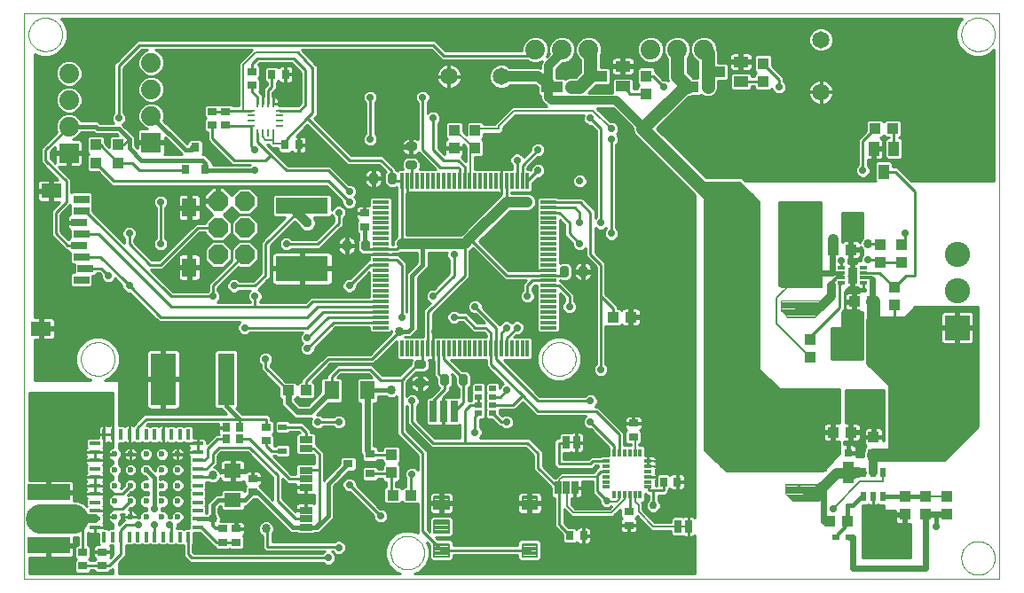
<source format=gtl>
G75*
G70*
%OFA0B0*%
%FSLAX24Y24*%
%IPPOS*%
%LPD*%
%AMOC8*
5,1,8,0,0,1.08239X$1,22.5*
%
%ADD10C,0.0000*%
%ADD11R,0.0315X0.0118*%
%ADD12R,0.0118X0.0315*%
%ADD13R,0.0276X0.0354*%
%ADD14R,0.0354X0.0276*%
%ADD15R,0.0250X0.0500*%
%ADD16C,0.0080*%
%ADD17R,0.0394X0.0433*%
%ADD18C,0.0740*%
%ADD19R,0.0740X0.0740*%
%ADD20R,0.0551X0.0709*%
%ADD21R,0.0748X0.0551*%
%ADD22R,0.0591X0.0315*%
%ADD23R,0.0630X0.0551*%
%ADD24R,0.0500X0.0250*%
%ADD25R,0.1600X0.0600*%
%ADD26R,0.0394X0.0142*%
%ADD27R,0.0142X0.0394*%
%ADD28C,0.0236*%
%ADD29R,0.0945X0.1969*%
%ADD30R,0.0630X0.1969*%
%ADD31R,0.0327X0.0248*%
%ADD32R,0.0950X0.0950*%
%ADD33C,0.0950*%
%ADD34C,0.0283*%
%ADD35R,0.0591X0.0118*%
%ADD36R,0.0118X0.0591*%
%ADD37R,0.0276X0.0787*%
%ADD38R,0.0256X0.0197*%
%ADD39C,0.0083*%
%ADD40R,0.0252X0.0138*%
%ADD41R,0.0354X0.0630*%
%ADD42C,0.0270*%
%ADD43R,0.0236X0.0354*%
%ADD44R,0.0433X0.0394*%
%ADD45R,0.0433X0.0787*%
%ADD46R,0.0315X0.0315*%
%ADD47R,0.0276X0.0197*%
%ADD48C,0.0039*%
%ADD49R,0.1969X0.0945*%
%ADD50R,0.1969X0.0630*%
%ADD51C,0.0650*%
%ADD52R,0.0787X0.0433*%
%ADD53R,0.0110X0.0256*%
%ADD54R,0.0256X0.0110*%
%ADD55R,0.0354X0.0315*%
%ADD56R,0.0315X0.0354*%
%ADD57OC8,0.0740*%
%ADD58R,0.0551X0.0394*%
%ADD59R,0.0394X0.0551*%
%ADD60C,0.0340*%
%ADD61C,0.0290*%
%ADD62C,0.0291*%
%ADD63C,0.0337*%
%ADD64C,0.0100*%
%ADD65R,0.0376X0.0376*%
%ADD66C,0.0060*%
%ADD67C,0.0160*%
%ADD68C,0.0297*%
%ADD69C,0.0240*%
%ADD70C,0.0400*%
%ADD71C,0.0320*%
%ADD72C,0.0376*%
%ADD73C,0.0500*%
%ADD74C,0.0120*%
%ADD75C,0.1090*%
D10*
X001939Y000150D02*
X001939Y021402D01*
X038565Y021402D01*
X038565Y000150D01*
X001939Y000150D01*
X015699Y001134D02*
X015701Y001184D01*
X015707Y001234D01*
X015717Y001283D01*
X015731Y001331D01*
X015748Y001378D01*
X015769Y001423D01*
X015794Y001467D01*
X015822Y001508D01*
X015854Y001547D01*
X015888Y001584D01*
X015925Y001618D01*
X015965Y001648D01*
X016007Y001675D01*
X016051Y001699D01*
X016097Y001720D01*
X016144Y001736D01*
X016192Y001749D01*
X016242Y001758D01*
X016291Y001763D01*
X016342Y001764D01*
X016392Y001761D01*
X016441Y001754D01*
X016490Y001743D01*
X016538Y001728D01*
X016584Y001710D01*
X016629Y001688D01*
X016672Y001662D01*
X016713Y001633D01*
X016752Y001601D01*
X016788Y001566D01*
X016820Y001528D01*
X016850Y001488D01*
X016877Y001445D01*
X016900Y001401D01*
X016919Y001355D01*
X016935Y001307D01*
X016947Y001258D01*
X016955Y001209D01*
X016959Y001159D01*
X016959Y001109D01*
X016955Y001059D01*
X016947Y001010D01*
X016935Y000961D01*
X016919Y000913D01*
X016900Y000867D01*
X016877Y000823D01*
X016850Y000780D01*
X016820Y000740D01*
X016788Y000702D01*
X016752Y000667D01*
X016713Y000635D01*
X016672Y000606D01*
X016629Y000580D01*
X016584Y000558D01*
X016538Y000540D01*
X016490Y000525D01*
X016441Y000514D01*
X016392Y000507D01*
X016342Y000504D01*
X016291Y000505D01*
X016242Y000510D01*
X016192Y000519D01*
X016144Y000532D01*
X016097Y000548D01*
X016051Y000569D01*
X016007Y000593D01*
X015965Y000620D01*
X015925Y000650D01*
X015888Y000684D01*
X015854Y000721D01*
X015822Y000760D01*
X015794Y000801D01*
X015769Y000845D01*
X015748Y000890D01*
X015731Y000937D01*
X015717Y000985D01*
X015707Y001034D01*
X015701Y001084D01*
X015699Y001134D01*
X021388Y008418D02*
X021390Y008468D01*
X021396Y008518D01*
X021406Y008567D01*
X021420Y008615D01*
X021437Y008662D01*
X021458Y008707D01*
X021483Y008751D01*
X021511Y008792D01*
X021543Y008831D01*
X021577Y008868D01*
X021614Y008902D01*
X021654Y008932D01*
X021696Y008959D01*
X021740Y008983D01*
X021786Y009004D01*
X021833Y009020D01*
X021881Y009033D01*
X021931Y009042D01*
X021980Y009047D01*
X022031Y009048D01*
X022081Y009045D01*
X022130Y009038D01*
X022179Y009027D01*
X022227Y009012D01*
X022273Y008994D01*
X022318Y008972D01*
X022361Y008946D01*
X022402Y008917D01*
X022441Y008885D01*
X022477Y008850D01*
X022509Y008812D01*
X022539Y008772D01*
X022566Y008729D01*
X022589Y008685D01*
X022608Y008639D01*
X022624Y008591D01*
X022636Y008542D01*
X022644Y008493D01*
X022648Y008443D01*
X022648Y008393D01*
X022644Y008343D01*
X022636Y008294D01*
X022624Y008245D01*
X022608Y008197D01*
X022589Y008151D01*
X022566Y008107D01*
X022539Y008064D01*
X022509Y008024D01*
X022477Y007986D01*
X022441Y007951D01*
X022402Y007919D01*
X022361Y007890D01*
X022318Y007864D01*
X022273Y007842D01*
X022227Y007824D01*
X022179Y007809D01*
X022130Y007798D01*
X022081Y007791D01*
X022031Y007788D01*
X021980Y007789D01*
X021931Y007794D01*
X021881Y007803D01*
X021833Y007816D01*
X021786Y007832D01*
X021740Y007853D01*
X021696Y007877D01*
X021654Y007904D01*
X021614Y007934D01*
X021577Y007968D01*
X021543Y008005D01*
X021511Y008044D01*
X021483Y008085D01*
X021458Y008129D01*
X021437Y008174D01*
X021420Y008221D01*
X021406Y008269D01*
X021396Y008318D01*
X021390Y008368D01*
X021388Y008418D01*
X037136Y000937D02*
X037138Y000987D01*
X037144Y001037D01*
X037154Y001086D01*
X037168Y001134D01*
X037185Y001181D01*
X037206Y001226D01*
X037231Y001270D01*
X037259Y001311D01*
X037291Y001350D01*
X037325Y001387D01*
X037362Y001421D01*
X037402Y001451D01*
X037444Y001478D01*
X037488Y001502D01*
X037534Y001523D01*
X037581Y001539D01*
X037629Y001552D01*
X037679Y001561D01*
X037728Y001566D01*
X037779Y001567D01*
X037829Y001564D01*
X037878Y001557D01*
X037927Y001546D01*
X037975Y001531D01*
X038021Y001513D01*
X038066Y001491D01*
X038109Y001465D01*
X038150Y001436D01*
X038189Y001404D01*
X038225Y001369D01*
X038257Y001331D01*
X038287Y001291D01*
X038314Y001248D01*
X038337Y001204D01*
X038356Y001158D01*
X038372Y001110D01*
X038384Y001061D01*
X038392Y001012D01*
X038396Y000962D01*
X038396Y000912D01*
X038392Y000862D01*
X038384Y000813D01*
X038372Y000764D01*
X038356Y000716D01*
X038337Y000670D01*
X038314Y000626D01*
X038287Y000583D01*
X038257Y000543D01*
X038225Y000505D01*
X038189Y000470D01*
X038150Y000438D01*
X038109Y000409D01*
X038066Y000383D01*
X038021Y000361D01*
X037975Y000343D01*
X037927Y000328D01*
X037878Y000317D01*
X037829Y000310D01*
X037779Y000307D01*
X037728Y000308D01*
X037679Y000313D01*
X037629Y000322D01*
X037581Y000335D01*
X037534Y000351D01*
X037488Y000372D01*
X037444Y000396D01*
X037402Y000423D01*
X037362Y000453D01*
X037325Y000487D01*
X037291Y000524D01*
X037259Y000563D01*
X037231Y000604D01*
X037206Y000648D01*
X037185Y000693D01*
X037168Y000740D01*
X037154Y000788D01*
X037144Y000837D01*
X037138Y000887D01*
X037136Y000937D01*
X004065Y008418D02*
X004067Y008468D01*
X004073Y008518D01*
X004083Y008567D01*
X004097Y008615D01*
X004114Y008662D01*
X004135Y008707D01*
X004160Y008751D01*
X004188Y008792D01*
X004220Y008831D01*
X004254Y008868D01*
X004291Y008902D01*
X004331Y008932D01*
X004373Y008959D01*
X004417Y008983D01*
X004463Y009004D01*
X004510Y009020D01*
X004558Y009033D01*
X004608Y009042D01*
X004657Y009047D01*
X004708Y009048D01*
X004758Y009045D01*
X004807Y009038D01*
X004856Y009027D01*
X004904Y009012D01*
X004950Y008994D01*
X004995Y008972D01*
X005038Y008946D01*
X005079Y008917D01*
X005118Y008885D01*
X005154Y008850D01*
X005186Y008812D01*
X005216Y008772D01*
X005243Y008729D01*
X005266Y008685D01*
X005285Y008639D01*
X005301Y008591D01*
X005313Y008542D01*
X005321Y008493D01*
X005325Y008443D01*
X005325Y008393D01*
X005321Y008343D01*
X005313Y008294D01*
X005301Y008245D01*
X005285Y008197D01*
X005266Y008151D01*
X005243Y008107D01*
X005216Y008064D01*
X005186Y008024D01*
X005154Y007986D01*
X005118Y007951D01*
X005079Y007919D01*
X005038Y007890D01*
X004995Y007864D01*
X004950Y007842D01*
X004904Y007824D01*
X004856Y007809D01*
X004807Y007798D01*
X004758Y007791D01*
X004708Y007788D01*
X004657Y007789D01*
X004608Y007794D01*
X004558Y007803D01*
X004510Y007816D01*
X004463Y007832D01*
X004417Y007853D01*
X004373Y007877D01*
X004331Y007904D01*
X004291Y007934D01*
X004254Y007968D01*
X004220Y008005D01*
X004188Y008044D01*
X004160Y008085D01*
X004135Y008129D01*
X004114Y008174D01*
X004097Y008221D01*
X004083Y008269D01*
X004073Y008318D01*
X004067Y008368D01*
X004065Y008418D01*
X002097Y020622D02*
X002099Y020672D01*
X002105Y020722D01*
X002115Y020771D01*
X002129Y020819D01*
X002146Y020866D01*
X002167Y020911D01*
X002192Y020955D01*
X002220Y020996D01*
X002252Y021035D01*
X002286Y021072D01*
X002323Y021106D01*
X002363Y021136D01*
X002405Y021163D01*
X002449Y021187D01*
X002495Y021208D01*
X002542Y021224D01*
X002590Y021237D01*
X002640Y021246D01*
X002689Y021251D01*
X002740Y021252D01*
X002790Y021249D01*
X002839Y021242D01*
X002888Y021231D01*
X002936Y021216D01*
X002982Y021198D01*
X003027Y021176D01*
X003070Y021150D01*
X003111Y021121D01*
X003150Y021089D01*
X003186Y021054D01*
X003218Y021016D01*
X003248Y020976D01*
X003275Y020933D01*
X003298Y020889D01*
X003317Y020843D01*
X003333Y020795D01*
X003345Y020746D01*
X003353Y020697D01*
X003357Y020647D01*
X003357Y020597D01*
X003353Y020547D01*
X003345Y020498D01*
X003333Y020449D01*
X003317Y020401D01*
X003298Y020355D01*
X003275Y020311D01*
X003248Y020268D01*
X003218Y020228D01*
X003186Y020190D01*
X003150Y020155D01*
X003111Y020123D01*
X003070Y020094D01*
X003027Y020068D01*
X002982Y020046D01*
X002936Y020028D01*
X002888Y020013D01*
X002839Y020002D01*
X002790Y019995D01*
X002740Y019992D01*
X002689Y019993D01*
X002640Y019998D01*
X002590Y020007D01*
X002542Y020020D01*
X002495Y020036D01*
X002449Y020057D01*
X002405Y020081D01*
X002363Y020108D01*
X002323Y020138D01*
X002286Y020172D01*
X002252Y020209D01*
X002220Y020248D01*
X002192Y020289D01*
X002167Y020333D01*
X002146Y020378D01*
X002129Y020425D01*
X002115Y020473D01*
X002105Y020522D01*
X002099Y020572D01*
X002097Y020622D01*
X037136Y020622D02*
X037138Y020672D01*
X037144Y020722D01*
X037154Y020771D01*
X037168Y020819D01*
X037185Y020866D01*
X037206Y020911D01*
X037231Y020955D01*
X037259Y020996D01*
X037291Y021035D01*
X037325Y021072D01*
X037362Y021106D01*
X037402Y021136D01*
X037444Y021163D01*
X037488Y021187D01*
X037534Y021208D01*
X037581Y021224D01*
X037629Y021237D01*
X037679Y021246D01*
X037728Y021251D01*
X037779Y021252D01*
X037829Y021249D01*
X037878Y021242D01*
X037927Y021231D01*
X037975Y021216D01*
X038021Y021198D01*
X038066Y021176D01*
X038109Y021150D01*
X038150Y021121D01*
X038189Y021089D01*
X038225Y021054D01*
X038257Y021016D01*
X038287Y020976D01*
X038314Y020933D01*
X038337Y020889D01*
X038356Y020843D01*
X038372Y020795D01*
X038384Y020746D01*
X038392Y020697D01*
X038396Y020647D01*
X038396Y020597D01*
X038392Y020547D01*
X038384Y020498D01*
X038372Y020449D01*
X038356Y020401D01*
X038337Y020355D01*
X038314Y020311D01*
X038287Y020268D01*
X038257Y020228D01*
X038225Y020190D01*
X038189Y020155D01*
X038150Y020123D01*
X038109Y020094D01*
X038066Y020068D01*
X038021Y020046D01*
X037975Y020028D01*
X037927Y020013D01*
X037878Y020002D01*
X037829Y019995D01*
X037779Y019992D01*
X037728Y019993D01*
X037679Y019998D01*
X037629Y020007D01*
X037581Y020020D01*
X037534Y020036D01*
X037488Y020057D01*
X037444Y020081D01*
X037402Y020108D01*
X037362Y020138D01*
X037325Y020172D01*
X037291Y020209D01*
X037259Y020248D01*
X037231Y020289D01*
X037206Y020333D01*
X037185Y020378D01*
X037168Y020425D01*
X037154Y020473D01*
X037144Y020522D01*
X037138Y020572D01*
X037136Y020622D01*
D11*
X025368Y004587D03*
X025368Y004390D03*
X025368Y004193D03*
X025368Y003996D03*
X025368Y003800D03*
X025368Y003603D03*
X023794Y003603D03*
X023794Y003800D03*
X023794Y003996D03*
X023794Y004193D03*
X023794Y004390D03*
X023794Y004587D03*
D12*
X024089Y004882D03*
X024286Y004882D03*
X024483Y004882D03*
X024679Y004882D03*
X024876Y004882D03*
X025073Y004882D03*
X025073Y003307D03*
X024876Y003307D03*
X024679Y003307D03*
X024483Y003307D03*
X024286Y003307D03*
X024089Y003307D03*
D13*
X025947Y003800D03*
X026459Y003800D03*
X022943Y001776D03*
X022431Y001776D03*
X010020Y005412D03*
X009508Y005412D03*
X009508Y005849D03*
X010020Y005849D03*
X011738Y016473D03*
X012250Y016473D03*
X011750Y019123D03*
X011238Y019123D03*
D14*
X010494Y019229D03*
X010494Y018717D03*
X009494Y017729D03*
X008994Y017729D03*
X008994Y017217D03*
X009494Y017217D03*
X014715Y013910D03*
X014715Y013398D03*
X011014Y005855D03*
X011014Y005343D03*
X010514Y003918D03*
X010514Y003406D03*
X009889Y002043D03*
X009389Y002043D03*
X009389Y001531D03*
X009889Y001531D03*
X004864Y001168D03*
X004864Y000656D03*
X004129Y000636D03*
X004129Y001148D03*
X024640Y002166D03*
X024640Y002678D03*
X024813Y005493D03*
X024813Y006004D03*
D15*
X022675Y005276D03*
X022275Y005276D03*
X022294Y003575D03*
X022614Y003575D03*
X021974Y003575D03*
X026487Y002126D03*
X026887Y002126D03*
D16*
X026837Y002126D02*
X026537Y002126D01*
X023455Y003990D02*
X022159Y003990D01*
X022039Y003870D01*
X022039Y003690D01*
X021979Y003630D01*
X021974Y003575D01*
X022039Y002190D02*
X022035Y002186D01*
X025368Y004390D02*
X025825Y004390D01*
X025857Y004422D01*
X025691Y004587D01*
X025368Y004587D01*
X022625Y005276D02*
X022325Y005276D01*
X030203Y009750D02*
X030203Y010710D01*
X030923Y011430D01*
X031112Y011359D01*
X030203Y009750D02*
X031463Y008490D01*
X031467Y008477D01*
X034537Y006443D02*
X034616Y006443D01*
X034203Y004146D02*
X034177Y004103D01*
X034177Y003803D01*
X033337Y003803D01*
X032317Y002783D01*
X035797Y003241D02*
X035857Y003263D01*
X036577Y003263D01*
X036585Y003241D01*
X034085Y012709D02*
X034043Y012750D01*
X034043Y012748D01*
X023986Y017079D02*
X023302Y017764D01*
X020333Y017764D01*
X019759Y017190D01*
X019759Y017070D01*
X018919Y017070D01*
X018868Y017020D01*
X018679Y016470D02*
X018868Y016351D01*
X018859Y016410D01*
X018739Y016410D01*
X018679Y016470D01*
X018679Y015150D01*
X018671Y015111D01*
X020837Y015111D02*
X020839Y015090D01*
X021624Y014323D02*
X021679Y014310D01*
X018679Y016470D02*
X018139Y017010D01*
X018081Y017020D01*
X016112Y015111D02*
X016099Y015090D01*
X015754Y015209D02*
X015679Y015090D01*
X011779Y016530D02*
X011738Y016473D01*
X011719Y016530D01*
X011299Y016530D01*
X011299Y016650D01*
X011299Y016890D01*
X011290Y016933D01*
X011299Y016650D02*
X010999Y016650D01*
X010879Y016770D01*
X010879Y016890D01*
X010896Y016933D01*
X010159Y017768D02*
X010159Y019470D01*
X010639Y019950D01*
X012218Y019950D01*
X010939Y018690D02*
X010896Y018733D01*
X010894Y018690D02*
X010939Y018690D01*
X003619Y017190D02*
X003609Y017166D01*
X003559Y017130D01*
X015325Y011961D02*
X015379Y011970D01*
X011069Y002017D02*
X011014Y002037D01*
D17*
X015719Y004146D03*
X015719Y004815D03*
X031467Y008477D03*
X031467Y009146D03*
X034616Y010445D03*
X034616Y011115D03*
X034892Y012040D03*
X034085Y012040D03*
X034085Y012709D03*
X034892Y012709D03*
X025297Y018394D03*
X025297Y019063D03*
X029687Y018863D03*
X029687Y019532D03*
X018868Y017020D03*
X018081Y017020D03*
X018081Y016351D03*
X018868Y016351D03*
X005443Y016469D03*
X005443Y015800D03*
X004616Y015800D03*
X004616Y016469D03*
X033829Y005485D03*
X033829Y004815D03*
X035010Y003241D03*
X035797Y003241D03*
X036585Y003241D03*
X036585Y002571D03*
X035797Y002571D03*
X035010Y002571D03*
D18*
X006699Y017567D03*
X006699Y018567D03*
X006699Y019567D03*
X003609Y019166D03*
X003609Y018166D03*
X003609Y017166D03*
X021132Y020056D03*
X022132Y020056D03*
X023132Y020056D03*
X025463Y020056D03*
X026463Y020056D03*
X027463Y020056D03*
D19*
X006699Y016567D03*
X003609Y016166D03*
D20*
X008132Y014111D03*
X008132Y011867D03*
X013475Y007237D03*
X014813Y007237D03*
D21*
X002561Y009563D03*
X002955Y014741D03*
D22*
X004077Y014430D03*
X004077Y013996D03*
X003998Y013563D03*
X004077Y013130D03*
X003998Y012697D03*
X004077Y012264D03*
X004234Y011831D03*
X004077Y011398D03*
D23*
X009764Y004213D03*
X009764Y003111D03*
D24*
X012514Y002732D03*
X012514Y002412D03*
X012514Y002092D03*
X012514Y003592D03*
X012514Y003912D03*
X012514Y004232D03*
X012514Y005062D03*
X012514Y005386D03*
X031290Y004469D03*
X031290Y003469D03*
X031112Y010359D03*
X031112Y011359D03*
D25*
X002854Y003402D03*
X002854Y002402D03*
X002854Y001402D03*
D26*
X004585Y002087D03*
X004585Y002402D03*
X004585Y002717D03*
X004585Y003032D03*
X004585Y003347D03*
X004585Y003662D03*
X004585Y003977D03*
X004585Y004292D03*
X004585Y004607D03*
X004585Y004922D03*
X004585Y005237D03*
X008443Y005237D03*
X008443Y004922D03*
X008443Y004607D03*
X008443Y004292D03*
X008443Y003977D03*
X008443Y003662D03*
X008443Y003347D03*
X008443Y003032D03*
X008443Y002717D03*
X008443Y002402D03*
X008443Y002087D03*
D27*
X008089Y001733D03*
X007774Y001733D03*
X007459Y001733D03*
X007144Y001733D03*
X006829Y001733D03*
X006514Y001733D03*
X006199Y001733D03*
X005884Y001733D03*
X005569Y001733D03*
X005254Y001733D03*
X004939Y001733D03*
X004939Y005591D03*
X005254Y005591D03*
X005569Y005591D03*
X005884Y005591D03*
X006199Y005591D03*
X006514Y005591D03*
X006829Y005591D03*
X007144Y005591D03*
X007459Y005591D03*
X007774Y005591D03*
X008089Y005591D03*
D28*
X007695Y004843D03*
X007105Y004843D03*
X006514Y004843D03*
X005923Y004843D03*
X005333Y004843D03*
X005333Y004252D03*
X005923Y004252D03*
X006514Y004252D03*
X007105Y004252D03*
X007695Y004252D03*
X007695Y003662D03*
X007105Y003662D03*
X007105Y003071D03*
X007695Y003071D03*
X007695Y002481D03*
X007105Y002481D03*
X006514Y002481D03*
X005923Y002481D03*
X005333Y002481D03*
X005333Y003071D03*
X005923Y003071D03*
X006514Y003071D03*
X006514Y003662D03*
X005923Y003662D03*
X005333Y003662D03*
D29*
X007154Y007662D03*
D30*
X009516Y007662D03*
D31*
X011639Y005865D03*
X011639Y004959D03*
D32*
X036979Y009599D03*
D33*
X036979Y010977D03*
X036979Y012355D03*
D34*
X022955Y011780D02*
X022955Y011630D01*
X022883Y011630D01*
X022883Y011780D01*
X022955Y011780D01*
X022255Y011780D02*
X022255Y011630D01*
X022183Y011630D01*
X022183Y011780D01*
X022255Y011780D01*
X016876Y008181D02*
X016726Y008181D01*
X016726Y008253D01*
X016876Y008253D01*
X016876Y008181D01*
X017695Y007705D02*
X017767Y007705D01*
X017767Y007555D01*
X017695Y007555D01*
X017695Y007705D01*
X018395Y007705D02*
X018467Y007705D01*
X018467Y007555D01*
X018395Y007555D01*
X018395Y007705D01*
X016876Y007481D02*
X016726Y007481D01*
X016726Y007553D01*
X016876Y007553D01*
X016876Y007481D01*
X014714Y012614D02*
X014714Y012764D01*
X014786Y012764D01*
X014786Y012614D01*
X014714Y012614D01*
X014014Y012614D02*
X014014Y012764D01*
X014086Y012764D01*
X014086Y012614D01*
X014014Y012614D01*
X015018Y015134D02*
X015018Y015284D01*
X015090Y015284D01*
X015090Y015134D01*
X015018Y015134D01*
X015718Y015134D02*
X015718Y015284D01*
X015790Y015284D01*
X015790Y015134D01*
X015718Y015134D01*
X016392Y015742D02*
X016542Y015742D01*
X016542Y015670D01*
X016392Y015670D01*
X016392Y015742D01*
X016392Y016442D02*
X016542Y016442D01*
X016542Y016370D01*
X016392Y016370D01*
X016392Y016442D01*
D35*
X015325Y014323D03*
X015325Y014126D03*
X015325Y013930D03*
X015325Y013733D03*
X015325Y013536D03*
X015325Y013339D03*
X015325Y013142D03*
X015325Y012945D03*
X015325Y012748D03*
X015325Y012552D03*
X015325Y012355D03*
X015325Y012158D03*
X015325Y011961D03*
X015325Y011764D03*
X015325Y011567D03*
X015325Y011370D03*
X015325Y011174D03*
X015325Y010977D03*
X015325Y010780D03*
X015325Y010583D03*
X015325Y010386D03*
X015325Y010189D03*
X015325Y009993D03*
X015325Y009796D03*
X015325Y009599D03*
X021624Y009599D03*
X021624Y009796D03*
X021624Y009993D03*
X021624Y010189D03*
X021624Y010386D03*
X021624Y010583D03*
X021624Y010780D03*
X021624Y010977D03*
X021624Y011174D03*
X021624Y011370D03*
X021624Y011567D03*
X021624Y011764D03*
X021624Y011961D03*
X021624Y012158D03*
X021624Y012355D03*
X021624Y012552D03*
X021624Y012748D03*
X021624Y012945D03*
X021624Y013142D03*
X021624Y013339D03*
X021624Y013536D03*
X021624Y013733D03*
X021624Y013930D03*
X021624Y014126D03*
X021624Y014323D03*
D36*
X020837Y015111D03*
X020640Y015111D03*
X020443Y015111D03*
X020246Y015111D03*
X020049Y015111D03*
X019853Y015111D03*
X019656Y015111D03*
X019459Y015111D03*
X019262Y015111D03*
X019065Y015111D03*
X018868Y015111D03*
X018671Y015111D03*
X018475Y015111D03*
X018278Y015111D03*
X018081Y015111D03*
X017884Y015111D03*
X017687Y015111D03*
X017490Y015111D03*
X017294Y015111D03*
X017097Y015111D03*
X016900Y015111D03*
X016703Y015111D03*
X016506Y015111D03*
X016309Y015111D03*
X016112Y015111D03*
X016112Y008811D03*
X016309Y008811D03*
X016506Y008811D03*
X016703Y008811D03*
X016900Y008811D03*
X017097Y008811D03*
X017294Y008811D03*
X017490Y008811D03*
X017687Y008811D03*
X017884Y008811D03*
X018081Y008811D03*
X018278Y008811D03*
X018475Y008811D03*
X018671Y008811D03*
X018868Y008811D03*
X019065Y008811D03*
X019262Y008811D03*
X019459Y008811D03*
X019656Y008811D03*
X019853Y008811D03*
X020049Y008811D03*
X020246Y008811D03*
X020443Y008811D03*
X020640Y008811D03*
X020837Y008811D03*
D37*
X018081Y006449D03*
X017687Y006449D03*
X017294Y006449D03*
D38*
X018996Y006370D03*
X019528Y006370D03*
X019528Y006685D03*
X019528Y007000D03*
X019528Y007315D03*
X018996Y007315D03*
X018996Y007000D03*
X018996Y006685D03*
D39*
X017883Y002770D02*
X017335Y002770D01*
X017335Y003238D01*
X017883Y003238D01*
X017883Y002770D01*
X017883Y002852D02*
X017335Y002852D01*
X017335Y002934D02*
X017883Y002934D01*
X017883Y003016D02*
X017335Y003016D01*
X017335Y003098D02*
X017883Y003098D01*
X017883Y003180D02*
X017335Y003180D01*
X017335Y001885D02*
X017883Y001885D01*
X017335Y001885D02*
X017335Y002353D01*
X017883Y002353D01*
X017883Y001885D01*
X017883Y001967D02*
X017335Y001967D01*
X017335Y002049D02*
X017883Y002049D01*
X017883Y002131D02*
X017335Y002131D01*
X017335Y002213D02*
X017883Y002213D01*
X017883Y002295D02*
X017335Y002295D01*
X017335Y000999D02*
X017883Y000999D01*
X017335Y000999D02*
X017335Y001467D01*
X017883Y001467D01*
X017883Y000999D01*
X017883Y001081D02*
X017335Y001081D01*
X017335Y001163D02*
X017883Y001163D01*
X017883Y001245D02*
X017335Y001245D01*
X017335Y001327D02*
X017883Y001327D01*
X017883Y001409D02*
X017335Y001409D01*
X020642Y000999D02*
X021190Y000999D01*
X020642Y000999D02*
X020642Y001467D01*
X021190Y001467D01*
X021190Y000999D01*
X021190Y001081D02*
X020642Y001081D01*
X020642Y001163D02*
X021190Y001163D01*
X021190Y001245D02*
X020642Y001245D01*
X020642Y001327D02*
X021190Y001327D01*
X021190Y001409D02*
X020642Y001409D01*
X020642Y002770D02*
X021190Y002770D01*
X020642Y002770D02*
X020642Y003238D01*
X021190Y003238D01*
X021190Y002770D01*
X021190Y002852D02*
X020642Y002852D01*
X020642Y002934D02*
X021190Y002934D01*
X021190Y003016D02*
X020642Y003016D01*
X020642Y003098D02*
X021190Y003098D01*
X021190Y003180D02*
X020642Y003180D01*
D40*
X032628Y011272D03*
X032628Y011469D03*
X032628Y011666D03*
X032628Y011863D03*
X033459Y011863D03*
X033459Y011666D03*
X033459Y011469D03*
X033459Y011272D03*
D41*
X033042Y011567D03*
D42*
X033042Y011567D03*
X023809Y003083D03*
D43*
X033455Y003241D03*
X033829Y003241D03*
X034203Y003241D03*
X034203Y004146D03*
X033829Y004146D03*
X033455Y004146D03*
D44*
X032983Y005662D03*
X032313Y005662D03*
X032195Y002335D03*
X032864Y002335D03*
X024715Y009993D03*
X024046Y009993D03*
X032313Y012532D03*
X032983Y012532D03*
X033120Y010583D03*
X033790Y010583D03*
X033888Y017079D03*
X034557Y017079D03*
X012510Y007237D03*
X011841Y007237D03*
X015778Y003300D03*
X016447Y003300D03*
D45*
X032884Y004146D03*
D46*
X032884Y004894D03*
X027609Y018654D03*
X022490Y018654D03*
D47*
X032412Y001725D03*
X032923Y001725D03*
D48*
X031782Y003083D02*
X030797Y003083D01*
X030522Y003359D01*
X030522Y003713D01*
X032057Y003713D01*
X032057Y003359D01*
X031782Y003083D01*
X031803Y003104D02*
X030777Y003104D01*
X030739Y003142D02*
X031840Y003142D01*
X031878Y003180D02*
X030701Y003180D01*
X030663Y003217D02*
X031916Y003217D01*
X031954Y003255D02*
X030625Y003255D01*
X030587Y003293D02*
X031992Y003293D01*
X032030Y003331D02*
X030549Y003331D01*
X030522Y003369D02*
X032057Y003369D01*
X032057Y003407D02*
X030522Y003407D01*
X030522Y003445D02*
X032057Y003445D01*
X032057Y003483D02*
X030522Y003483D01*
X030522Y003520D02*
X032057Y003520D01*
X032057Y003558D02*
X030522Y003558D01*
X030522Y003596D02*
X032057Y003596D01*
X032057Y003634D02*
X030522Y003634D01*
X030522Y003672D02*
X032057Y003672D01*
X032057Y003710D02*
X030522Y003710D01*
X030522Y004225D02*
X032057Y004225D01*
X032057Y004579D01*
X031782Y004855D01*
X030797Y004855D01*
X030522Y004579D01*
X030522Y004225D01*
X030522Y004240D02*
X032057Y004240D01*
X032057Y004278D02*
X030522Y004278D01*
X030522Y004316D02*
X032057Y004316D01*
X032057Y004354D02*
X030522Y004354D01*
X030522Y004391D02*
X032057Y004391D01*
X032057Y004429D02*
X030522Y004429D01*
X030522Y004467D02*
X032057Y004467D01*
X032057Y004505D02*
X030522Y004505D01*
X030522Y004543D02*
X032057Y004543D01*
X032056Y004581D02*
X030524Y004581D01*
X030561Y004619D02*
X032018Y004619D01*
X031980Y004657D02*
X030599Y004657D01*
X030637Y004694D02*
X031942Y004694D01*
X031904Y004732D02*
X030675Y004732D01*
X030713Y004770D02*
X031866Y004770D01*
X031828Y004808D02*
X030751Y004808D01*
X030789Y004846D02*
X031791Y004846D01*
X031605Y009973D02*
X030620Y009973D01*
X030345Y010248D01*
X030345Y010603D01*
X031880Y010603D01*
X031880Y010248D01*
X031605Y009973D01*
X031628Y009996D02*
X030597Y009996D01*
X030559Y010034D02*
X031666Y010034D01*
X031704Y010072D02*
X030521Y010072D01*
X030483Y010110D02*
X031742Y010110D01*
X031779Y010148D02*
X030445Y010148D01*
X030408Y010186D02*
X031817Y010186D01*
X031855Y010224D02*
X030370Y010224D01*
X030345Y010261D02*
X031880Y010261D01*
X031880Y010299D02*
X030345Y010299D01*
X030345Y010337D02*
X031880Y010337D01*
X031880Y010375D02*
X030345Y010375D01*
X030345Y010413D02*
X031880Y010413D01*
X031880Y010451D02*
X030345Y010451D01*
X030345Y010489D02*
X031880Y010489D01*
X031880Y010526D02*
X030345Y010526D01*
X030345Y010564D02*
X031880Y010564D01*
X031880Y010602D02*
X030345Y010602D01*
X030345Y011115D02*
X031880Y011115D01*
X031880Y011469D01*
X031605Y011744D01*
X030620Y011744D01*
X030345Y011469D01*
X030345Y011115D01*
X030345Y011132D02*
X031880Y011132D01*
X031880Y011170D02*
X030345Y011170D01*
X030345Y011208D02*
X031880Y011208D01*
X031880Y011246D02*
X030345Y011246D01*
X030345Y011284D02*
X031880Y011284D01*
X031880Y011322D02*
X030345Y011322D01*
X030345Y011360D02*
X031880Y011360D01*
X031880Y011397D02*
X030345Y011397D01*
X030345Y011435D02*
X031880Y011435D01*
X031876Y011473D02*
X030349Y011473D01*
X030387Y011511D02*
X031838Y011511D01*
X031800Y011549D02*
X030425Y011549D01*
X030463Y011587D02*
X031762Y011587D01*
X031724Y011625D02*
X030501Y011625D01*
X030538Y011663D02*
X031686Y011663D01*
X031649Y011700D02*
X030576Y011700D01*
X030614Y011738D02*
X031611Y011738D01*
D49*
X012372Y011823D03*
D50*
X012372Y014185D03*
D51*
X017884Y019048D03*
X019853Y019048D03*
X031860Y018457D03*
X031860Y020426D03*
D52*
X026860Y018654D03*
X021742Y018654D03*
D53*
X011290Y018012D03*
X011093Y018012D03*
X010896Y018012D03*
X010699Y018012D03*
X010699Y016933D03*
X010896Y016933D03*
X011093Y016933D03*
X011290Y016933D03*
D54*
X011534Y017178D03*
X011534Y017374D03*
X011534Y017571D03*
X011534Y017768D03*
X010455Y017768D03*
X010455Y017571D03*
X010455Y017374D03*
X010455Y017178D03*
D55*
X014931Y004855D03*
X014105Y004481D03*
X014931Y004107D03*
D56*
X008731Y015544D03*
X007983Y015544D03*
X008357Y016370D03*
D57*
X009207Y014355D03*
X010207Y014355D03*
X010207Y013355D03*
X009207Y013355D03*
X009207Y012355D03*
X010207Y012355D03*
D58*
X023553Y019048D03*
X024420Y019422D03*
X024420Y018674D03*
X027983Y019225D03*
X028849Y019599D03*
X028849Y018851D03*
D59*
X033849Y016331D03*
X034597Y016331D03*
X034223Y015465D03*
D60*
X011889Y003162D03*
X011014Y002037D03*
X011514Y001662D03*
X009014Y002402D03*
X009014Y003412D03*
X009014Y004037D03*
X009014Y005787D03*
X005014Y006662D03*
X002514Y006662D03*
X002514Y004162D03*
X003514Y004162D03*
X003514Y000662D03*
X002514Y000662D03*
D61*
X006214Y002182D03*
X006814Y002182D03*
X006814Y002772D03*
X006214Y002772D03*
X007404Y002182D03*
X013357Y000937D03*
X013750Y001331D03*
X015325Y002512D03*
X014144Y003693D03*
X016506Y004087D03*
X018081Y004481D03*
X017687Y005662D03*
X018868Y005662D03*
X020049Y006056D03*
X020049Y007237D03*
X023199Y006843D03*
X023199Y006056D03*
X023199Y005268D03*
X023081Y003319D03*
X016506Y006843D03*
X015719Y005662D03*
X013750Y006056D03*
X012963Y006056D03*
X015187Y008201D03*
X017372Y009441D03*
X018081Y009993D03*
X018868Y010386D03*
X020049Y009599D03*
X020443Y009599D03*
X022412Y010386D03*
X022805Y010780D03*
X020837Y010780D03*
X018081Y012355D03*
X016309Y012276D03*
X016900Y011174D03*
X017294Y010780D03*
X016112Y009993D03*
X014144Y011174D03*
X013829Y012020D03*
X011782Y012748D03*
X013750Y013930D03*
X014144Y014323D03*
X014144Y014717D03*
X014144Y015111D03*
X014931Y016685D03*
X012569Y017079D03*
X010601Y016292D03*
X010601Y015504D03*
X007057Y014323D03*
X005876Y013142D03*
X007057Y012748D03*
X005089Y011567D03*
X005876Y011174D03*
X005876Y010386D03*
X007451Y011174D03*
X009026Y010780D03*
X009813Y011174D03*
X010601Y010780D03*
X010207Y009599D03*
X010994Y008418D03*
X012569Y008811D03*
X012569Y009205D03*
X005876Y008418D03*
X003514Y008418D03*
X003514Y010386D03*
X003455Y013280D03*
X005483Y017473D03*
X010896Y018733D03*
X011894Y018423D03*
X014931Y018260D03*
X016900Y018260D03*
X017294Y017473D03*
X020443Y015898D03*
X021231Y015504D03*
X021231Y016292D03*
X022412Y016292D03*
X023986Y016685D03*
X023986Y017079D03*
X023199Y017473D03*
X025955Y018654D03*
X030286Y018654D03*
X033435Y015504D03*
X033042Y013693D03*
X033042Y013300D03*
X032628Y012119D03*
X033632Y012138D03*
X035010Y013142D03*
X031073Y013142D03*
X031073Y012748D03*
X031073Y013536D03*
X033042Y009599D03*
X033042Y008811D03*
X032648Y008811D03*
X032254Y006843D03*
X033120Y006292D03*
X033632Y006508D03*
X033829Y006056D03*
X032317Y002783D03*
X034046Y001981D03*
X034616Y001981D03*
X034616Y001331D03*
X034046Y001331D03*
X036191Y002119D03*
X023593Y008024D03*
X022805Y012748D03*
X022805Y013536D03*
X023593Y013536D03*
X023986Y013142D03*
X022805Y015111D03*
X018081Y013930D03*
X016900Y019441D03*
X016900Y020622D03*
X018868Y020622D03*
X020049Y020622D03*
D62*
X023986Y006449D03*
X025955Y002512D03*
X021231Y002119D03*
D63*
X025857Y004422D03*
X026349Y006056D03*
X026349Y007630D03*
X024774Y007630D03*
X024774Y009205D03*
X026349Y009205D03*
X026349Y010780D03*
X024774Y010780D03*
X024774Y012355D03*
X026349Y012355D03*
X020837Y014323D03*
X027530Y016292D03*
X029105Y016292D03*
X030679Y016292D03*
X032254Y016292D03*
X030679Y017867D03*
X033829Y017867D03*
X035404Y017867D03*
X036979Y017867D03*
X036979Y016292D03*
X033632Y012748D03*
X032313Y012926D03*
X016034Y009461D03*
X015719Y007237D03*
D64*
X015932Y007028D02*
X015932Y005587D01*
X016720Y004800D01*
X016720Y004262D01*
X016662Y004320D01*
X016561Y004362D01*
X016451Y004362D01*
X016350Y004320D01*
X016273Y004243D01*
X016231Y004142D01*
X016231Y004032D01*
X016267Y003946D01*
X016267Y003626D01*
X016177Y003626D01*
X016112Y003562D01*
X016048Y003626D01*
X015899Y003626D01*
X015899Y003800D01*
X015969Y003800D01*
X016046Y003876D01*
X016046Y004416D01*
X015981Y004481D01*
X016046Y004545D01*
X016046Y005086D01*
X015969Y005162D01*
X015468Y005162D01*
X015392Y005086D01*
X015392Y004995D01*
X015239Y004995D01*
X015239Y005066D01*
X015162Y005142D01*
X015063Y005142D01*
X015063Y006752D01*
X015143Y006752D01*
X015219Y006828D01*
X015219Y007027D01*
X015507Y007027D01*
X015550Y006984D01*
X015659Y006938D01*
X015778Y006938D01*
X015888Y006984D01*
X015932Y007028D01*
X015932Y006947D02*
X015798Y006947D01*
X015639Y006947D02*
X015219Y006947D01*
X015219Y006848D02*
X015932Y006848D01*
X015932Y006750D02*
X015063Y006750D01*
X015063Y006651D02*
X015932Y006651D01*
X015932Y006553D02*
X015063Y006553D01*
X015063Y006454D02*
X015932Y006454D01*
X015932Y006356D02*
X015063Y006356D01*
X015063Y006257D02*
X015932Y006257D01*
X015932Y006159D02*
X015063Y006159D01*
X015063Y006060D02*
X015932Y006060D01*
X015932Y005962D02*
X015063Y005962D01*
X015063Y005863D02*
X015932Y005863D01*
X015932Y005765D02*
X015063Y005765D01*
X015063Y005666D02*
X015932Y005666D01*
X015952Y005568D02*
X015063Y005568D01*
X015063Y005469D02*
X016051Y005469D01*
X016149Y005371D02*
X015063Y005371D01*
X015063Y005272D02*
X016248Y005272D01*
X016346Y005174D02*
X015063Y005174D01*
X015230Y005075D02*
X015392Y005075D01*
X015719Y004815D02*
X014971Y004815D01*
X014931Y004855D01*
X014624Y004808D02*
X014624Y004643D01*
X014700Y004567D01*
X015162Y004567D01*
X015230Y004635D01*
X015392Y004635D01*
X015392Y004545D01*
X015456Y004481D01*
X015392Y004416D01*
X015392Y004287D01*
X015239Y004287D01*
X015239Y004318D01*
X015162Y004394D01*
X014700Y004394D01*
X014624Y004318D01*
X014624Y003895D01*
X014700Y003819D01*
X015162Y003819D01*
X015239Y003895D01*
X015239Y003927D01*
X015392Y003927D01*
X015392Y003876D01*
X015468Y003800D01*
X015539Y003800D01*
X015539Y003626D01*
X015507Y003626D01*
X015431Y003550D01*
X015431Y003049D01*
X015507Y002973D01*
X016048Y002973D01*
X016112Y003037D01*
X016177Y002973D01*
X016717Y002973D01*
X016720Y002975D01*
X016720Y001871D01*
X016494Y001964D01*
X016164Y001964D01*
X015859Y001838D01*
X015625Y001604D01*
X015499Y001299D01*
X015499Y000969D01*
X015625Y000664D01*
X015859Y000431D01*
X016054Y000350D01*
X005483Y000350D01*
X005483Y000751D01*
X005644Y000912D01*
X005749Y001017D01*
X005749Y001416D01*
X005759Y001406D01*
X006009Y001406D01*
X006042Y001439D01*
X006074Y001406D01*
X006324Y001406D01*
X006357Y001439D01*
X006389Y001406D01*
X006639Y001406D01*
X006671Y001439D01*
X006704Y001406D01*
X006954Y001406D01*
X006986Y001439D01*
X007019Y001406D01*
X007269Y001406D01*
X007301Y001439D01*
X007334Y001406D01*
X007584Y001406D01*
X007616Y001439D01*
X007649Y001406D01*
X007899Y001406D01*
X007909Y001416D01*
X007909Y001012D01*
X008058Y000863D01*
X008164Y000757D01*
X013148Y000757D01*
X013201Y000704D01*
X013302Y000662D01*
X013411Y000662D01*
X013512Y000704D01*
X013590Y000782D01*
X013632Y000883D01*
X013632Y000992D01*
X013590Y001093D01*
X013512Y001171D01*
X013498Y001177D01*
X013517Y001177D01*
X013517Y001175D01*
X013594Y001098D01*
X013696Y001056D01*
X013805Y001056D01*
X013906Y001098D01*
X013983Y001175D01*
X014025Y001276D01*
X014025Y001386D01*
X013983Y001487D01*
X013906Y001564D01*
X013805Y001606D01*
X013696Y001606D01*
X013594Y001564D01*
X013567Y001537D01*
X011249Y001537D01*
X011249Y001848D01*
X011268Y001867D01*
X011314Y001977D01*
X011314Y002096D01*
X011268Y002207D01*
X011184Y002291D01*
X011074Y002337D01*
X010954Y002337D01*
X010844Y002291D01*
X010760Y002207D01*
X010714Y002096D01*
X010714Y001977D01*
X010760Y001867D01*
X010844Y001782D01*
X010889Y001764D01*
X010889Y001282D01*
X010995Y001177D01*
X013215Y001177D01*
X013201Y001171D01*
X013148Y001117D01*
X008313Y001117D01*
X008269Y001162D01*
X008269Y001461D01*
X008290Y001482D01*
X008290Y001886D01*
X008535Y001886D01*
X009070Y001351D01*
X009082Y001351D01*
X009082Y001339D01*
X009158Y001263D01*
X009620Y001263D01*
X009639Y001282D01*
X009658Y001263D01*
X010120Y001263D01*
X010196Y001339D01*
X010196Y001723D01*
X010143Y001776D01*
X010158Y001785D01*
X010186Y001813D01*
X010206Y001847D01*
X010216Y001885D01*
X010216Y002024D01*
X009908Y002024D01*
X009908Y002062D01*
X009870Y002062D01*
X009870Y002331D01*
X009692Y002331D01*
X009654Y002320D01*
X009626Y002304D01*
X009620Y002311D01*
X009301Y002311D01*
X009314Y002342D01*
X009314Y002462D01*
X009268Y002572D01*
X009224Y002616D01*
X009224Y002825D01*
X009300Y002901D01*
X009319Y002901D01*
X009319Y002781D01*
X009395Y002705D01*
X010133Y002705D01*
X010209Y002781D01*
X010209Y002901D01*
X010306Y002901D01*
X010429Y003024D01*
X010543Y003138D01*
X010671Y003138D01*
X011927Y001882D01*
X012165Y001882D01*
X012210Y001837D01*
X012818Y001837D01*
X012863Y001882D01*
X013023Y001882D01*
X013146Y002005D01*
X013444Y002302D01*
X013567Y002425D01*
X013567Y003646D01*
X014114Y004193D01*
X014336Y004193D01*
X014412Y004269D01*
X014412Y004692D01*
X014336Y004768D01*
X013874Y004768D01*
X013797Y004692D01*
X013797Y004471D01*
X013270Y003943D01*
X013189Y003862D01*
X013189Y004929D01*
X012894Y005224D01*
X012894Y005565D01*
X012818Y005641D01*
X012694Y005641D01*
X012694Y005736D01*
X012589Y005842D01*
X012386Y006045D01*
X011930Y006045D01*
X011856Y006119D01*
X011422Y006119D01*
X011346Y006042D01*
X011346Y005687D01*
X011422Y005611D01*
X011856Y005611D01*
X011930Y005685D01*
X012237Y005685D01*
X012280Y005641D01*
X012210Y005641D01*
X012134Y005565D01*
X012134Y005208D01*
X012134Y004883D01*
X012210Y004807D01*
X012802Y004807D01*
X012829Y004780D01*
X012829Y004476D01*
X012818Y004487D01*
X012210Y004487D01*
X012134Y004411D01*
X012134Y004092D01*
X011964Y004092D01*
X011276Y004779D01*
X011291Y004779D01*
X011291Y004779D01*
X011348Y004779D01*
X011422Y004705D01*
X011856Y004705D01*
X011932Y004781D01*
X011932Y005137D01*
X011856Y005213D01*
X011422Y005213D01*
X011348Y005139D01*
X011308Y005139D01*
X011321Y005152D01*
X011321Y005535D01*
X011257Y005599D01*
X011321Y005664D01*
X011321Y006047D01*
X011245Y006123D01*
X011194Y006123D01*
X011194Y006236D01*
X011089Y006342D01*
X010131Y006342D01*
X009905Y006568D01*
X009961Y006624D01*
X009961Y008700D01*
X009885Y008776D01*
X009147Y008776D01*
X009071Y008700D01*
X009071Y006624D01*
X009147Y006548D01*
X009331Y006548D01*
X009429Y006450D01*
X009537Y006342D01*
X006439Y006342D01*
X006334Y006236D01*
X006118Y006020D01*
X006116Y006020D01*
X006065Y005968D01*
X006021Y005923D01*
X006013Y005928D01*
X005975Y005938D01*
X005884Y005938D01*
X005793Y005938D01*
X005755Y005928D01*
X005721Y005908D01*
X005712Y005899D01*
X005694Y005918D01*
X005483Y005918D01*
X005483Y007630D01*
X004963Y007630D01*
X005165Y007714D01*
X005399Y007948D01*
X005525Y008253D01*
X005525Y008583D01*
X005399Y008888D01*
X005165Y009121D01*
X004860Y009248D01*
X004530Y009248D01*
X004225Y009121D01*
X003992Y008888D01*
X003865Y008583D01*
X003865Y008253D01*
X003992Y007948D01*
X004225Y007714D01*
X004427Y007630D01*
X002333Y007630D01*
X002333Y009138D01*
X002511Y009138D01*
X002511Y009513D01*
X002611Y009513D01*
X002611Y009138D01*
X002955Y009138D01*
X002993Y009148D01*
X003027Y009168D01*
X003055Y009196D01*
X003075Y009230D01*
X003085Y009268D01*
X003085Y009513D01*
X002611Y009513D01*
X002611Y009613D01*
X003085Y009613D01*
X003085Y009859D01*
X003075Y009897D01*
X003055Y009931D01*
X003027Y009959D01*
X002993Y009979D01*
X002955Y009989D01*
X002611Y009989D01*
X002611Y009613D01*
X002511Y009613D01*
X002511Y009989D01*
X002333Y009989D01*
X002333Y019887D01*
X002562Y019793D01*
X002892Y019793D01*
X003197Y019919D01*
X003430Y020152D01*
X003557Y020457D01*
X003557Y020788D01*
X003430Y021093D01*
X003321Y021202D01*
X037172Y021202D01*
X037062Y021093D01*
X036936Y020788D01*
X036936Y020457D01*
X037062Y020152D01*
X037296Y019919D01*
X037601Y019793D01*
X037931Y019793D01*
X038236Y019919D01*
X038365Y020048D01*
X038365Y015111D01*
X035265Y015111D01*
X034730Y015645D01*
X034550Y015645D01*
X034550Y015794D01*
X034473Y015871D01*
X033972Y015871D01*
X033896Y015794D01*
X033896Y015136D01*
X033921Y015111D01*
X029008Y015111D01*
X028877Y015242D01*
X027542Y015242D01*
X025705Y017079D01*
X026900Y018274D01*
X026936Y018274D01*
X027017Y018307D01*
X027308Y018307D01*
X027363Y018362D01*
X027393Y018332D01*
X027533Y018274D01*
X027684Y018274D01*
X027824Y018332D01*
X027931Y018439D01*
X027989Y018578D01*
X027989Y018898D01*
X028312Y018898D01*
X028388Y018974D01*
X028388Y019476D01*
X028312Y019552D01*
X027989Y019552D01*
X027989Y019985D01*
X027963Y020047D01*
X031596Y020047D01*
X031603Y020040D02*
X031770Y019971D01*
X031951Y019971D01*
X032118Y020040D01*
X032246Y020168D01*
X032315Y020335D01*
X032315Y020516D01*
X032246Y020683D01*
X032118Y020811D01*
X031951Y020881D01*
X031770Y020881D01*
X031603Y020811D01*
X031475Y020683D01*
X031405Y020516D01*
X031405Y020335D01*
X031475Y020168D01*
X031603Y020040D01*
X031497Y020146D02*
X027963Y020146D01*
X027963Y020155D02*
X027887Y020339D01*
X027746Y020479D01*
X027562Y020556D01*
X027363Y020556D01*
X027180Y020479D01*
X027039Y020339D01*
X026963Y020155D01*
X026963Y019956D01*
X026963Y020155D01*
X026887Y020339D01*
X026746Y020479D01*
X026562Y020556D01*
X026363Y020556D01*
X026180Y020479D01*
X026039Y020339D01*
X025963Y020155D01*
X025963Y019956D01*
X025887Y019772D01*
X025746Y019632D01*
X025562Y019556D01*
X025363Y019556D01*
X025180Y019632D01*
X025039Y019772D01*
X024963Y019956D01*
X024963Y020155D01*
X025039Y020339D01*
X025180Y020479D01*
X025363Y020556D01*
X025562Y020556D01*
X025746Y020479D01*
X025887Y020339D01*
X025963Y020155D01*
X025963Y019956D01*
X026039Y019772D01*
X026083Y019728D01*
X026083Y018976D01*
X026126Y018872D01*
X026111Y018887D01*
X026010Y018929D01*
X025935Y018929D01*
X025624Y019239D01*
X025624Y019334D01*
X025548Y019410D01*
X025047Y019410D01*
X024971Y019334D01*
X024971Y018793D01*
X025035Y018729D01*
X024971Y018664D01*
X024971Y018574D01*
X024825Y018574D01*
X024825Y018924D01*
X024749Y019000D01*
X024090Y019000D01*
X024014Y018924D01*
X024014Y018432D01*
X023121Y018432D01*
X023410Y018721D01*
X023883Y018721D01*
X023959Y018797D01*
X023959Y019298D01*
X023883Y019374D01*
X023579Y019374D01*
X023579Y019828D01*
X023632Y019956D01*
X023632Y020155D01*
X023556Y020339D01*
X023415Y020479D01*
X023232Y020556D01*
X023033Y020556D01*
X022849Y020479D01*
X022708Y020339D01*
X022632Y020155D01*
X022556Y020339D01*
X022415Y020479D01*
X022232Y020556D01*
X022033Y020556D01*
X021849Y020479D01*
X021708Y020339D01*
X021632Y020155D01*
X021556Y020339D01*
X021415Y020479D01*
X021232Y020556D01*
X021033Y020556D01*
X020849Y020479D01*
X020708Y020339D01*
X020632Y020155D01*
X020632Y020015D01*
X017762Y020015D01*
X017368Y020409D01*
X006195Y020409D01*
X006090Y020303D01*
X005408Y019621D01*
X005303Y019516D01*
X005303Y017682D01*
X005249Y017629D01*
X005208Y017528D01*
X005208Y017418D01*
X005249Y017317D01*
X005277Y017289D01*
X004782Y017289D01*
X004695Y017376D01*
X004063Y017376D01*
X004032Y017449D01*
X003892Y017590D01*
X003708Y017666D01*
X003892Y017742D01*
X004032Y017883D01*
X004109Y018066D01*
X004109Y018265D01*
X004032Y018449D01*
X003892Y018590D01*
X003708Y018666D01*
X003892Y018742D01*
X004032Y018883D01*
X004109Y019066D01*
X004109Y019265D01*
X004032Y019449D01*
X003892Y019590D01*
X003708Y019666D01*
X003509Y019666D01*
X003325Y019590D01*
X003185Y019449D01*
X003109Y019265D01*
X003109Y019066D01*
X003185Y018883D01*
X003325Y018742D01*
X003509Y018666D01*
X003708Y018666D01*
X003509Y018666D01*
X003325Y018590D01*
X003185Y018449D01*
X003109Y018265D01*
X003109Y018066D01*
X003185Y017883D01*
X003325Y017742D01*
X003509Y017666D01*
X003708Y017666D01*
X003509Y017666D01*
X003325Y017590D01*
X003185Y017449D01*
X003109Y017265D01*
X003109Y017066D01*
X003151Y016963D01*
X002547Y016358D01*
X002547Y015823D01*
X002652Y015718D01*
X003204Y015166D01*
X003005Y015166D01*
X003005Y014791D01*
X002905Y014791D01*
X002905Y015166D01*
X002561Y015166D01*
X002523Y015156D01*
X002489Y015136D01*
X002461Y015108D01*
X002441Y015074D01*
X002431Y015036D01*
X002431Y014791D01*
X002905Y014791D01*
X002905Y014691D01*
X002431Y014691D01*
X002431Y014445D01*
X002441Y014407D01*
X002461Y014373D01*
X002489Y014345D01*
X002523Y014325D01*
X002561Y014315D01*
X002905Y014315D01*
X002905Y014691D01*
X003005Y014691D01*
X003005Y014315D01*
X003251Y014315D01*
X002940Y014004D01*
X002940Y013068D01*
X003046Y012962D01*
X003491Y012517D01*
X003573Y012517D01*
X003573Y012486D01*
X003649Y012410D01*
X003652Y012410D01*
X003652Y012053D01*
X003728Y011977D01*
X003809Y011977D01*
X003809Y011686D01*
X003728Y011686D01*
X003652Y011609D01*
X003652Y011187D01*
X003728Y011111D01*
X004426Y011111D01*
X004502Y011187D01*
X004502Y011544D01*
X004584Y011544D01*
X004660Y011620D01*
X004660Y011651D01*
X004750Y011651D01*
X004814Y011588D01*
X004814Y011513D01*
X004856Y011412D01*
X004933Y011334D01*
X005034Y011292D01*
X005144Y011292D01*
X005245Y011334D01*
X005322Y011412D01*
X005340Y011455D01*
X005499Y011296D01*
X005601Y011194D01*
X005601Y011119D01*
X005643Y011018D01*
X005720Y010940D01*
X005822Y010899D01*
X005897Y010899D01*
X006983Y009813D01*
X010032Y009813D01*
X009974Y009755D01*
X009932Y009654D01*
X009932Y009544D01*
X009974Y009443D01*
X010051Y009366D01*
X010152Y009324D01*
X010262Y009324D01*
X010363Y009366D01*
X010416Y009419D01*
X012394Y009419D01*
X012336Y009361D01*
X012294Y009260D01*
X012294Y009150D01*
X012336Y009049D01*
X012377Y009008D01*
X012336Y008967D01*
X012294Y008866D01*
X012294Y008757D01*
X012336Y008656D01*
X012413Y008578D01*
X012514Y008536D01*
X012624Y008536D01*
X012725Y008578D01*
X012802Y008656D01*
X012844Y008757D01*
X012844Y008832D01*
X013628Y009616D01*
X014900Y009616D01*
X014900Y009486D01*
X014976Y009410D01*
X015674Y009410D01*
X015735Y009471D01*
X015735Y009417D01*
X014916Y008598D01*
X013282Y008598D01*
X013177Y008492D01*
X012330Y007646D01*
X012330Y007563D01*
X012240Y007563D01*
X012175Y007499D01*
X012111Y007563D01*
X011768Y007563D01*
X011174Y008158D01*
X011174Y008209D01*
X011227Y008262D01*
X011269Y008363D01*
X011269Y008472D01*
X011227Y008573D01*
X011150Y008651D01*
X011049Y008693D01*
X010940Y008693D01*
X010839Y008651D01*
X010761Y008573D01*
X010719Y008472D01*
X010719Y008363D01*
X010761Y008262D01*
X010814Y008209D01*
X010814Y008009D01*
X010920Y007903D01*
X011494Y007329D01*
X011494Y006986D01*
X011570Y006910D01*
X011591Y006910D01*
X011591Y006734D01*
X011629Y006642D01*
X011963Y006308D01*
X012034Y006237D01*
X012126Y006199D01*
X012725Y006199D01*
X012688Y006110D01*
X012688Y006001D01*
X012730Y005900D01*
X012807Y005822D01*
X012908Y005781D01*
X013018Y005781D01*
X013119Y005822D01*
X013172Y005876D01*
X013541Y005876D01*
X013594Y005822D01*
X013696Y005781D01*
X013805Y005781D01*
X013906Y005822D01*
X013983Y005900D01*
X014025Y006001D01*
X014025Y006110D01*
X013983Y006211D01*
X013906Y006289D01*
X013805Y006331D01*
X013696Y006331D01*
X013594Y006289D01*
X013541Y006236D01*
X013172Y006236D01*
X013119Y006289D01*
X013018Y006331D01*
X012922Y006331D01*
X013344Y006752D01*
X013804Y006752D01*
X013880Y006828D01*
X013880Y007645D01*
X013804Y007721D01*
X013702Y007721D01*
X013825Y007844D01*
X014857Y007844D01*
X014980Y007721D01*
X014484Y007721D01*
X014408Y007645D01*
X014408Y006828D01*
X014484Y006752D01*
X014563Y006752D01*
X014563Y004923D01*
X014601Y004831D01*
X014624Y004808D01*
X014624Y004780D02*
X013189Y004780D01*
X013189Y004878D02*
X014582Y004878D01*
X014563Y004977D02*
X013141Y004977D01*
X013043Y005075D02*
X014563Y005075D01*
X014563Y005174D02*
X012944Y005174D01*
X012894Y005272D02*
X014563Y005272D01*
X014563Y005371D02*
X012894Y005371D01*
X012894Y005469D02*
X014563Y005469D01*
X014563Y005568D02*
X012892Y005568D01*
X012694Y005666D02*
X014563Y005666D01*
X014563Y005765D02*
X012666Y005765D01*
X012567Y005863D02*
X012766Y005863D01*
X012704Y005962D02*
X012469Y005962D01*
X012311Y005865D02*
X012514Y005662D01*
X012514Y005386D01*
X012514Y005062D02*
X012801Y005062D01*
X013009Y004854D01*
X013009Y004264D01*
X012546Y004264D01*
X012514Y004232D01*
X012514Y003912D02*
X011889Y003912D01*
X010389Y005412D01*
X010020Y005412D01*
X009508Y005412D02*
X009201Y005412D01*
X008826Y005037D01*
X008826Y004724D01*
X008704Y004602D01*
X008443Y004607D01*
X008443Y004922D02*
X008096Y004922D01*
X008443Y004922D01*
X008443Y005237D01*
X008443Y005457D01*
X008290Y005457D01*
X008290Y005842D01*
X008214Y005918D01*
X007964Y005918D01*
X007931Y005885D01*
X007899Y005918D01*
X007649Y005918D01*
X007616Y005885D01*
X007584Y005918D01*
X007334Y005918D01*
X007316Y005899D01*
X007307Y005908D01*
X007273Y005928D01*
X007235Y005938D01*
X007144Y005938D01*
X007144Y005591D01*
X007144Y005591D01*
X007144Y005938D01*
X007053Y005938D01*
X007015Y005928D01*
X006981Y005908D01*
X006972Y005899D01*
X006954Y005918D01*
X006704Y005918D01*
X006671Y005885D01*
X006639Y005918D01*
X006525Y005918D01*
X006589Y005982D01*
X009220Y005982D01*
X009220Y005868D01*
X009489Y005868D01*
X009489Y005830D01*
X009220Y005830D01*
X009220Y005652D01*
X009231Y005614D01*
X009240Y005597D01*
X009240Y005592D01*
X009127Y005592D01*
X009021Y005486D01*
X008790Y005255D01*
X008790Y005327D01*
X008780Y005365D01*
X008760Y005400D01*
X008732Y005428D01*
X008698Y005447D01*
X008660Y005457D01*
X008443Y005457D01*
X008443Y005237D01*
X008443Y005237D01*
X008443Y005237D01*
X008096Y005237D01*
X008096Y005264D01*
X007964Y005264D01*
X007931Y005297D01*
X007899Y005264D01*
X007649Y005264D01*
X007616Y005297D01*
X007584Y005264D01*
X007334Y005264D01*
X007316Y005283D01*
X007307Y005274D01*
X007273Y005254D01*
X007235Y005244D01*
X007144Y005244D01*
X007144Y005591D01*
X007144Y005591D01*
X007144Y005244D01*
X007053Y005244D01*
X007015Y005254D01*
X006981Y005274D01*
X006972Y005283D01*
X006954Y005264D01*
X006704Y005264D01*
X006671Y005297D01*
X006639Y005264D01*
X006389Y005264D01*
X006357Y005297D01*
X006324Y005264D01*
X006074Y005264D01*
X006056Y005283D01*
X006047Y005274D01*
X006013Y005254D01*
X005975Y005244D01*
X005884Y005244D01*
X005884Y005591D01*
X005884Y005938D01*
X005884Y005591D01*
X005884Y005591D01*
X005884Y005591D01*
X005884Y005244D01*
X005793Y005244D01*
X005755Y005254D01*
X005721Y005274D01*
X005712Y005283D01*
X005694Y005264D01*
X005483Y005264D01*
X005483Y005044D01*
X005543Y004983D01*
X005581Y004892D01*
X005581Y004794D01*
X005543Y004702D01*
X005483Y004642D01*
X005483Y004454D01*
X005543Y004393D01*
X005581Y004302D01*
X005581Y004203D01*
X005543Y004112D01*
X005483Y004051D01*
X005483Y003863D01*
X005543Y003802D01*
X005581Y003711D01*
X005581Y003612D01*
X005553Y003546D01*
X005675Y003668D01*
X005675Y003711D01*
X005713Y003802D01*
X005783Y003872D01*
X005874Y003910D01*
X005973Y003910D01*
X006064Y003872D01*
X006134Y003802D01*
X006172Y003711D01*
X006172Y003612D01*
X006134Y003521D01*
X006064Y003451D01*
X005973Y003414D01*
X005930Y003414D01*
X005809Y003292D01*
X005874Y003319D01*
X005973Y003319D01*
X006064Y003282D01*
X006134Y003212D01*
X006172Y003121D01*
X006172Y003022D01*
X006134Y002931D01*
X006064Y002861D01*
X005973Y002823D01*
X005930Y002823D01*
X005845Y002739D01*
X005897Y002749D01*
X005914Y002749D01*
X005914Y002490D01*
X005914Y002472D01*
X005655Y002472D01*
X005655Y002454D01*
X005666Y002403D01*
X005683Y002362D01*
X005674Y002362D01*
X005569Y002256D01*
X005489Y002177D01*
X005483Y002170D01*
X005483Y002279D01*
X005543Y002340D01*
X005581Y002431D01*
X005581Y002530D01*
X005555Y002592D01*
X005679Y002592D01*
X005666Y002559D01*
X005655Y002507D01*
X005655Y002490D01*
X005914Y002490D01*
X005933Y002490D01*
X006192Y002490D01*
X006192Y002507D01*
X006181Y002559D01*
X006161Y002608D01*
X006132Y002652D01*
X006094Y002689D01*
X006050Y002718D01*
X006002Y002739D01*
X005950Y002749D01*
X005933Y002749D01*
X005933Y002490D01*
X005933Y002472D01*
X006192Y002472D01*
X006192Y002457D01*
X006266Y002457D01*
X006266Y002530D01*
X006304Y002621D01*
X006373Y002691D01*
X006465Y002729D01*
X006539Y002729D01*
X006539Y002823D01*
X006465Y002823D01*
X006373Y002861D01*
X006304Y002931D01*
X006266Y003022D01*
X006266Y003121D01*
X006304Y003212D01*
X006373Y003282D01*
X006465Y003319D01*
X006563Y003319D01*
X006604Y003303D01*
X006604Y003431D01*
X006563Y003414D01*
X006465Y003414D01*
X006373Y003451D01*
X006304Y003521D01*
X006266Y003612D01*
X006266Y003711D01*
X006304Y003802D01*
X006373Y003872D01*
X006465Y003910D01*
X006559Y003910D01*
X006465Y004004D01*
X006465Y004004D01*
X006373Y004042D01*
X006304Y004112D01*
X006266Y004203D01*
X006266Y004302D01*
X006304Y004393D01*
X006373Y004463D01*
X006465Y004500D01*
X006563Y004500D01*
X006655Y004463D01*
X006724Y004393D01*
X006762Y004302D01*
X006762Y004301D01*
X006856Y004207D01*
X006856Y004302D01*
X006894Y004393D01*
X006964Y004463D01*
X007055Y004500D01*
X007154Y004500D01*
X007245Y004463D01*
X007315Y004393D01*
X007353Y004302D01*
X007353Y004203D01*
X007315Y004112D01*
X007245Y004042D01*
X007154Y004004D01*
X007055Y004004D01*
X007024Y004017D01*
X007024Y003897D01*
X007055Y003910D01*
X007154Y003910D01*
X007245Y003872D01*
X007315Y003802D01*
X007353Y003711D01*
X007353Y003612D01*
X007315Y003521D01*
X007245Y003451D01*
X007154Y003414D01*
X007055Y003414D01*
X007024Y003427D01*
X007024Y003306D01*
X007055Y003319D01*
X007154Y003319D01*
X007245Y003282D01*
X007315Y003212D01*
X007353Y003121D01*
X007353Y003022D01*
X007315Y002931D01*
X007245Y002861D01*
X007154Y002823D01*
X007089Y002823D01*
X007089Y002729D01*
X007154Y002729D01*
X007245Y002691D01*
X007315Y002621D01*
X007353Y002530D01*
X007353Y002457D01*
X007447Y002457D01*
X007447Y002530D01*
X007485Y002621D01*
X007555Y002691D01*
X007646Y002729D01*
X007744Y002729D01*
X007836Y002691D01*
X007905Y002621D01*
X007943Y002530D01*
X007943Y002431D01*
X007905Y002340D01*
X007836Y002270D01*
X007744Y002233D01*
X007679Y002233D01*
X007679Y002127D01*
X007651Y002060D01*
X007899Y002060D01*
X007931Y002027D01*
X007964Y002060D01*
X008116Y002060D01*
X008116Y002212D01*
X008149Y002244D01*
X008116Y002277D01*
X008116Y002527D01*
X008149Y002559D01*
X008116Y002592D01*
X008116Y002842D01*
X008149Y002874D01*
X008116Y002907D01*
X008116Y003157D01*
X008149Y003189D01*
X008116Y003222D01*
X008116Y003472D01*
X008149Y003504D01*
X008116Y003537D01*
X008116Y003787D01*
X008149Y003819D01*
X008116Y003852D01*
X008116Y004101D01*
X008149Y004134D01*
X008116Y004167D01*
X008116Y004416D01*
X008149Y004449D01*
X008116Y004482D01*
X008116Y004731D01*
X008135Y004750D01*
X008126Y004759D01*
X008107Y004793D01*
X008096Y004831D01*
X008096Y004922D01*
X008096Y005012D01*
X008107Y005050D01*
X008123Y005079D01*
X008107Y005108D01*
X008096Y005146D01*
X008096Y005237D01*
X008443Y005237D01*
X008443Y005237D01*
X008443Y005016D01*
X008443Y004922D01*
X008443Y004922D01*
X008443Y004922D01*
X008443Y004977D02*
X008443Y004977D01*
X008443Y005075D02*
X008443Y005075D01*
X008443Y005174D02*
X008443Y005174D01*
X008443Y005272D02*
X008443Y005272D01*
X008443Y005371D02*
X008443Y005371D01*
X008290Y005469D02*
X009004Y005469D01*
X008906Y005371D02*
X008777Y005371D01*
X008790Y005272D02*
X008807Y005272D01*
X009103Y005568D02*
X008290Y005568D01*
X008290Y005666D02*
X009220Y005666D01*
X009220Y005765D02*
X008290Y005765D01*
X008268Y005863D02*
X009489Y005863D01*
X009220Y005962D02*
X006568Y005962D01*
X006514Y006162D02*
X006194Y005842D01*
X006199Y005591D01*
X005884Y005568D02*
X005884Y005568D01*
X005884Y005666D02*
X005884Y005666D01*
X005884Y005765D02*
X005884Y005765D01*
X005884Y005863D02*
X005884Y005863D01*
X006059Y005962D02*
X005483Y005962D01*
X005483Y006060D02*
X006158Y006060D01*
X006256Y006159D02*
X005483Y006159D01*
X005483Y006257D02*
X006355Y006257D01*
X006514Y006162D02*
X010014Y006162D01*
X010014Y005855D01*
X010020Y005849D01*
X010014Y006162D02*
X011014Y006162D01*
X011014Y005855D01*
X011321Y005863D02*
X011346Y005863D01*
X011346Y005765D02*
X011321Y005765D01*
X011321Y005666D02*
X011366Y005666D01*
X011289Y005568D02*
X012136Y005568D01*
X012134Y005469D02*
X011321Y005469D01*
X011321Y005371D02*
X012134Y005371D01*
X012134Y005272D02*
X011321Y005272D01*
X011321Y005174D02*
X011382Y005174D01*
X011217Y004959D02*
X011014Y005162D01*
X011014Y005343D01*
X011217Y004959D02*
X011639Y004959D01*
X011932Y004977D02*
X012134Y004977D01*
X012134Y005075D02*
X011932Y005075D01*
X011896Y005174D02*
X012134Y005174D01*
X012139Y004878D02*
X011932Y004878D01*
X011931Y004780D02*
X012829Y004780D01*
X012829Y004681D02*
X011374Y004681D01*
X011473Y004583D02*
X012829Y004583D01*
X012821Y004484D02*
X012829Y004484D01*
X013009Y004264D02*
X013009Y002282D01*
X012819Y002092D01*
X012514Y002092D01*
X013064Y001923D02*
X016065Y001923D01*
X015846Y001825D02*
X011249Y001825D01*
X011249Y001726D02*
X015747Y001726D01*
X015649Y001628D02*
X011249Y001628D01*
X011292Y001923D02*
X011886Y001923D01*
X011787Y002022D02*
X011314Y002022D01*
X011304Y002120D02*
X011689Y002120D01*
X011590Y002219D02*
X011257Y002219D01*
X011122Y002317D02*
X011492Y002317D01*
X011393Y002416D02*
X009314Y002416D01*
X009304Y002317D02*
X009648Y002317D01*
X009870Y002317D02*
X009908Y002317D01*
X009908Y002331D02*
X009908Y002062D01*
X010216Y002062D01*
X010216Y002200D01*
X010206Y002238D01*
X010186Y002273D01*
X010158Y002301D01*
X010124Y002320D01*
X010086Y002331D01*
X009908Y002331D01*
X009908Y002219D02*
X009870Y002219D01*
X009870Y002120D02*
X009908Y002120D01*
X010130Y002317D02*
X010907Y002317D01*
X010771Y002219D02*
X010211Y002219D01*
X010216Y002120D02*
X010724Y002120D01*
X010714Y002022D02*
X010216Y002022D01*
X010216Y001923D02*
X010736Y001923D01*
X010802Y001825D02*
X010193Y001825D01*
X010193Y001726D02*
X010889Y001726D01*
X010889Y001628D02*
X010196Y001628D01*
X010196Y001529D02*
X010889Y001529D01*
X010889Y001431D02*
X010196Y001431D01*
X010189Y001332D02*
X010889Y001332D01*
X010938Y001234D02*
X008269Y001234D01*
X008269Y001332D02*
X009089Y001332D01*
X008991Y001431D02*
X008269Y001431D01*
X008290Y001529D02*
X008892Y001529D01*
X008794Y001628D02*
X008290Y001628D01*
X008290Y001726D02*
X008695Y001726D01*
X008597Y001825D02*
X008290Y001825D01*
X008089Y001733D02*
X008089Y001087D01*
X008238Y000937D01*
X013357Y000937D01*
X013549Y000741D02*
X015594Y000741D01*
X015553Y000840D02*
X013614Y000840D01*
X013632Y000938D02*
X015512Y000938D01*
X015499Y001037D02*
X013613Y001037D01*
X013557Y001135D02*
X013548Y001135D01*
X013750Y001331D02*
X013725Y001357D01*
X011069Y001357D01*
X011069Y002017D01*
X011014Y002037D02*
X011008Y002043D01*
X011295Y002514D02*
X009292Y002514D01*
X009228Y002613D02*
X011196Y002613D01*
X011098Y002711D02*
X010139Y002711D01*
X010209Y002810D02*
X010999Y002810D01*
X010901Y002908D02*
X010313Y002908D01*
X010412Y003007D02*
X010802Y003007D01*
X010704Y003105D02*
X010510Y003105D01*
X010553Y003367D02*
X010514Y003406D01*
X010207Y003442D02*
X010133Y003516D01*
X009395Y003516D01*
X009319Y003440D01*
X009319Y003321D01*
X009126Y003321D01*
X008927Y003122D01*
X008804Y002999D01*
X008804Y002616D01*
X008800Y002612D01*
X008770Y002612D01*
X008770Y002842D01*
X008737Y002874D01*
X008770Y002907D01*
X008770Y003157D01*
X008737Y003189D01*
X008770Y003222D01*
X008770Y003472D01*
X008737Y003504D01*
X008770Y003537D01*
X008770Y003787D01*
X008760Y003797D01*
X008830Y003797D01*
X008844Y003782D01*
X008954Y003737D01*
X009074Y003737D01*
X009184Y003782D01*
X009268Y003867D01*
X009299Y003941D01*
X009299Y003918D01*
X009309Y003880D01*
X009329Y003845D01*
X009357Y003817D01*
X009391Y003798D01*
X009429Y003787D01*
X009714Y003787D01*
X009714Y004163D01*
X009299Y004163D01*
X009299Y004133D01*
X009268Y004207D01*
X009184Y004291D01*
X009074Y004337D01*
X009071Y004337D01*
X009086Y004352D01*
X009089Y004352D01*
X009140Y004403D01*
X009192Y004454D01*
X009192Y004456D01*
X009194Y004457D01*
X009194Y004530D01*
X009195Y004603D01*
X009194Y004604D01*
X009194Y004775D01*
X009339Y004919D01*
X010314Y004919D01*
X011271Y003962D01*
X011271Y003174D01*
X011271Y003131D01*
X010821Y003582D01*
X010821Y003598D01*
X010768Y003651D01*
X010783Y003660D01*
X010811Y003688D01*
X010831Y003722D01*
X010841Y003760D01*
X010841Y003899D01*
X010533Y003899D01*
X010533Y003937D01*
X010495Y003937D01*
X010495Y004206D01*
X010317Y004206D01*
X010279Y004195D01*
X010245Y004176D01*
X010229Y004160D01*
X010229Y004163D01*
X009814Y004163D01*
X009814Y003787D01*
X010099Y003787D01*
X010137Y003798D01*
X010171Y003817D01*
X010187Y003833D01*
X010187Y003760D01*
X010197Y003722D01*
X010217Y003688D01*
X010245Y003660D01*
X010260Y003651D01*
X010207Y003598D01*
X010207Y003442D01*
X010207Y003499D02*
X010150Y003499D01*
X010207Y003598D02*
X008770Y003598D01*
X008770Y003696D02*
X010212Y003696D01*
X010187Y003795D02*
X010125Y003795D01*
X009814Y003795D02*
X009714Y003795D01*
X009714Y003893D02*
X009814Y003893D01*
X009814Y003992D02*
X009714Y003992D01*
X009714Y004090D02*
X009814Y004090D01*
X009814Y004163D02*
X009714Y004163D01*
X009714Y004263D01*
X009299Y004263D01*
X009299Y004508D01*
X009309Y004546D01*
X009329Y004581D01*
X009357Y004609D01*
X009391Y004628D01*
X009429Y004639D01*
X009714Y004639D01*
X009714Y004263D01*
X009814Y004263D01*
X009814Y004639D01*
X010099Y004639D01*
X010137Y004628D01*
X010171Y004609D01*
X010199Y004581D01*
X010219Y004546D01*
X010229Y004508D01*
X010229Y004263D01*
X009814Y004263D01*
X009814Y004163D01*
X009814Y004189D02*
X010267Y004189D01*
X010229Y004287D02*
X010947Y004287D01*
X011045Y004189D02*
X010761Y004189D01*
X010749Y004195D02*
X010711Y004206D01*
X010533Y004206D01*
X010533Y003937D01*
X010841Y003937D01*
X010841Y004075D01*
X010831Y004113D01*
X010811Y004148D01*
X010783Y004176D01*
X010749Y004195D01*
X010837Y004090D02*
X011144Y004090D01*
X011242Y003992D02*
X010841Y003992D01*
X010841Y003893D02*
X011271Y003893D01*
X011271Y003795D02*
X010841Y003795D01*
X010816Y003696D02*
X011271Y003696D01*
X011271Y003598D02*
X010821Y003598D01*
X010904Y003499D02*
X011271Y003499D01*
X011271Y003401D02*
X011002Y003401D01*
X011101Y003302D02*
X011271Y003302D01*
X011271Y003204D02*
X011199Y003204D01*
X011271Y003174D02*
X011271Y003174D01*
X011451Y003099D02*
X011451Y004037D01*
X010389Y005099D01*
X009264Y005099D01*
X009014Y004849D01*
X009014Y004532D01*
X008764Y004292D01*
X008764Y004292D01*
X008443Y004292D01*
X008443Y003977D02*
X008954Y003977D01*
X009014Y004037D01*
X009279Y003893D02*
X009306Y003893D01*
X009403Y003795D02*
X009196Y003795D01*
X009378Y003499D02*
X008743Y003499D01*
X008770Y003401D02*
X009319Y003401D01*
X009107Y003302D02*
X008770Y003302D01*
X008751Y003204D02*
X009009Y003204D01*
X008910Y003105D02*
X008770Y003105D01*
X008770Y003007D02*
X008812Y003007D01*
X008804Y002908D02*
X008770Y002908D01*
X008770Y002810D02*
X008804Y002810D01*
X008804Y002711D02*
X008770Y002711D01*
X008770Y002613D02*
X008800Y002613D01*
X009224Y002711D02*
X009389Y002711D01*
X009319Y002810D02*
X009224Y002810D01*
X008135Y003204D02*
X007909Y003204D01*
X007905Y003212D02*
X007836Y003282D01*
X007744Y003319D01*
X007646Y003319D01*
X007555Y003282D01*
X007485Y003212D01*
X007447Y003121D01*
X007447Y003022D01*
X007485Y002931D01*
X007555Y002861D01*
X007646Y002823D01*
X007744Y002823D01*
X007836Y002861D01*
X007905Y002931D01*
X007943Y003022D01*
X007943Y003121D01*
X007905Y003212D01*
X007943Y003105D02*
X008116Y003105D01*
X008116Y003007D02*
X007937Y003007D01*
X007883Y002908D02*
X008116Y002908D01*
X008116Y002810D02*
X007089Y002810D01*
X007197Y002711D02*
X007603Y002711D01*
X007481Y002613D02*
X007319Y002613D01*
X007353Y002514D02*
X007447Y002514D01*
X007404Y002182D02*
X007454Y002122D01*
X007459Y001733D01*
X007676Y002120D02*
X008116Y002120D01*
X008123Y002219D02*
X007679Y002219D01*
X007882Y002317D02*
X008116Y002317D01*
X008116Y002416D02*
X007937Y002416D01*
X007943Y002514D02*
X008116Y002514D01*
X008116Y002613D02*
X007909Y002613D01*
X007787Y002711D02*
X008116Y002711D01*
X007507Y002908D02*
X007292Y002908D01*
X007346Y003007D02*
X007453Y003007D01*
X007447Y003105D02*
X007353Y003105D01*
X007318Y003204D02*
X007481Y003204D01*
X007604Y003302D02*
X007196Y003302D01*
X007024Y003401D02*
X008116Y003401D01*
X008116Y003302D02*
X007786Y003302D01*
X007744Y003414D02*
X007836Y003451D01*
X007905Y003521D01*
X007943Y003612D01*
X007943Y003711D01*
X007905Y003802D01*
X007836Y003872D01*
X007744Y003910D01*
X007646Y003910D01*
X007555Y003872D01*
X007485Y003802D01*
X007447Y003711D01*
X007447Y003612D01*
X007485Y003521D01*
X007555Y003451D01*
X007646Y003414D01*
X007744Y003414D01*
X007883Y003499D02*
X008144Y003499D01*
X008116Y003598D02*
X007937Y003598D01*
X007943Y003696D02*
X008116Y003696D01*
X008124Y003795D02*
X007909Y003795D01*
X007785Y003893D02*
X008116Y003893D01*
X008116Y003992D02*
X007024Y003992D01*
X007195Y003893D02*
X007605Y003893D01*
X007646Y004004D02*
X007744Y004004D01*
X007836Y004042D01*
X007905Y004112D01*
X007943Y004203D01*
X007943Y004302D01*
X007905Y004393D01*
X007836Y004463D01*
X007744Y004500D01*
X007646Y004500D01*
X007555Y004463D01*
X007485Y004393D01*
X007447Y004302D01*
X007447Y004203D01*
X007485Y004112D01*
X007555Y004042D01*
X007646Y004004D01*
X007507Y004090D02*
X007293Y004090D01*
X007347Y004189D02*
X007453Y004189D01*
X007447Y004287D02*
X007353Y004287D01*
X007318Y004386D02*
X007482Y004386D01*
X007606Y004484D02*
X007194Y004484D01*
X007154Y004595D02*
X007245Y004633D01*
X007315Y004702D01*
X007353Y004794D01*
X007353Y004892D01*
X007315Y004983D01*
X007245Y005053D01*
X007154Y005091D01*
X007055Y005091D01*
X006964Y005053D01*
X006894Y004983D01*
X006856Y004892D01*
X006856Y004794D01*
X006894Y004702D01*
X006964Y004633D01*
X007055Y004595D01*
X007154Y004595D01*
X007294Y004681D02*
X007481Y004681D01*
X007487Y004672D02*
X007524Y004635D01*
X007568Y004605D01*
X007617Y004585D01*
X007669Y004575D01*
X007686Y004575D01*
X007686Y004834D01*
X007427Y004834D01*
X007427Y004817D01*
X007437Y004765D01*
X007458Y004716D01*
X007487Y004672D01*
X007434Y004780D02*
X007347Y004780D01*
X007353Y004878D02*
X007429Y004878D01*
X007427Y004869D02*
X007427Y004852D01*
X007686Y004852D01*
X007686Y004834D01*
X007704Y004834D01*
X007704Y004575D01*
X007722Y004575D01*
X007773Y004585D01*
X007822Y004605D01*
X007866Y004635D01*
X007903Y004672D01*
X007933Y004716D01*
X007953Y004765D01*
X007963Y004817D01*
X007963Y004834D01*
X007704Y004834D01*
X007704Y004852D01*
X007686Y004852D01*
X007686Y005111D01*
X007669Y005111D01*
X007617Y005101D01*
X007568Y005081D01*
X007524Y005051D01*
X007487Y005014D01*
X007458Y004970D01*
X007437Y004921D01*
X007427Y004869D01*
X007462Y004977D02*
X007318Y004977D01*
X007193Y005075D02*
X007560Y005075D01*
X007686Y005075D02*
X007704Y005075D01*
X007704Y005111D02*
X007704Y004852D01*
X007963Y004852D01*
X007963Y004869D01*
X007953Y004921D01*
X007933Y004970D01*
X007903Y005014D01*
X007866Y005051D01*
X007822Y005081D01*
X007773Y005101D01*
X007722Y005111D01*
X007704Y005111D01*
X007830Y005075D02*
X008121Y005075D01*
X008096Y004977D02*
X007928Y004977D01*
X007961Y004878D02*
X008096Y004878D01*
X008114Y004780D02*
X007956Y004780D01*
X007909Y004681D02*
X008116Y004681D01*
X008116Y004583D02*
X007760Y004583D01*
X007704Y004583D02*
X007686Y004583D01*
X007630Y004583D02*
X005989Y004583D01*
X006002Y004585D02*
X006050Y004605D01*
X006094Y004635D01*
X006132Y004672D01*
X006161Y004716D01*
X006181Y004765D01*
X006192Y004817D01*
X006192Y004834D01*
X005933Y004834D01*
X005933Y004852D01*
X006192Y004852D01*
X006192Y004869D01*
X006181Y004921D01*
X006161Y004970D01*
X006132Y005014D01*
X006094Y005051D01*
X006050Y005081D01*
X006002Y005101D01*
X005950Y005111D01*
X005933Y005111D01*
X005933Y004852D01*
X005914Y004852D01*
X005914Y004834D01*
X005655Y004834D01*
X005655Y004817D01*
X005666Y004765D01*
X005686Y004716D01*
X005715Y004672D01*
X005753Y004635D01*
X005796Y004605D01*
X005845Y004585D01*
X005897Y004575D01*
X005914Y004575D01*
X005914Y004834D01*
X005933Y004834D01*
X005933Y004575D01*
X005950Y004575D01*
X006002Y004585D01*
X005933Y004583D02*
X005914Y004583D01*
X005858Y004583D02*
X005483Y004583D01*
X005483Y004484D02*
X005834Y004484D01*
X005874Y004500D02*
X005783Y004463D01*
X005713Y004393D01*
X005675Y004302D01*
X005675Y004203D01*
X005713Y004112D01*
X005783Y004042D01*
X005874Y004004D01*
X005973Y004004D01*
X006064Y004042D01*
X006134Y004112D01*
X006172Y004203D01*
X006172Y004302D01*
X006134Y004393D01*
X006064Y004463D01*
X005973Y004500D01*
X005874Y004500D01*
X006013Y004484D02*
X006425Y004484D01*
X006465Y004595D02*
X006563Y004595D01*
X006655Y004633D01*
X006724Y004702D01*
X006762Y004794D01*
X006762Y004892D01*
X006724Y004983D01*
X006655Y005053D01*
X006563Y005091D01*
X006465Y005091D01*
X006373Y005053D01*
X006304Y004983D01*
X006266Y004892D01*
X006266Y004794D01*
X006304Y004702D01*
X006373Y004633D01*
X006465Y004595D01*
X006325Y004681D02*
X006138Y004681D01*
X006184Y004780D02*
X006272Y004780D01*
X006266Y004878D02*
X006190Y004878D01*
X006157Y004977D02*
X006301Y004977D01*
X006426Y005075D02*
X006059Y005075D01*
X005933Y005075D02*
X005914Y005075D01*
X005914Y005111D02*
X005897Y005111D01*
X005845Y005101D01*
X005796Y005081D01*
X005753Y005051D01*
X005715Y005014D01*
X005686Y004970D01*
X005666Y004921D01*
X005655Y004869D01*
X005655Y004852D01*
X005914Y004852D01*
X005914Y005111D01*
X005788Y005075D02*
X005483Y005075D01*
X005483Y005174D02*
X008096Y005174D01*
X007956Y005272D02*
X007906Y005272D01*
X007641Y005272D02*
X007592Y005272D01*
X007326Y005272D02*
X007303Y005272D01*
X007144Y005272D02*
X007144Y005272D01*
X007144Y005371D02*
X007144Y005371D01*
X007144Y005469D02*
X007144Y005469D01*
X007144Y005568D02*
X007144Y005568D01*
X007144Y005666D02*
X007144Y005666D01*
X007144Y005765D02*
X007144Y005765D01*
X007144Y005863D02*
X007144Y005863D01*
X006985Y005272D02*
X006962Y005272D01*
X007017Y005075D02*
X006602Y005075D01*
X006727Y004977D02*
X006891Y004977D01*
X006856Y004878D02*
X006762Y004878D01*
X006756Y004780D02*
X006862Y004780D01*
X006916Y004681D02*
X006703Y004681D01*
X006603Y004484D02*
X007015Y004484D01*
X006891Y004386D02*
X006727Y004386D01*
X006776Y004287D02*
X006856Y004287D01*
X006514Y004282D02*
X006514Y004252D01*
X006325Y004090D02*
X006112Y004090D01*
X006166Y004189D02*
X006272Y004189D01*
X006266Y004287D02*
X006172Y004287D01*
X006137Y004386D02*
X006301Y004386D01*
X005933Y004681D02*
X005914Y004681D01*
X005914Y004780D02*
X005933Y004780D01*
X005933Y004878D02*
X005914Y004878D01*
X005914Y004977D02*
X005933Y004977D01*
X005690Y004977D02*
X005546Y004977D01*
X005581Y004878D02*
X005657Y004878D01*
X005663Y004780D02*
X005575Y004780D01*
X005522Y004681D02*
X005709Y004681D01*
X005710Y004386D02*
X005546Y004386D01*
X005581Y004287D02*
X005675Y004287D01*
X005681Y004189D02*
X005575Y004189D01*
X005521Y004090D02*
X005735Y004090D01*
X005833Y003893D02*
X005483Y003893D01*
X005483Y003992D02*
X006478Y003992D01*
X006424Y003893D02*
X006014Y003893D01*
X006137Y003795D02*
X006300Y003795D01*
X006266Y003696D02*
X006172Y003696D01*
X006165Y003598D02*
X006272Y003598D01*
X006326Y003499D02*
X006112Y003499D01*
X005917Y003401D02*
X006604Y003401D01*
X006423Y003302D02*
X006015Y003302D01*
X006137Y003204D02*
X006300Y003204D01*
X006266Y003105D02*
X006172Y003105D01*
X006165Y003007D02*
X006272Y003007D01*
X006326Y002908D02*
X006111Y002908D01*
X006061Y002711D02*
X006422Y002711D01*
X006539Y002810D02*
X005916Y002810D01*
X005914Y002711D02*
X005933Y002711D01*
X005933Y002613D02*
X005914Y002613D01*
X005914Y002514D02*
X005933Y002514D01*
X006158Y002613D02*
X006300Y002613D01*
X006266Y002514D02*
X006190Y002514D01*
X006214Y002182D02*
X005749Y002182D01*
X005564Y001997D01*
X005564Y001738D01*
X005569Y001733D01*
X005569Y001092D01*
X005133Y000656D01*
X004864Y000656D01*
X004149Y000656D01*
X004129Y000636D01*
X003822Y000643D02*
X002139Y000643D01*
X002139Y000741D02*
X003822Y000741D01*
X003822Y000828D02*
X003822Y000444D01*
X003898Y000368D01*
X004360Y000368D01*
X004436Y000444D01*
X004436Y000476D01*
X004557Y000476D01*
X004557Y000464D01*
X004633Y000388D01*
X005095Y000388D01*
X005171Y000464D01*
X005171Y000476D01*
X005208Y000476D01*
X005264Y000532D01*
X005264Y000350D01*
X002139Y000350D01*
X002139Y000952D01*
X002804Y000952D01*
X002804Y001352D01*
X002904Y001352D01*
X002904Y001452D01*
X003804Y001452D01*
X003804Y001722D01*
X003803Y001727D01*
X003938Y001727D01*
X003949Y001731D01*
X003949Y001416D01*
X003898Y001416D01*
X003822Y001339D01*
X003822Y000956D01*
X003886Y000892D01*
X003822Y000828D01*
X003834Y000840D02*
X002139Y000840D01*
X002139Y000938D02*
X003840Y000938D01*
X003774Y001010D02*
X003794Y001044D01*
X003804Y001082D01*
X003804Y001352D01*
X002904Y001352D01*
X002904Y000952D01*
X003674Y000952D01*
X003712Y000962D01*
X003746Y000982D01*
X003774Y001010D01*
X003790Y001037D02*
X003822Y001037D01*
X003822Y001135D02*
X003804Y001135D01*
X003804Y001234D02*
X003822Y001234D01*
X003822Y001332D02*
X003804Y001332D01*
X003949Y001431D02*
X002904Y001431D01*
X002904Y001332D02*
X002804Y001332D01*
X002804Y001234D02*
X002904Y001234D01*
X002904Y001135D02*
X002804Y001135D01*
X002804Y001037D02*
X002904Y001037D01*
X002139Y000544D02*
X003822Y000544D01*
X003822Y000446D02*
X002139Y000446D01*
X003804Y001529D02*
X003949Y001529D01*
X003949Y001628D02*
X003804Y001628D01*
X003803Y001726D02*
X003949Y001726D01*
X004309Y001726D02*
X004738Y001726D01*
X004738Y001628D02*
X004309Y001628D01*
X004309Y001529D02*
X004738Y001529D01*
X004738Y001482D02*
X004765Y001456D01*
X004667Y001456D01*
X004629Y001445D01*
X004595Y001426D01*
X004567Y001398D01*
X004547Y001363D01*
X004537Y001325D01*
X004537Y001187D01*
X004845Y001187D01*
X004845Y001149D01*
X004537Y001149D01*
X004537Y001010D01*
X004547Y000972D01*
X004567Y000938D01*
X004595Y000910D01*
X004610Y000901D01*
X004557Y000848D01*
X004557Y000836D01*
X004428Y000836D01*
X004372Y000892D01*
X004436Y000956D01*
X004436Y001339D01*
X004360Y001416D01*
X004309Y001416D01*
X004309Y001889D01*
X004330Y001876D01*
X004368Y001866D01*
X004585Y001866D01*
X004738Y001866D01*
X004738Y001482D01*
X004603Y001431D02*
X004309Y001431D01*
X004436Y001332D02*
X004539Y001332D01*
X004537Y001234D02*
X004436Y001234D01*
X004436Y001135D02*
X004537Y001135D01*
X004537Y001037D02*
X004436Y001037D01*
X004418Y000938D02*
X004567Y000938D01*
X004557Y000840D02*
X004424Y000840D01*
X004436Y000446D02*
X004576Y000446D01*
X005152Y000446D02*
X005264Y000446D01*
X005483Y000446D02*
X015844Y000446D01*
X015746Y000544D02*
X005483Y000544D01*
X005483Y000643D02*
X015647Y000643D01*
X016604Y000350D02*
X016799Y000431D01*
X017033Y000664D01*
X017159Y000969D01*
X017159Y001299D01*
X017068Y001519D01*
X017164Y001423D01*
X017164Y000927D01*
X017264Y000827D01*
X017953Y000827D01*
X018053Y000927D01*
X018053Y001053D01*
X020471Y001053D01*
X020471Y000927D01*
X020571Y000827D01*
X021260Y000827D01*
X021361Y000927D01*
X021361Y001538D01*
X021260Y001638D01*
X020571Y001638D01*
X020471Y001538D01*
X020471Y001413D01*
X018053Y001413D01*
X018053Y001538D01*
X017953Y001638D01*
X017457Y001638D01*
X017383Y001713D01*
X017953Y001713D01*
X018053Y001813D01*
X018053Y002424D01*
X017953Y002524D01*
X017264Y002524D01*
X017164Y002424D01*
X017164Y001932D01*
X017080Y002016D01*
X017080Y004949D01*
X016974Y005054D01*
X016292Y005736D01*
X016292Y006668D01*
X016326Y006634D01*
X016326Y005981D01*
X017114Y005194D01*
X017219Y005088D01*
X020762Y005088D01*
X021051Y004800D01*
X021051Y004244D01*
X021719Y003576D01*
X021719Y003271D01*
X021795Y003195D01*
X021851Y003195D01*
X021851Y002115D01*
X021956Y002010D01*
X022164Y001803D01*
X022164Y001545D01*
X022240Y001469D01*
X022623Y001469D01*
X022676Y001522D01*
X022685Y001507D01*
X022713Y001479D01*
X022747Y001459D01*
X022786Y001449D01*
X022924Y001449D01*
X022924Y001757D01*
X022962Y001757D01*
X022962Y001449D01*
X023101Y001449D01*
X023139Y001459D01*
X023173Y001479D01*
X023201Y001507D01*
X023221Y001541D01*
X023231Y001579D01*
X023231Y001757D01*
X022962Y001757D01*
X022962Y001795D01*
X022924Y001795D01*
X022924Y002103D01*
X022786Y002103D01*
X022747Y002093D01*
X022713Y002073D01*
X022685Y002045D01*
X022676Y002030D01*
X022623Y002083D01*
X022392Y002083D01*
X022211Y002265D01*
X022211Y002778D01*
X022215Y002774D01*
X022260Y002726D01*
X022260Y002726D01*
X022407Y002572D01*
X022407Y002570D01*
X022453Y002525D01*
X022497Y002478D01*
X022499Y002478D01*
X022501Y002476D01*
X022565Y002476D01*
X022630Y002475D01*
X022631Y002476D01*
X024044Y002476D01*
X024137Y002570D01*
X024333Y002766D01*
X024333Y002486D01*
X024386Y002433D01*
X024371Y002424D01*
X024343Y002396D01*
X024323Y002361D01*
X024313Y002323D01*
X024313Y002185D01*
X024621Y002185D01*
X024621Y002147D01*
X024313Y002147D01*
X024313Y002008D01*
X024323Y001970D01*
X024343Y001936D01*
X024371Y001908D01*
X024405Y001888D01*
X024443Y001878D01*
X024621Y001878D01*
X024621Y002147D01*
X024659Y002147D01*
X024659Y002185D01*
X024967Y002185D01*
X024967Y002323D01*
X024957Y002361D01*
X024937Y002396D01*
X024909Y002424D01*
X024894Y002433D01*
X024947Y002486D01*
X024947Y002506D01*
X025401Y002052D01*
X025495Y001959D01*
X026232Y001959D01*
X026232Y001823D01*
X026308Y001746D01*
X026666Y001746D01*
X026674Y001754D01*
X026704Y001737D01*
X026742Y001726D01*
X026875Y001726D01*
X026875Y001956D01*
X026900Y001956D01*
X026900Y001726D01*
X027032Y001726D01*
X027070Y001737D01*
X027104Y001756D01*
X027132Y001784D01*
X027136Y001791D01*
X027136Y000350D01*
X016604Y000350D01*
X016814Y000446D02*
X027136Y000446D01*
X027136Y000544D02*
X016912Y000544D01*
X017011Y000643D02*
X027136Y000643D01*
X027136Y000741D02*
X017064Y000741D01*
X017105Y000840D02*
X017251Y000840D01*
X017164Y000938D02*
X017146Y000938D01*
X017159Y001037D02*
X017164Y001037D01*
X017159Y001135D02*
X017164Y001135D01*
X017159Y001234D02*
X017164Y001234D01*
X017164Y001332D02*
X017145Y001332D01*
X017156Y001431D02*
X017105Y001431D01*
X017609Y001233D02*
X020916Y001233D01*
X021361Y001234D02*
X027136Y001234D01*
X027136Y001332D02*
X021361Y001332D01*
X021361Y001431D02*
X027136Y001431D01*
X027136Y001529D02*
X023214Y001529D01*
X023231Y001628D02*
X027136Y001628D01*
X027136Y001726D02*
X023231Y001726D01*
X023231Y001795D02*
X023231Y001973D01*
X023221Y002011D01*
X023201Y002045D01*
X023173Y002073D01*
X023139Y002093D01*
X023101Y002103D01*
X022962Y002103D01*
X022962Y001795D01*
X023231Y001795D01*
X023231Y001825D02*
X026232Y001825D01*
X026232Y001923D02*
X024924Y001923D01*
X024937Y001936D02*
X024957Y001970D01*
X024967Y002008D01*
X024967Y002147D01*
X024659Y002147D01*
X024659Y001878D01*
X024837Y001878D01*
X024875Y001888D01*
X024909Y001908D01*
X024937Y001936D01*
X024967Y002022D02*
X025432Y002022D01*
X025333Y002120D02*
X024967Y002120D01*
X024967Y002219D02*
X025235Y002219D01*
X025136Y002317D02*
X024967Y002317D01*
X024917Y002416D02*
X025038Y002416D01*
X025294Y002613D02*
X027136Y002613D01*
X027136Y002711D02*
X025761Y002711D01*
X025798Y002748D02*
X025840Y002850D01*
X025840Y002961D01*
X025798Y003064D01*
X025741Y003120D01*
X025741Y003297D01*
X026030Y003297D01*
X026135Y003402D01*
X026135Y003492D01*
X026139Y003492D01*
X026192Y003546D01*
X026201Y003530D01*
X026229Y003502D01*
X026263Y003483D01*
X026301Y003472D01*
X026440Y003472D01*
X026440Y003781D01*
X026478Y003781D01*
X026478Y003819D01*
X026440Y003819D01*
X026440Y004127D01*
X026301Y004127D01*
X026263Y004117D01*
X026229Y004097D01*
X026201Y004069D01*
X026192Y004053D01*
X026139Y004107D01*
X025755Y004107D01*
X025679Y004031D01*
X025679Y003657D01*
X025656Y003657D01*
X025656Y003863D01*
X025666Y003880D01*
X025676Y003918D01*
X025676Y003996D01*
X025368Y003996D01*
X025368Y003996D01*
X025676Y003996D01*
X025676Y004075D01*
X025666Y004113D01*
X025656Y004130D01*
X025656Y004256D01*
X025666Y004273D01*
X025676Y004311D01*
X025676Y004390D01*
X025587Y004390D01*
X025587Y004390D01*
X025676Y004390D01*
X025676Y004469D01*
X025671Y004489D01*
X025676Y004508D01*
X025676Y004587D01*
X025676Y004666D01*
X025666Y004704D01*
X025646Y004738D01*
X025618Y004766D01*
X025584Y004786D01*
X025546Y004796D01*
X025368Y004796D01*
X025262Y004796D01*
X025262Y005094D01*
X025186Y005170D01*
X025036Y005170D01*
X025036Y005225D01*
X025044Y005225D01*
X025120Y005301D01*
X025120Y005684D01*
X025067Y005738D01*
X025082Y005747D01*
X025110Y005774D01*
X025130Y005809D01*
X025140Y005847D01*
X025140Y005985D01*
X024832Y005985D01*
X024832Y006023D01*
X025140Y006023D01*
X025140Y006162D01*
X025130Y006200D01*
X025110Y006234D01*
X025082Y006262D01*
X025048Y006282D01*
X025010Y006292D01*
X024832Y006292D01*
X024832Y006023D01*
X024794Y006023D01*
X024794Y005985D01*
X024486Y005985D01*
X024486Y005847D01*
X024496Y005809D01*
X024516Y005774D01*
X024544Y005747D01*
X024559Y005738D01*
X024506Y005684D01*
X024506Y005301D01*
X024582Y005225D01*
X024716Y005225D01*
X024716Y005170D01*
X024462Y005170D01*
X024462Y005658D01*
X024356Y005763D01*
X023490Y006629D01*
X023374Y006629D01*
X023432Y006687D01*
X023474Y006788D01*
X023474Y006898D01*
X023432Y006999D01*
X023355Y007076D01*
X023254Y007118D01*
X023144Y007118D01*
X023043Y007076D01*
X022990Y007023D01*
X021305Y007023D01*
X019942Y008386D01*
X020950Y008386D01*
X021026Y008462D01*
X021026Y009161D01*
X020950Y009237D01*
X020336Y009237D01*
X020423Y009324D01*
X020498Y009324D01*
X020599Y009366D01*
X020676Y009443D01*
X020718Y009544D01*
X020718Y009654D01*
X020676Y009755D01*
X020599Y009832D01*
X020498Y009874D01*
X020388Y009874D01*
X020287Y009832D01*
X020246Y009791D01*
X020205Y009832D01*
X020104Y009874D01*
X019995Y009874D01*
X019894Y009832D01*
X019816Y009755D01*
X019798Y009711D01*
X019143Y010366D01*
X019143Y010441D01*
X019101Y010542D01*
X019024Y010619D01*
X018923Y010661D01*
X018814Y010661D01*
X018713Y010619D01*
X018635Y010542D01*
X018593Y010441D01*
X018593Y010332D01*
X018635Y010230D01*
X018713Y010153D01*
X018814Y010111D01*
X018889Y010111D01*
X019221Y009779D01*
X018943Y009779D01*
X018549Y010173D01*
X018290Y010173D01*
X018237Y010226D01*
X018136Y010268D01*
X018026Y010268D01*
X017925Y010226D01*
X017848Y010148D01*
X017806Y010047D01*
X017806Y009938D01*
X017848Y009837D01*
X017925Y009759D01*
X018026Y009718D01*
X018136Y009718D01*
X018237Y009759D01*
X018290Y009813D01*
X018400Y009813D01*
X018794Y009419D01*
X019187Y009419D01*
X019279Y009327D01*
X019279Y009237D01*
X017427Y009237D01*
X017410Y009246D01*
X017372Y009257D01*
X017294Y009257D01*
X017294Y008811D01*
X017294Y008366D01*
X017310Y008366D01*
X017310Y007796D01*
X017424Y007683D01*
X017424Y007501D01*
X017465Y007401D01*
X017531Y007335D01*
X017219Y007023D01*
X017169Y006973D01*
X017102Y006973D01*
X017026Y006897D01*
X017026Y006002D01*
X017102Y005926D01*
X017475Y005926D01*
X017492Y005916D01*
X017530Y005906D01*
X017668Y005906D01*
X017668Y006430D01*
X017706Y006430D01*
X017706Y005906D01*
X017845Y005906D01*
X017883Y005916D01*
X017900Y005926D01*
X018273Y005926D01*
X018295Y005948D01*
X018295Y005448D01*
X017368Y005448D01*
X016686Y006130D01*
X016686Y006634D01*
X016739Y006687D01*
X016781Y006788D01*
X016781Y006898D01*
X016739Y006999D01*
X016662Y007076D01*
X016561Y007118D01*
X016451Y007118D01*
X016350Y007076D01*
X016292Y007018D01*
X016292Y007556D01*
X016654Y007917D01*
X016672Y007910D01*
X016930Y007910D01*
X017030Y007951D01*
X017107Y008027D01*
X017148Y008127D01*
X017148Y008306D01*
X017115Y008386D01*
X017160Y008386D01*
X017177Y008376D01*
X017215Y008366D01*
X017294Y008366D01*
X017294Y008811D01*
X017294Y008811D01*
X017294Y008811D01*
X017294Y009257D01*
X017277Y009257D01*
X017277Y010115D01*
X018549Y011387D01*
X018655Y011493D01*
X018655Y012466D01*
X018662Y012469D01*
X018778Y012585D01*
X019975Y011387D01*
X020796Y011387D01*
X020762Y011354D01*
X020657Y011248D01*
X020657Y010989D01*
X020604Y010936D01*
X020562Y010835D01*
X020562Y010725D01*
X020604Y010624D01*
X020681Y010547D01*
X020782Y010505D01*
X020892Y010505D01*
X020993Y010547D01*
X021070Y010624D01*
X021112Y010725D01*
X021112Y010835D01*
X021070Y010936D01*
X021017Y010989D01*
X021017Y011099D01*
X021108Y011190D01*
X021199Y011190D01*
X021199Y009486D01*
X021275Y009410D01*
X021973Y009410D01*
X022050Y009486D01*
X022050Y010887D01*
X022050Y010887D01*
X022232Y010705D01*
X022232Y010595D01*
X022179Y010542D01*
X022137Y010441D01*
X022137Y010332D01*
X022179Y010230D01*
X022256Y010153D01*
X022357Y010111D01*
X022466Y010111D01*
X022567Y010153D01*
X022645Y010230D01*
X022687Y010332D01*
X022687Y010441D01*
X022645Y010542D01*
X022592Y010595D01*
X022592Y010854D01*
X022486Y010960D01*
X022093Y011354D01*
X022050Y011354D01*
X022050Y011387D01*
X022060Y011387D01*
X022130Y011359D01*
X022309Y011359D01*
X022408Y011400D01*
X022485Y011476D01*
X022526Y011576D01*
X022597Y011576D01*
X022592Y011601D02*
X022603Y011545D01*
X022625Y011492D01*
X022657Y011444D01*
X022698Y011404D01*
X022746Y011372D01*
X022799Y011350D01*
X022855Y011339D01*
X022881Y011339D01*
X022881Y011667D01*
X022958Y011667D01*
X022958Y011744D01*
X022881Y011744D01*
X022881Y012072D01*
X022855Y012072D01*
X022799Y012060D01*
X022746Y012038D01*
X022698Y012007D01*
X022657Y011966D01*
X022625Y011918D01*
X022603Y011865D01*
X022592Y011809D01*
X022592Y011744D01*
X022881Y011744D01*
X022881Y011667D01*
X022592Y011667D01*
X022592Y011601D01*
X022526Y011576D02*
X022526Y011834D01*
X022485Y011934D01*
X022408Y012010D01*
X022309Y012052D01*
X022130Y012052D01*
X022050Y012018D01*
X022050Y013643D01*
X022232Y013461D01*
X022232Y013068D01*
X022530Y012769D01*
X022530Y012694D01*
X022572Y012593D01*
X022650Y012515D01*
X022751Y012473D01*
X022860Y012473D01*
X022961Y012515D01*
X023019Y012573D01*
X023019Y012280D01*
X023413Y011886D01*
X023413Y008233D01*
X023360Y008180D01*
X023318Y008079D01*
X023318Y007969D01*
X023360Y007868D01*
X023437Y007791D01*
X023538Y007749D01*
X023647Y007749D01*
X023749Y007791D01*
X023826Y007868D01*
X023868Y007969D01*
X023868Y008079D01*
X023826Y008180D01*
X023773Y008233D01*
X023773Y009668D01*
X023775Y009666D01*
X024316Y009666D01*
X024369Y009719D01*
X024378Y009704D01*
X024406Y009676D01*
X024440Y009656D01*
X024479Y009646D01*
X024666Y009646D01*
X024666Y009944D01*
X024763Y009944D01*
X024763Y009646D01*
X024951Y009646D01*
X024989Y009656D01*
X025023Y009676D01*
X025051Y009704D01*
X025071Y009738D01*
X025081Y009776D01*
X025081Y009944D01*
X024763Y009944D01*
X024763Y010041D01*
X024666Y010041D01*
X024666Y010339D01*
X024479Y010339D01*
X024440Y010329D01*
X024406Y010309D01*
X024378Y010281D01*
X024369Y010266D01*
X024316Y010319D01*
X024226Y010319D01*
X024226Y010402D01*
X023773Y010854D01*
X023773Y012036D01*
X023667Y012141D01*
X023379Y012429D01*
X023379Y013361D01*
X023437Y013303D01*
X023538Y013261D01*
X023647Y013261D01*
X023749Y013303D01*
X023806Y013361D01*
X023806Y013351D01*
X023753Y013298D01*
X023711Y013197D01*
X023711Y013087D01*
X023753Y012986D01*
X023831Y012909D01*
X023932Y012867D01*
X024041Y012867D01*
X024142Y012909D01*
X024220Y012986D01*
X024261Y013087D01*
X024261Y013197D01*
X024220Y013298D01*
X024166Y013351D01*
X024166Y016477D01*
X024220Y016530D01*
X024261Y016631D01*
X024261Y016740D01*
X024220Y016841D01*
X024179Y016882D01*
X024220Y016923D01*
X024261Y017024D01*
X024261Y017134D01*
X024220Y017235D01*
X024142Y017312D01*
X024041Y017354D01*
X023952Y017354D01*
X023472Y017834D01*
X023454Y017852D01*
X024043Y017852D01*
X024788Y017108D01*
X024788Y017004D01*
X024845Y016864D01*
X027136Y014573D01*
X027136Y002462D01*
X027132Y002468D01*
X027104Y002496D01*
X027070Y002516D01*
X027032Y002526D01*
X026900Y002526D01*
X026900Y002296D01*
X026875Y002296D01*
X026875Y002526D01*
X026742Y002526D01*
X026704Y002516D01*
X026674Y002499D01*
X026666Y002506D01*
X026308Y002506D01*
X026232Y002430D01*
X026232Y002279D01*
X025628Y002279D01*
X025170Y002736D01*
X025170Y002972D01*
X025122Y003020D01*
X025186Y003020D01*
X025262Y003096D01*
X025262Y003351D01*
X025316Y003297D01*
X025381Y003297D01*
X025381Y003120D01*
X025325Y003064D01*
X025283Y002961D01*
X025283Y002850D01*
X025325Y002748D01*
X025403Y002670D01*
X025506Y002627D01*
X025617Y002627D01*
X025719Y002670D01*
X025798Y002748D01*
X025823Y002810D02*
X027136Y002810D01*
X027136Y002908D02*
X025840Y002908D01*
X025821Y003007D02*
X027136Y003007D01*
X027136Y003105D02*
X025756Y003105D01*
X025741Y003204D02*
X027136Y003204D01*
X027136Y003302D02*
X026035Y003302D01*
X026133Y003401D02*
X027136Y003401D01*
X027136Y003499D02*
X026683Y003499D01*
X026689Y003502D02*
X026717Y003530D01*
X026736Y003565D01*
X026747Y003603D01*
X026747Y003781D01*
X026478Y003781D01*
X026478Y003472D01*
X026616Y003472D01*
X026655Y003483D01*
X026689Y003502D01*
X026745Y003598D02*
X027136Y003598D01*
X027136Y003696D02*
X026747Y003696D01*
X026747Y003819D02*
X026747Y003997D01*
X026736Y004035D01*
X026717Y004069D01*
X026689Y004097D01*
X026655Y004117D01*
X026616Y004127D01*
X026478Y004127D01*
X026478Y003819D01*
X026747Y003819D01*
X026747Y003893D02*
X027136Y003893D01*
X027136Y003795D02*
X026478Y003795D01*
X026478Y003893D02*
X026440Y003893D01*
X026440Y003992D02*
X026478Y003992D01*
X026478Y004090D02*
X026440Y004090D01*
X026222Y004090D02*
X026155Y004090D01*
X025955Y003800D02*
X025947Y003800D01*
X025955Y003800D02*
X025955Y003477D01*
X025561Y003477D01*
X025561Y002906D01*
X025283Y002908D02*
X025170Y002908D01*
X025170Y002810D02*
X025299Y002810D01*
X025362Y002711D02*
X025195Y002711D01*
X025392Y002514D02*
X026701Y002514D01*
X026875Y002514D02*
X026900Y002514D01*
X026900Y002416D02*
X026875Y002416D01*
X026875Y002317D02*
X026900Y002317D01*
X027074Y002514D02*
X027136Y002514D01*
X026900Y001923D02*
X026875Y001923D01*
X026875Y001825D02*
X026900Y001825D01*
X026232Y002317D02*
X025589Y002317D01*
X025491Y002416D02*
X026232Y002416D01*
X025301Y003007D02*
X025136Y003007D01*
X025262Y003105D02*
X025366Y003105D01*
X025381Y003204D02*
X025262Y003204D01*
X025262Y003302D02*
X025311Y003302D01*
X025391Y003477D02*
X025561Y003477D01*
X025391Y003477D02*
X025391Y003610D01*
X025656Y003696D02*
X025679Y003696D01*
X025679Y003795D02*
X025656Y003795D01*
X025669Y003893D02*
X025679Y003893D01*
X025676Y003992D02*
X025679Y003992D01*
X025672Y004090D02*
X025739Y004090D01*
X025656Y004189D02*
X027136Y004189D01*
X027136Y004287D02*
X025669Y004287D01*
X025676Y004386D02*
X027136Y004386D01*
X027136Y004484D02*
X025672Y004484D01*
X025676Y004583D02*
X027136Y004583D01*
X027136Y004681D02*
X025672Y004681D01*
X025676Y004587D02*
X025587Y004587D01*
X025587Y004587D01*
X025676Y004587D01*
X025595Y004780D02*
X027136Y004780D01*
X027136Y004878D02*
X025262Y004878D01*
X025262Y004977D02*
X027136Y004977D01*
X027136Y005075D02*
X025262Y005075D01*
X025036Y005174D02*
X027136Y005174D01*
X027136Y005272D02*
X025092Y005272D01*
X025120Y005371D02*
X027136Y005371D01*
X027136Y005469D02*
X025120Y005469D01*
X025120Y005568D02*
X027136Y005568D01*
X027136Y005666D02*
X025120Y005666D01*
X025101Y005765D02*
X027136Y005765D01*
X027136Y005863D02*
X025140Y005863D01*
X025140Y005962D02*
X027136Y005962D01*
X027136Y006060D02*
X025140Y006060D01*
X025140Y006159D02*
X027136Y006159D01*
X027136Y006257D02*
X025088Y006257D01*
X024832Y006257D02*
X024794Y006257D01*
X024794Y006292D02*
X024616Y006292D01*
X024578Y006282D01*
X024544Y006262D01*
X024516Y006234D01*
X024496Y006200D01*
X024486Y006162D01*
X024486Y006023D01*
X024794Y006023D01*
X024794Y006292D01*
X024794Y006159D02*
X024832Y006159D01*
X024832Y006060D02*
X024794Y006060D01*
X024486Y006060D02*
X024059Y006060D01*
X023961Y006159D02*
X024486Y006159D01*
X024539Y006257D02*
X023862Y006257D01*
X023764Y006356D02*
X027136Y006356D01*
X027136Y006454D02*
X023665Y006454D01*
X023567Y006553D02*
X027136Y006553D01*
X027136Y006651D02*
X023396Y006651D01*
X023458Y006750D02*
X027136Y006750D01*
X027136Y006848D02*
X023474Y006848D01*
X023454Y006947D02*
X027136Y006947D01*
X027136Y007045D02*
X023386Y007045D01*
X023199Y006843D02*
X021231Y006843D01*
X019656Y008418D01*
X019656Y008811D01*
X019656Y009599D01*
X018868Y010386D01*
X018669Y010197D02*
X018265Y010197D01*
X018081Y009993D02*
X018475Y009993D01*
X018868Y009599D01*
X019262Y009599D01*
X019459Y009402D01*
X019459Y008811D01*
X019459Y008221D01*
X020640Y007040D01*
X020286Y006685D01*
X019528Y006685D01*
X019270Y006651D02*
X019254Y006651D01*
X019254Y006553D02*
X019270Y006553D01*
X019270Y006533D02*
X019275Y006528D01*
X019270Y006523D01*
X019270Y006218D01*
X019346Y006142D01*
X019502Y006142D01*
X019663Y005981D01*
X019768Y005876D01*
X019841Y005876D01*
X019894Y005822D01*
X019995Y005781D01*
X020104Y005781D01*
X020205Y005822D01*
X020283Y005900D01*
X020324Y006001D01*
X020324Y006110D01*
X020283Y006211D01*
X020205Y006289D01*
X020104Y006331D01*
X019995Y006331D01*
X019894Y006289D01*
X019879Y006274D01*
X019786Y006367D01*
X019786Y006505D01*
X020360Y006505D01*
X020640Y006785D01*
X021051Y006375D01*
X021156Y006269D01*
X023024Y006269D01*
X022966Y006211D01*
X022924Y006110D01*
X022924Y006001D01*
X022966Y005900D01*
X023043Y005822D01*
X023144Y005781D01*
X023219Y005781D01*
X023903Y005097D01*
X023900Y005094D01*
X023900Y004776D01*
X023582Y004776D01*
X023573Y004767D01*
X023231Y004767D01*
X023125Y004662D01*
X023124Y004661D01*
X022198Y004661D01*
X022198Y004896D01*
X022453Y004896D01*
X022461Y004904D01*
X022492Y004886D01*
X022530Y004876D01*
X022662Y004876D01*
X022662Y005106D01*
X022687Y005106D01*
X022687Y004876D01*
X022819Y004876D01*
X022858Y004886D01*
X022892Y004906D01*
X022920Y004934D01*
X022939Y004968D01*
X022950Y005006D01*
X022950Y005263D01*
X022795Y005263D01*
X022795Y005288D01*
X022950Y005288D01*
X022950Y005546D01*
X022939Y005584D01*
X022920Y005618D01*
X022892Y005646D01*
X022858Y005666D01*
X022819Y005676D01*
X022687Y005676D01*
X022687Y005446D01*
X022662Y005446D01*
X022662Y005676D01*
X022530Y005676D01*
X022492Y005666D01*
X022461Y005648D01*
X022453Y005656D01*
X022096Y005656D01*
X022020Y005580D01*
X022020Y005448D01*
X021943Y005448D01*
X021838Y005343D01*
X021838Y004406D01*
X021943Y004301D01*
X023274Y004301D01*
X023380Y004407D01*
X023506Y004407D01*
X023506Y004370D01*
X023503Y004370D01*
X023380Y004247D01*
X023293Y004160D01*
X022089Y004160D01*
X021989Y004060D01*
X021884Y003955D01*
X021848Y003955D01*
X021411Y004393D01*
X021411Y004949D01*
X021017Y005343D01*
X020911Y005448D01*
X019044Y005448D01*
X019101Y005506D01*
X019143Y005607D01*
X019143Y005717D01*
X019101Y005818D01*
X019048Y005871D01*
X019048Y006142D01*
X019178Y006142D01*
X019254Y006218D01*
X019254Y006523D01*
X019249Y006528D01*
X019254Y006533D01*
X019254Y006838D01*
X019249Y006843D01*
X019254Y006848D01*
X019270Y006848D01*
X019275Y006843D01*
X019270Y006838D01*
X019270Y006533D01*
X019270Y006454D02*
X019254Y006454D01*
X019254Y006356D02*
X019270Y006356D01*
X019270Y006257D02*
X019254Y006257D01*
X019195Y006159D02*
X019330Y006159D01*
X019584Y006060D02*
X019048Y006060D01*
X019048Y005962D02*
X019682Y005962D01*
X019843Y006056D02*
X020049Y006056D01*
X019843Y006056D02*
X019528Y006370D01*
X019797Y006356D02*
X021070Y006356D01*
X020971Y006454D02*
X019786Y006454D01*
X020237Y006257D02*
X023012Y006257D01*
X022944Y006159D02*
X020304Y006159D01*
X020324Y006060D02*
X022924Y006060D01*
X022940Y005962D02*
X020308Y005962D01*
X020246Y005863D02*
X023003Y005863D01*
X022857Y005666D02*
X023334Y005666D01*
X023432Y005568D02*
X022944Y005568D01*
X022950Y005469D02*
X023531Y005469D01*
X023629Y005371D02*
X022950Y005371D01*
X022795Y005272D02*
X023728Y005272D01*
X023826Y005174D02*
X022950Y005174D01*
X022950Y005075D02*
X023900Y005075D01*
X023900Y004977D02*
X022942Y004977D01*
X022827Y004878D02*
X023900Y004878D01*
X023900Y004780D02*
X022198Y004780D01*
X022198Y004878D02*
X022522Y004878D01*
X022662Y004878D02*
X022687Y004878D01*
X022687Y004977D02*
X022662Y004977D01*
X022662Y005075D02*
X022687Y005075D01*
X022275Y005276D02*
X022267Y005268D01*
X022018Y005268D01*
X022018Y004481D01*
X023199Y004481D01*
X023305Y004587D01*
X023794Y004587D01*
X023506Y004386D02*
X023358Y004386D01*
X023420Y004287D02*
X021516Y004287D01*
X021418Y004386D02*
X021859Y004386D01*
X021838Y004484D02*
X021411Y004484D01*
X021411Y004583D02*
X021838Y004583D01*
X021838Y004681D02*
X021411Y004681D01*
X021411Y004780D02*
X021838Y004780D01*
X021838Y004878D02*
X021411Y004878D01*
X021383Y004977D02*
X021838Y004977D01*
X021838Y005075D02*
X021285Y005075D01*
X021186Y005174D02*
X021838Y005174D01*
X021838Y005272D02*
X021088Y005272D01*
X020989Y005371D02*
X021866Y005371D01*
X022020Y005469D02*
X019064Y005469D01*
X019127Y005568D02*
X022020Y005568D01*
X022493Y005666D02*
X019143Y005666D01*
X019123Y005765D02*
X023235Y005765D01*
X023199Y006056D02*
X024089Y005166D01*
X024089Y004882D01*
X024282Y004886D02*
X024286Y004882D01*
X024282Y004886D02*
X024282Y005583D01*
X023416Y006449D01*
X021231Y006449D01*
X020640Y007040D01*
X020604Y006750D02*
X020676Y006750D01*
X020774Y006651D02*
X020506Y006651D01*
X020407Y006553D02*
X020873Y006553D01*
X021283Y007045D02*
X023012Y007045D01*
X022488Y007714D02*
X022183Y007588D01*
X021853Y007588D01*
X021548Y007714D01*
X021314Y007948D01*
X021188Y008253D01*
X021188Y008583D01*
X021314Y008888D01*
X021548Y009121D01*
X021853Y009248D01*
X022183Y009248D01*
X022488Y009121D01*
X022722Y008888D01*
X022848Y008583D01*
X022848Y008253D01*
X022722Y007948D01*
X022488Y007714D01*
X022508Y007735D02*
X027136Y007735D01*
X027136Y007833D02*
X023791Y007833D01*
X023852Y007932D02*
X027136Y007932D01*
X027136Y008030D02*
X023868Y008030D01*
X023847Y008129D02*
X027136Y008129D01*
X027136Y008227D02*
X023779Y008227D01*
X023773Y008326D02*
X027136Y008326D01*
X027136Y008424D02*
X023773Y008424D01*
X023773Y008523D02*
X027136Y008523D01*
X027136Y008621D02*
X023773Y008621D01*
X023773Y008720D02*
X027136Y008720D01*
X027136Y008818D02*
X023773Y008818D01*
X023773Y008917D02*
X027136Y008917D01*
X027136Y009015D02*
X023773Y009015D01*
X023773Y009114D02*
X027136Y009114D01*
X027136Y009212D02*
X023773Y009212D01*
X023773Y009311D02*
X027136Y009311D01*
X027136Y009409D02*
X023773Y009409D01*
X023773Y009508D02*
X027136Y009508D01*
X027136Y009606D02*
X023773Y009606D01*
X023413Y009606D02*
X022050Y009606D01*
X022050Y009508D02*
X023413Y009508D01*
X023413Y009409D02*
X020642Y009409D01*
X020703Y009508D02*
X021199Y009508D01*
X021199Y009606D02*
X020718Y009606D01*
X020697Y009705D02*
X021199Y009705D01*
X021199Y009803D02*
X020628Y009803D01*
X020443Y009599D02*
X020049Y009205D01*
X020049Y008811D01*
X019853Y008811D02*
X019853Y009402D01*
X020049Y009599D01*
X019865Y009803D02*
X019706Y009803D01*
X019608Y009902D02*
X021199Y009902D01*
X021199Y010000D02*
X019509Y010000D01*
X019411Y010099D02*
X021199Y010099D01*
X021199Y010197D02*
X019312Y010197D01*
X019214Y010296D02*
X021199Y010296D01*
X021199Y010394D02*
X019143Y010394D01*
X019122Y010493D02*
X021199Y010493D01*
X021199Y010591D02*
X021037Y010591D01*
X021097Y010690D02*
X021199Y010690D01*
X021199Y010788D02*
X021112Y010788D01*
X021090Y010887D02*
X021199Y010887D01*
X021199Y010985D02*
X021021Y010985D01*
X021017Y011084D02*
X021199Y011084D01*
X021199Y011182D02*
X021100Y011182D01*
X021034Y011370D02*
X020837Y011174D01*
X020837Y010780D01*
X020583Y010887D02*
X018048Y010887D01*
X018147Y010985D02*
X020653Y010985D01*
X020657Y011084D02*
X018245Y011084D01*
X018344Y011182D02*
X020657Y011182D01*
X020689Y011281D02*
X018442Y011281D01*
X018541Y011379D02*
X020788Y011379D01*
X021034Y011370D02*
X021624Y011370D01*
X021624Y011174D02*
X022018Y011174D01*
X022412Y010780D01*
X022412Y010386D01*
X022611Y010197D02*
X023413Y010197D01*
X023413Y010099D02*
X022050Y010099D01*
X022050Y010197D02*
X022212Y010197D01*
X022152Y010296D02*
X022050Y010296D01*
X022050Y010394D02*
X022137Y010394D01*
X022158Y010493D02*
X022050Y010493D01*
X022050Y010591D02*
X022228Y010591D01*
X022232Y010690D02*
X022050Y010690D01*
X022050Y010788D02*
X022149Y010788D01*
X022363Y011084D02*
X023413Y011084D01*
X023413Y011182D02*
X022264Y011182D01*
X022166Y011281D02*
X023413Y011281D01*
X023413Y011379D02*
X023103Y011379D01*
X023093Y011372D02*
X023140Y011404D01*
X023181Y011444D01*
X023213Y011492D01*
X023235Y011545D01*
X023246Y011601D01*
X023246Y011667D01*
X022958Y011667D01*
X022958Y011339D01*
X022983Y011339D01*
X023040Y011350D01*
X023093Y011372D01*
X022958Y011379D02*
X022881Y011379D01*
X022881Y011478D02*
X022958Y011478D01*
X022958Y011576D02*
X022881Y011576D01*
X022881Y011675D02*
X022526Y011675D01*
X022526Y011773D02*
X022592Y011773D01*
X022606Y011872D02*
X022511Y011872D01*
X022449Y011970D02*
X022661Y011970D01*
X022839Y012069D02*
X022050Y012069D01*
X022050Y012167D02*
X023132Y012167D01*
X023093Y012038D02*
X023040Y012060D01*
X022983Y012072D01*
X022958Y012072D01*
X022958Y011744D01*
X023246Y011744D01*
X023246Y011809D01*
X023235Y011865D01*
X023213Y011918D01*
X023181Y011966D01*
X023140Y012007D01*
X023093Y012038D01*
X022999Y012069D02*
X023231Y012069D01*
X023177Y011970D02*
X023329Y011970D01*
X023413Y011872D02*
X023232Y011872D01*
X023246Y011773D02*
X023413Y011773D01*
X023413Y011675D02*
X022958Y011675D01*
X022958Y011773D02*
X022881Y011773D01*
X022881Y011872D02*
X022958Y011872D01*
X022958Y011970D02*
X022881Y011970D01*
X022881Y012069D02*
X022958Y012069D01*
X023034Y012266D02*
X022050Y012266D01*
X022050Y012364D02*
X023019Y012364D01*
X023019Y012463D02*
X022050Y012463D01*
X022050Y012561D02*
X022604Y012561D01*
X022545Y012660D02*
X022050Y012660D01*
X022050Y012758D02*
X022530Y012758D01*
X022443Y012857D02*
X022050Y012857D01*
X022050Y012955D02*
X022344Y012955D01*
X022246Y013054D02*
X022050Y013054D01*
X022050Y013152D02*
X022232Y013152D01*
X022232Y013251D02*
X022050Y013251D01*
X022050Y013349D02*
X022232Y013349D01*
X022232Y013448D02*
X022050Y013448D01*
X022050Y013546D02*
X022147Y013546D01*
X022412Y013536D02*
X022412Y013142D01*
X022805Y012748D01*
X023007Y012561D02*
X023019Y012561D01*
X023199Y012355D02*
X023593Y011961D01*
X023593Y010780D01*
X024046Y010327D01*
X024046Y009993D01*
X024340Y010296D02*
X024392Y010296D01*
X024226Y010394D02*
X027136Y010394D01*
X027136Y010296D02*
X025037Y010296D01*
X025023Y010309D02*
X024989Y010329D01*
X024951Y010339D01*
X024763Y010339D01*
X024763Y010041D01*
X025081Y010041D01*
X025081Y010209D01*
X025071Y010247D01*
X025051Y010281D01*
X025023Y010309D01*
X025081Y010197D02*
X027136Y010197D01*
X027136Y010099D02*
X025081Y010099D01*
X025081Y009902D02*
X027136Y009902D01*
X027136Y010000D02*
X024763Y010000D01*
X024763Y009902D02*
X024666Y009902D01*
X024666Y009803D02*
X024763Y009803D01*
X024763Y009705D02*
X024666Y009705D01*
X024378Y009705D02*
X024355Y009705D01*
X024666Y010099D02*
X024763Y010099D01*
X024763Y010197D02*
X024666Y010197D01*
X024666Y010296D02*
X024763Y010296D01*
X024135Y010493D02*
X027136Y010493D01*
X027136Y010591D02*
X024036Y010591D01*
X023938Y010690D02*
X027136Y010690D01*
X027136Y010788D02*
X023839Y010788D01*
X023773Y010887D02*
X027136Y010887D01*
X027136Y010985D02*
X023773Y010985D01*
X023773Y011084D02*
X027136Y011084D01*
X027136Y011182D02*
X023773Y011182D01*
X023773Y011281D02*
X027136Y011281D01*
X027136Y011379D02*
X023773Y011379D01*
X023773Y011478D02*
X027136Y011478D01*
X027136Y011576D02*
X023773Y011576D01*
X023773Y011675D02*
X027136Y011675D01*
X027136Y011773D02*
X023773Y011773D01*
X023773Y011872D02*
X027136Y011872D01*
X027136Y011970D02*
X023773Y011970D01*
X023740Y012069D02*
X027136Y012069D01*
X027136Y012167D02*
X023641Y012167D01*
X023543Y012266D02*
X027136Y012266D01*
X027136Y012364D02*
X023444Y012364D01*
X023379Y012463D02*
X027136Y012463D01*
X027136Y012561D02*
X023379Y012561D01*
X023379Y012660D02*
X027136Y012660D01*
X027136Y012758D02*
X023379Y012758D01*
X023379Y012857D02*
X027136Y012857D01*
X027136Y012955D02*
X024188Y012955D01*
X024247Y013054D02*
X027136Y013054D01*
X027136Y013152D02*
X024261Y013152D01*
X024239Y013251D02*
X027136Y013251D01*
X027136Y013349D02*
X024168Y013349D01*
X024166Y013448D02*
X027136Y013448D01*
X027136Y013546D02*
X024166Y013546D01*
X024166Y013645D02*
X027136Y013645D01*
X027136Y013743D02*
X024166Y013743D01*
X024166Y013842D02*
X027136Y013842D01*
X027136Y013940D02*
X024166Y013940D01*
X024166Y014039D02*
X027136Y014039D01*
X027136Y014137D02*
X024166Y014137D01*
X024166Y014236D02*
X027136Y014236D01*
X027136Y014334D02*
X024166Y014334D01*
X024166Y014433D02*
X027136Y014433D01*
X027136Y014531D02*
X024166Y014531D01*
X024166Y014630D02*
X027080Y014630D01*
X026981Y014728D02*
X024166Y014728D01*
X024166Y014827D02*
X026883Y014827D01*
X026784Y014925D02*
X024166Y014925D01*
X024166Y015024D02*
X026686Y015024D01*
X026587Y015122D02*
X024166Y015122D01*
X024166Y015221D02*
X026489Y015221D01*
X026390Y015319D02*
X024166Y015319D01*
X024166Y015418D02*
X026292Y015418D01*
X026193Y015516D02*
X024166Y015516D01*
X024166Y015615D02*
X026095Y015615D01*
X025996Y015713D02*
X024166Y015713D01*
X024166Y015812D02*
X025898Y015812D01*
X025799Y015910D02*
X024166Y015910D01*
X024166Y016009D02*
X025701Y016009D01*
X025602Y016107D02*
X024166Y016107D01*
X024166Y016206D02*
X025504Y016206D01*
X025405Y016304D02*
X024166Y016304D01*
X024166Y016403D02*
X025307Y016403D01*
X025208Y016501D02*
X024191Y016501D01*
X024249Y016600D02*
X025110Y016600D01*
X025011Y016698D02*
X024261Y016698D01*
X024238Y016797D02*
X024913Y016797D01*
X024833Y016895D02*
X024191Y016895D01*
X024249Y016994D02*
X024792Y016994D01*
X024788Y017092D02*
X024261Y017092D01*
X024238Y017191D02*
X024705Y017191D01*
X024607Y017289D02*
X024165Y017289D01*
X023918Y017388D02*
X024508Y017388D01*
X024410Y017486D02*
X023820Y017486D01*
X023721Y017585D02*
X024311Y017585D01*
X024213Y017683D02*
X023623Y017683D01*
X023524Y017782D02*
X024114Y017782D01*
X024014Y018471D02*
X023160Y018471D01*
X023258Y018570D02*
X024014Y018570D01*
X024014Y018668D02*
X023357Y018668D01*
X023929Y018767D02*
X024014Y018767D01*
X024014Y018865D02*
X023959Y018865D01*
X023959Y018964D02*
X024053Y018964D01*
X024086Y019085D02*
X024124Y019075D01*
X024371Y019075D01*
X024371Y019373D01*
X024468Y019373D01*
X024468Y019075D01*
X024715Y019075D01*
X024753Y019085D01*
X024787Y019105D01*
X024815Y019133D01*
X024835Y019167D01*
X024845Y019205D01*
X024845Y019373D01*
X024468Y019373D01*
X024468Y019470D01*
X024845Y019470D01*
X024845Y019638D01*
X024835Y019676D01*
X024815Y019711D01*
X024787Y019739D01*
X024753Y019758D01*
X024715Y019769D01*
X024468Y019769D01*
X024468Y019470D01*
X024371Y019470D01*
X024371Y019373D01*
X023994Y019373D01*
X023994Y019205D01*
X024004Y019167D01*
X024024Y019133D01*
X024052Y019105D01*
X024086Y019085D01*
X024008Y019161D02*
X023959Y019161D01*
X023959Y019259D02*
X023994Y019259D01*
X023994Y019358D02*
X023900Y019358D01*
X023994Y019470D02*
X023994Y019638D01*
X024004Y019676D01*
X024024Y019711D01*
X024052Y019739D01*
X024086Y019758D01*
X024124Y019769D01*
X024371Y019769D01*
X024371Y019470D01*
X023994Y019470D01*
X023994Y019555D02*
X023579Y019555D01*
X023579Y019653D02*
X023998Y019653D01*
X024074Y019752D02*
X023579Y019752D01*
X023588Y019850D02*
X025007Y019850D01*
X024966Y019949D02*
X023629Y019949D01*
X023632Y020047D02*
X024963Y020047D01*
X024963Y020146D02*
X023632Y020146D01*
X023595Y020244D02*
X025000Y020244D01*
X025043Y020343D02*
X023552Y020343D01*
X023454Y020441D02*
X025141Y020441D01*
X025325Y020540D02*
X023270Y020540D01*
X022994Y020540D02*
X022270Y020540D01*
X022454Y020441D02*
X022811Y020441D01*
X022712Y020343D02*
X022552Y020343D01*
X022595Y020244D02*
X022669Y020244D01*
X022632Y020155D02*
X022632Y019956D01*
X022632Y020155D01*
X022632Y020146D02*
X022632Y020146D01*
X022632Y020047D02*
X022632Y020047D01*
X022632Y019956D02*
X022556Y019772D01*
X022415Y019632D01*
X022232Y019556D01*
X022149Y019556D01*
X021914Y019321D01*
X021914Y019012D01*
X021922Y019004D01*
X021922Y019000D01*
X022190Y019000D01*
X022245Y018946D01*
X022275Y018976D01*
X022415Y019034D01*
X022648Y019034D01*
X022819Y019205D01*
X022819Y019661D01*
X022708Y019772D01*
X022632Y019956D01*
X022629Y019949D02*
X022635Y019949D01*
X022676Y019850D02*
X022588Y019850D01*
X022535Y019752D02*
X022729Y019752D01*
X022819Y019653D02*
X022437Y019653D01*
X022148Y019555D02*
X022819Y019555D01*
X022819Y019456D02*
X022049Y019456D01*
X021951Y019358D02*
X022819Y019358D01*
X022819Y019259D02*
X021914Y019259D01*
X021914Y019161D02*
X022775Y019161D01*
X022676Y019062D02*
X021914Y019062D01*
X021742Y018930D02*
X021624Y019048D01*
X021742Y018930D02*
X021742Y018654D01*
X022227Y018964D02*
X022263Y018964D01*
X023199Y019048D02*
X023553Y019048D01*
X023959Y019062D02*
X024971Y019062D01*
X024971Y018964D02*
X024786Y018964D01*
X024825Y018865D02*
X024971Y018865D01*
X024997Y018767D02*
X024825Y018767D01*
X024825Y018668D02*
X024974Y018668D01*
X024699Y018394D02*
X024420Y018674D01*
X024699Y018394D02*
X025297Y018394D01*
X025955Y018654D02*
X025546Y019063D01*
X025297Y019063D01*
X024971Y019161D02*
X024831Y019161D01*
X024845Y019259D02*
X024971Y019259D01*
X024994Y019358D02*
X024845Y019358D01*
X024845Y019555D02*
X026083Y019555D01*
X026083Y019653D02*
X025767Y019653D01*
X025866Y019752D02*
X026060Y019752D01*
X026007Y019850D02*
X025919Y019850D01*
X025960Y019949D02*
X025966Y019949D01*
X025963Y020047D02*
X025963Y020047D01*
X025963Y020146D02*
X025963Y020146D01*
X025926Y020244D02*
X026000Y020244D01*
X026043Y020343D02*
X025883Y020343D01*
X025784Y020441D02*
X026141Y020441D01*
X026325Y020540D02*
X025601Y020540D01*
X026601Y020540D02*
X027325Y020540D01*
X027141Y020441D02*
X026784Y020441D01*
X026883Y020343D02*
X027043Y020343D01*
X027000Y020244D02*
X026926Y020244D01*
X026963Y020146D02*
X026963Y020146D01*
X026963Y020047D02*
X026963Y020047D01*
X026963Y019956D02*
X026887Y019772D01*
X026843Y019728D01*
X026843Y019209D01*
X027051Y019000D01*
X027229Y019000D01*
X027229Y019611D01*
X027180Y019632D01*
X027039Y019772D01*
X026963Y019956D01*
X026960Y019949D02*
X026966Y019949D01*
X027007Y019850D02*
X026919Y019850D01*
X026866Y019752D02*
X027060Y019752D01*
X027158Y019653D02*
X026843Y019653D01*
X026843Y019555D02*
X027229Y019555D01*
X027229Y019456D02*
X026843Y019456D01*
X026843Y019358D02*
X027229Y019358D01*
X027229Y019259D02*
X026843Y019259D01*
X026891Y019161D02*
X027229Y019161D01*
X027229Y019062D02*
X026990Y019062D01*
X027530Y019441D02*
X027530Y019989D01*
X027463Y020056D01*
X027784Y020441D02*
X031405Y020441D01*
X031405Y020343D02*
X027883Y020343D01*
X027926Y020244D02*
X031443Y020244D01*
X031415Y020540D02*
X027601Y020540D01*
X027963Y020155D02*
X027963Y020047D01*
X027989Y019949D02*
X037266Y019949D01*
X037168Y020047D02*
X032125Y020047D01*
X032224Y020146D02*
X037069Y020146D01*
X037024Y020244D02*
X032278Y020244D01*
X032315Y020343D02*
X036984Y020343D01*
X036943Y020441D02*
X032315Y020441D01*
X032306Y020540D02*
X036936Y020540D01*
X036936Y020638D02*
X032265Y020638D01*
X032193Y020737D02*
X036936Y020737D01*
X036956Y020835D02*
X032061Y020835D01*
X031660Y020835D02*
X003537Y020835D01*
X003557Y020737D02*
X031528Y020737D01*
X031456Y020638D02*
X003557Y020638D01*
X003557Y020540D02*
X020994Y020540D01*
X020811Y020441D02*
X003550Y020441D01*
X003509Y020343D02*
X006129Y020343D01*
X006031Y020244D02*
X003468Y020244D01*
X003423Y020146D02*
X005932Y020146D01*
X005834Y020047D02*
X003325Y020047D01*
X003226Y019949D02*
X005735Y019949D01*
X005637Y019850D02*
X003031Y019850D01*
X003478Y019653D02*
X002333Y019653D01*
X002333Y019555D02*
X003290Y019555D01*
X003192Y019456D02*
X002333Y019456D01*
X002333Y019358D02*
X003147Y019358D01*
X003109Y019259D02*
X002333Y019259D01*
X002333Y019161D02*
X003109Y019161D01*
X003110Y019062D02*
X002333Y019062D01*
X002333Y018964D02*
X003151Y018964D01*
X003202Y018865D02*
X002333Y018865D01*
X002333Y018767D02*
X003301Y018767D01*
X003305Y018570D02*
X002333Y018570D01*
X002333Y018668D02*
X003503Y018668D01*
X003714Y018668D02*
X005303Y018668D01*
X005303Y018570D02*
X003912Y018570D01*
X004010Y018471D02*
X005303Y018471D01*
X005303Y018373D02*
X004064Y018373D01*
X004105Y018274D02*
X005303Y018274D01*
X005303Y018176D02*
X004109Y018176D01*
X004109Y018077D02*
X005303Y018077D01*
X005303Y017979D02*
X004072Y017979D01*
X004030Y017880D02*
X005303Y017880D01*
X005303Y017782D02*
X003931Y017782D01*
X003897Y017585D02*
X005231Y017585D01*
X005208Y017486D02*
X003995Y017486D01*
X004058Y017388D02*
X005220Y017388D01*
X005483Y017473D02*
X005483Y019441D01*
X006270Y020229D01*
X017294Y020229D01*
X017687Y019835D01*
X020912Y019835D01*
X021132Y020056D01*
X020669Y020244D02*
X017533Y020244D01*
X017631Y020146D02*
X020632Y020146D01*
X020632Y020047D02*
X017730Y020047D01*
X017507Y019760D02*
X017613Y019655D01*
X020825Y019655D01*
X020849Y019632D01*
X021033Y019556D01*
X021232Y019556D01*
X021397Y019624D01*
X021378Y019606D01*
X021334Y019499D01*
X021334Y019362D01*
X021296Y019378D01*
X021274Y019378D01*
X021253Y019383D01*
X021209Y019378D01*
X020166Y019378D01*
X020110Y019433D01*
X019943Y019503D01*
X019762Y019503D01*
X019595Y019433D01*
X019467Y019305D01*
X019398Y019138D01*
X019398Y018957D01*
X019467Y018790D01*
X019595Y018662D01*
X019762Y018593D01*
X019943Y018593D01*
X020110Y018662D01*
X020166Y018718D01*
X021118Y018718D01*
X021219Y018640D01*
X021219Y018384D01*
X021295Y018307D01*
X021334Y018307D01*
X021334Y018203D01*
X021378Y018096D01*
X021460Y018014D01*
X021541Y017934D01*
X020262Y017934D01*
X020163Y017834D01*
X019589Y017260D01*
X019589Y017240D01*
X019195Y017240D01*
X019195Y017290D01*
X019119Y017367D01*
X018618Y017367D01*
X018541Y017290D01*
X018541Y016848D01*
X018408Y016982D01*
X018408Y017290D01*
X018332Y017367D01*
X017830Y017367D01*
X017754Y017290D01*
X017754Y016750D01*
X017807Y016696D01*
X017792Y016687D01*
X017764Y016659D01*
X017744Y016625D01*
X017734Y016587D01*
X017734Y016399D01*
X018033Y016399D01*
X018033Y016302D01*
X017734Y016302D01*
X017734Y016115D01*
X017737Y016103D01*
X017474Y016366D01*
X017474Y017264D01*
X017527Y017317D01*
X017569Y017418D01*
X017569Y017528D01*
X017527Y017629D01*
X017449Y017706D01*
X017348Y017748D01*
X017239Y017748D01*
X017138Y017706D01*
X017080Y017648D01*
X017080Y018051D01*
X017133Y018104D01*
X017175Y018206D01*
X017175Y018315D01*
X017133Y018416D01*
X017056Y018493D01*
X016955Y018535D01*
X016845Y018535D01*
X016744Y018493D01*
X016667Y018416D01*
X016625Y018315D01*
X016625Y018206D01*
X016667Y018104D01*
X016720Y018051D01*
X016720Y016672D01*
X016680Y016699D01*
X016627Y016721D01*
X016571Y016732D01*
X016505Y016732D01*
X016505Y016444D01*
X016428Y016444D01*
X016428Y016367D01*
X016100Y016367D01*
X016100Y016341D01*
X016111Y016285D01*
X016133Y016232D01*
X016165Y016184D01*
X016206Y016144D01*
X016254Y016112D01*
X016307Y016090D01*
X016363Y016079D01*
X016428Y016079D01*
X016428Y016367D01*
X016505Y016367D01*
X016505Y016079D01*
X016571Y016079D01*
X016627Y016090D01*
X016680Y016112D01*
X016728Y016144D01*
X016760Y016177D01*
X017389Y015548D01*
X017401Y015536D01*
X016780Y015536D01*
X016813Y015616D01*
X016813Y015795D01*
X016772Y015895D01*
X016696Y015971D01*
X016596Y016012D01*
X016338Y016012D01*
X016238Y015971D01*
X016162Y015895D01*
X016120Y015795D01*
X016120Y015616D01*
X016153Y015536D01*
X016000Y015536D01*
X015960Y015497D01*
X015943Y015514D01*
X015899Y015533D01*
X015899Y015579D01*
X015793Y015684D01*
X015400Y016078D01*
X014218Y016078D01*
X012824Y017473D01*
X012946Y017595D01*
X012946Y019359D01*
X012948Y019431D01*
X012946Y019434D01*
X012946Y019437D01*
X012895Y019488D01*
X012372Y020049D01*
X017219Y020049D01*
X017507Y019760D01*
X017516Y019752D02*
X012649Y019752D01*
X012557Y019850D02*
X017418Y019850D01*
X017319Y019949D02*
X012465Y019949D01*
X012374Y020047D02*
X017221Y020047D01*
X017434Y020343D02*
X020712Y020343D01*
X021270Y020540D02*
X021994Y020540D01*
X021811Y020441D02*
X021454Y020441D01*
X021552Y020343D02*
X021712Y020343D01*
X021669Y020244D02*
X021595Y020244D01*
X021632Y020155D02*
X021632Y019956D01*
X021564Y019791D01*
X021660Y019888D01*
X021632Y019956D01*
X021632Y020155D01*
X021632Y020146D02*
X021632Y020146D01*
X021632Y020047D02*
X021632Y020047D01*
X021629Y019949D02*
X021635Y019949D01*
X021623Y019850D02*
X021588Y019850D01*
X021357Y019555D02*
X012833Y019555D01*
X012741Y019653D02*
X020827Y019653D01*
X021334Y019456D02*
X020056Y019456D01*
X019650Y019456D02*
X018129Y019456D01*
X018133Y019454D02*
X018066Y019488D01*
X017995Y019511D01*
X017921Y019523D01*
X017903Y019523D01*
X017903Y019067D01*
X017865Y019067D01*
X017865Y019523D01*
X017847Y019523D01*
X017773Y019511D01*
X017702Y019488D01*
X017635Y019454D01*
X017575Y019410D01*
X017522Y019357D01*
X017478Y019297D01*
X017444Y019230D01*
X017421Y019159D01*
X017409Y019085D01*
X017409Y019067D01*
X017865Y019067D01*
X017865Y019029D01*
X017409Y019029D01*
X017409Y019010D01*
X017421Y018936D01*
X017444Y018865D01*
X012946Y018865D01*
X012946Y018767D02*
X017501Y018767D01*
X017522Y018738D02*
X017478Y018799D01*
X017444Y018865D01*
X017416Y018964D02*
X012946Y018964D01*
X012946Y019062D02*
X017865Y019062D01*
X017865Y019029D02*
X017903Y019029D01*
X017903Y019067D01*
X018359Y019067D01*
X018359Y019085D01*
X018347Y019159D01*
X018324Y019230D01*
X018290Y019297D01*
X018246Y019357D01*
X018194Y019410D01*
X018133Y019454D01*
X018246Y019358D02*
X019519Y019358D01*
X019448Y019259D02*
X018309Y019259D01*
X018347Y019161D02*
X019407Y019161D01*
X019398Y019062D02*
X017903Y019062D01*
X017903Y019029D02*
X018359Y019029D01*
X018359Y019010D01*
X018347Y018936D01*
X018324Y018865D01*
X019436Y018865D01*
X019398Y018964D02*
X018352Y018964D01*
X018324Y018865D02*
X018290Y018799D01*
X018246Y018738D01*
X018194Y018685D01*
X018133Y018641D01*
X018066Y018607D01*
X017995Y018584D01*
X017921Y018573D01*
X017903Y018573D01*
X017903Y019029D01*
X017865Y019029D02*
X017865Y018573D01*
X017847Y018573D01*
X017773Y018584D01*
X017702Y018607D01*
X017635Y018641D01*
X017575Y018685D01*
X017522Y018738D01*
X017598Y018668D02*
X012946Y018668D01*
X012946Y018570D02*
X021219Y018570D01*
X021219Y018471D02*
X017078Y018471D01*
X017151Y018373D02*
X021230Y018373D01*
X021334Y018274D02*
X017175Y018274D01*
X017162Y018176D02*
X021345Y018176D01*
X021397Y018077D02*
X017106Y018077D01*
X017080Y017979D02*
X021496Y017979D01*
X021183Y018668D02*
X020116Y018668D01*
X019589Y018668D02*
X018170Y018668D01*
X018267Y018767D02*
X019490Y018767D01*
X017903Y018767D02*
X017865Y018767D01*
X017865Y018865D02*
X017903Y018865D01*
X017903Y018964D02*
X017865Y018964D01*
X017865Y019161D02*
X017903Y019161D01*
X017903Y019259D02*
X017865Y019259D01*
X017865Y019358D02*
X017903Y019358D01*
X017903Y019456D02*
X017865Y019456D01*
X017639Y019456D02*
X012927Y019456D01*
X012946Y019358D02*
X017522Y019358D01*
X017459Y019259D02*
X012946Y019259D01*
X012946Y019161D02*
X017421Y019161D01*
X017865Y018668D02*
X017903Y018668D01*
X016900Y018260D02*
X016900Y016292D01*
X017569Y015622D01*
X018238Y015622D01*
X018278Y015583D01*
X018278Y015111D01*
X018475Y015111D02*
X018475Y015642D01*
X018219Y015898D01*
X017687Y015898D01*
X017294Y016292D01*
X017294Y017473D01*
X017545Y017585D02*
X019913Y017585D01*
X020012Y017683D02*
X017472Y017683D01*
X017569Y017486D02*
X019815Y017486D01*
X019716Y017388D02*
X017556Y017388D01*
X017499Y017289D02*
X017754Y017289D01*
X017754Y017191D02*
X017474Y017191D01*
X017474Y017092D02*
X017754Y017092D01*
X017754Y016994D02*
X017474Y016994D01*
X017474Y016895D02*
X017754Y016895D01*
X017754Y016797D02*
X017474Y016797D01*
X017474Y016698D02*
X017806Y016698D01*
X017737Y016600D02*
X017474Y016600D01*
X017474Y016501D02*
X017734Y016501D01*
X017734Y016403D02*
X017474Y016403D01*
X017536Y016304D02*
X018033Y016304D01*
X018129Y016304D02*
X018509Y016304D01*
X018428Y016302D02*
X018129Y016302D01*
X018129Y016399D01*
X018428Y016399D01*
X018428Y016481D01*
X018509Y016400D01*
X018509Y015862D01*
X018362Y016010D01*
X018370Y016014D01*
X018398Y016042D01*
X018418Y016076D01*
X018428Y016115D01*
X018428Y016302D01*
X018428Y016206D02*
X018509Y016206D01*
X018509Y016107D02*
X018426Y016107D01*
X018363Y016009D02*
X018509Y016009D01*
X018509Y015910D02*
X018461Y015910D01*
X018849Y015910D02*
X020168Y015910D01*
X020168Y015953D02*
X020168Y015843D01*
X020210Y015742D01*
X020263Y015689D01*
X020263Y015536D01*
X019986Y015536D01*
X019970Y015546D01*
X019931Y015556D01*
X019853Y015556D01*
X019853Y015111D01*
X019853Y015111D01*
X019853Y015556D01*
X019774Y015556D01*
X019736Y015546D01*
X019719Y015536D01*
X018849Y015536D01*
X018849Y016004D01*
X019119Y016004D01*
X019195Y016080D01*
X019195Y016621D01*
X019131Y016685D01*
X019195Y016750D01*
X019195Y016900D01*
X019830Y016900D01*
X019929Y017000D01*
X019929Y017120D01*
X020403Y017594D01*
X022951Y017594D01*
X022924Y017528D01*
X022924Y017418D01*
X022966Y017317D01*
X023043Y017240D01*
X023144Y017198D01*
X023219Y017198D01*
X023413Y017005D01*
X023413Y013745D01*
X023379Y013711D01*
X023379Y014004D01*
X023274Y014110D01*
X022893Y014490D01*
X021996Y014490D01*
X021973Y014512D01*
X021275Y014512D01*
X021199Y014436D01*
X021199Y011898D01*
X021189Y011881D01*
X021179Y011843D01*
X021179Y011764D01*
X021179Y011747D01*
X020124Y011747D01*
X019032Y012839D01*
X020186Y013993D01*
X020902Y013993D01*
X021024Y014043D01*
X021117Y014136D01*
X021167Y014258D01*
X021167Y014389D01*
X021117Y014510D01*
X021024Y014603D01*
X020902Y014653D01*
X020229Y014653D01*
X020229Y014685D01*
X020950Y014685D01*
X021026Y014762D01*
X021026Y015045D01*
X021210Y015229D01*
X021285Y015229D01*
X021386Y015271D01*
X021464Y015349D01*
X021506Y015450D01*
X021506Y015559D01*
X021464Y015660D01*
X021386Y015737D01*
X021285Y015779D01*
X021176Y015779D01*
X021075Y015737D01*
X020997Y015660D01*
X020956Y015559D01*
X020956Y015530D01*
X020950Y015536D01*
X020820Y015536D01*
X020820Y015627D01*
X021210Y016017D01*
X021285Y016017D01*
X021386Y016059D01*
X021464Y016136D01*
X021506Y016237D01*
X021506Y016346D01*
X021464Y016448D01*
X021386Y016525D01*
X021285Y016567D01*
X021176Y016567D01*
X021075Y016525D01*
X020997Y016448D01*
X020956Y016346D01*
X020956Y016271D01*
X020694Y016010D01*
X020676Y016054D01*
X020599Y016131D01*
X020498Y016173D01*
X020388Y016173D01*
X020287Y016131D01*
X020210Y016054D01*
X020168Y015953D01*
X020191Y016009D02*
X019123Y016009D01*
X019195Y016107D02*
X020263Y016107D01*
X020443Y015898D02*
X020443Y015111D01*
X020640Y015111D02*
X020640Y015701D01*
X021231Y016292D01*
X021482Y016403D02*
X023413Y016403D01*
X023413Y016501D02*
X021410Y016501D01*
X021506Y016304D02*
X023413Y016304D01*
X023413Y016206D02*
X021493Y016206D01*
X021435Y016107D02*
X023413Y016107D01*
X023413Y016009D02*
X021202Y016009D01*
X021103Y015910D02*
X023413Y015910D01*
X023413Y015812D02*
X021005Y015812D01*
X021050Y015713D02*
X020906Y015713D01*
X020979Y015615D02*
X020820Y015615D01*
X021231Y015504D02*
X020839Y015113D01*
X020839Y015090D01*
X021026Y015024D02*
X022544Y015024D01*
X022530Y015056D02*
X022572Y014955D01*
X022650Y014877D01*
X022751Y014836D01*
X022860Y014836D01*
X022961Y014877D01*
X023038Y014955D01*
X023080Y015056D01*
X023080Y015165D01*
X023038Y015266D01*
X022961Y015344D01*
X022860Y015386D01*
X022751Y015386D01*
X022650Y015344D01*
X022572Y015266D01*
X022530Y015165D01*
X022530Y015056D01*
X022530Y015122D02*
X021103Y015122D01*
X021201Y015221D02*
X022553Y015221D01*
X022625Y015319D02*
X021434Y015319D01*
X021492Y015418D02*
X023413Y015418D01*
X023413Y015516D02*
X021506Y015516D01*
X021483Y015615D02*
X023413Y015615D01*
X023413Y015713D02*
X021411Y015713D01*
X020791Y016107D02*
X020623Y016107D01*
X020890Y016206D02*
X019195Y016206D01*
X019195Y016304D02*
X020956Y016304D01*
X020979Y016403D02*
X019195Y016403D01*
X019195Y016501D02*
X021051Y016501D01*
X020181Y015812D02*
X018849Y015812D01*
X018849Y015713D02*
X020239Y015713D01*
X020263Y015615D02*
X018849Y015615D01*
X019853Y015516D02*
X019853Y015516D01*
X019853Y015418D02*
X019853Y015418D01*
X019853Y015319D02*
X019853Y015319D01*
X019853Y015221D02*
X019853Y015221D01*
X019853Y015122D02*
X019853Y015122D01*
X019853Y015111D02*
X019853Y014665D01*
X019869Y014665D01*
X019869Y014606D01*
X019863Y014603D01*
X019770Y014510D01*
X018392Y013132D01*
X018338Y013078D01*
X016292Y013078D01*
X016292Y014665D01*
X016309Y014665D01*
X016309Y015111D01*
X016309Y015111D01*
X016309Y014665D01*
X016388Y014665D01*
X016426Y014676D01*
X016443Y014685D01*
X019719Y014685D01*
X019736Y014676D01*
X019774Y014665D01*
X019853Y014665D01*
X019853Y015111D01*
X019853Y015111D01*
X019853Y015024D02*
X019853Y015024D01*
X019853Y014925D02*
X019853Y014925D01*
X019853Y014827D02*
X019853Y014827D01*
X019853Y014728D02*
X019853Y014728D01*
X019869Y014630D02*
X016292Y014630D01*
X016292Y014531D02*
X019791Y014531D01*
X019692Y014433D02*
X016292Y014433D01*
X016292Y014334D02*
X019594Y014334D01*
X019495Y014236D02*
X016292Y014236D01*
X016292Y014137D02*
X019397Y014137D01*
X019298Y014039D02*
X016292Y014039D01*
X016292Y013940D02*
X019200Y013940D01*
X019101Y013842D02*
X016292Y013842D01*
X016292Y013743D02*
X019003Y013743D01*
X018904Y013645D02*
X016292Y013645D01*
X016292Y013546D02*
X018806Y013546D01*
X018707Y013448D02*
X016292Y013448D01*
X016292Y013349D02*
X018609Y013349D01*
X018510Y013251D02*
X016292Y013251D01*
X016292Y013152D02*
X018412Y013152D01*
X018671Y012945D02*
X020049Y011567D01*
X021624Y011567D01*
X022081Y011567D01*
X022219Y011705D01*
X022485Y011478D02*
X022635Y011478D01*
X022735Y011379D02*
X022358Y011379D01*
X022080Y011379D02*
X022050Y011379D01*
X022461Y010985D02*
X023413Y010985D01*
X023413Y010887D02*
X022560Y010887D01*
X022592Y010788D02*
X023413Y010788D01*
X023413Y010690D02*
X022592Y010690D01*
X022596Y010591D02*
X023413Y010591D01*
X023413Y010493D02*
X022665Y010493D01*
X022687Y010394D02*
X023413Y010394D01*
X023413Y010296D02*
X022672Y010296D01*
X022050Y010000D02*
X023413Y010000D01*
X023413Y009902D02*
X022050Y009902D01*
X022050Y009803D02*
X023413Y009803D01*
X023413Y009705D02*
X022050Y009705D01*
X022269Y009212D02*
X023413Y009212D01*
X023413Y009114D02*
X022496Y009114D01*
X022594Y009015D02*
X023413Y009015D01*
X023413Y008917D02*
X022693Y008917D01*
X022750Y008818D02*
X023413Y008818D01*
X023413Y008720D02*
X022791Y008720D01*
X022832Y008621D02*
X023413Y008621D01*
X023413Y008523D02*
X022848Y008523D01*
X022848Y008424D02*
X023413Y008424D01*
X023413Y008326D02*
X022848Y008326D01*
X022837Y008227D02*
X023407Y008227D01*
X023338Y008129D02*
X022796Y008129D01*
X022756Y008030D02*
X023318Y008030D01*
X023333Y007932D02*
X022705Y007932D01*
X022607Y007833D02*
X023395Y007833D01*
X023593Y008024D02*
X023593Y010780D01*
X023413Y011478D02*
X023203Y011478D01*
X023241Y011576D02*
X023413Y011576D01*
X023199Y012355D02*
X023199Y013930D01*
X022819Y014310D01*
X021679Y014310D01*
X021624Y014126D02*
X022609Y014126D01*
X022805Y013930D01*
X022805Y013536D01*
X022412Y013536D02*
X022018Y013930D01*
X021624Y013930D01*
X021199Y013940D02*
X020133Y013940D01*
X020034Y013842D02*
X021199Y013842D01*
X021199Y013743D02*
X019936Y013743D01*
X019837Y013645D02*
X021199Y013645D01*
X021199Y013546D02*
X019739Y013546D01*
X019640Y013448D02*
X021199Y013448D01*
X021199Y013349D02*
X019542Y013349D01*
X019443Y013251D02*
X021199Y013251D01*
X021199Y013152D02*
X019345Y013152D01*
X019246Y013054D02*
X021199Y013054D01*
X021199Y012955D02*
X019148Y012955D01*
X019049Y012857D02*
X021199Y012857D01*
X021199Y012758D02*
X019113Y012758D01*
X019212Y012660D02*
X021199Y012660D01*
X021199Y012561D02*
X019310Y012561D01*
X019409Y012463D02*
X021199Y012463D01*
X021199Y012364D02*
X019507Y012364D01*
X019606Y012266D02*
X021199Y012266D01*
X021199Y012167D02*
X019704Y012167D01*
X019803Y012069D02*
X021199Y012069D01*
X021199Y011970D02*
X019901Y011970D01*
X020000Y011872D02*
X021187Y011872D01*
X021179Y011773D02*
X020098Y011773D01*
X019885Y011478D02*
X018639Y011478D01*
X018655Y011576D02*
X019786Y011576D01*
X019688Y011675D02*
X018655Y011675D01*
X018655Y011773D02*
X019589Y011773D01*
X019491Y011872D02*
X018655Y011872D01*
X018655Y011970D02*
X019392Y011970D01*
X019294Y012069D02*
X018655Y012069D01*
X018655Y012167D02*
X019195Y012167D01*
X019097Y012266D02*
X018655Y012266D01*
X018655Y012364D02*
X018998Y012364D01*
X018900Y012463D02*
X018655Y012463D01*
X018754Y012561D02*
X018801Y012561D01*
X018475Y012748D02*
X018475Y011567D01*
X017097Y010189D01*
X017097Y008811D01*
X017294Y008818D02*
X017294Y008818D01*
X017294Y008720D02*
X017294Y008720D01*
X017294Y008621D02*
X017294Y008621D01*
X017294Y008523D02*
X017294Y008523D01*
X017294Y008424D02*
X017294Y008424D01*
X017310Y008326D02*
X017140Y008326D01*
X017148Y008227D02*
X017310Y008227D01*
X017310Y008129D02*
X017148Y008129D01*
X017108Y008030D02*
X017310Y008030D01*
X017310Y007932D02*
X016983Y007932D01*
X016961Y007832D02*
X016905Y007843D01*
X016840Y007843D01*
X016840Y007555D01*
X017168Y007555D01*
X017168Y007581D01*
X017157Y007637D01*
X017135Y007690D01*
X017103Y007738D01*
X017062Y007778D01*
X017015Y007810D01*
X016961Y007832D01*
X016957Y007833D02*
X017310Y007833D01*
X017372Y007735D02*
X017105Y007735D01*
X017157Y007636D02*
X017424Y007636D01*
X017424Y007538D02*
X016840Y007538D01*
X016840Y007555D02*
X016840Y007478D01*
X017168Y007478D01*
X017168Y007452D01*
X017157Y007396D01*
X017135Y007343D01*
X017103Y007295D01*
X017062Y007255D01*
X017015Y007223D01*
X016961Y007201D01*
X016905Y007190D01*
X016840Y007190D01*
X016840Y007478D01*
X016763Y007478D01*
X016763Y007190D01*
X016698Y007190D01*
X016641Y007201D01*
X016588Y007223D01*
X016541Y007255D01*
X016500Y007295D01*
X016468Y007343D01*
X016446Y007396D01*
X016435Y007452D01*
X016435Y007478D01*
X016763Y007478D01*
X016763Y007555D01*
X016763Y007843D01*
X016698Y007843D01*
X016641Y007832D01*
X016588Y007810D01*
X016541Y007778D01*
X016500Y007738D01*
X016468Y007690D01*
X016446Y007637D01*
X016435Y007581D01*
X016435Y007555D01*
X016763Y007555D01*
X016840Y007555D01*
X016763Y007538D02*
X016292Y007538D01*
X016292Y007439D02*
X016438Y007439D01*
X016470Y007341D02*
X016292Y007341D01*
X016292Y007242D02*
X016560Y007242D01*
X016763Y007242D02*
X016840Y007242D01*
X016840Y007341D02*
X016763Y007341D01*
X016763Y007439D02*
X016840Y007439D01*
X016840Y007636D02*
X016763Y007636D01*
X016763Y007735D02*
X016840Y007735D01*
X016840Y007833D02*
X016763Y007833D01*
X016646Y007833D02*
X016570Y007833D01*
X016498Y007735D02*
X016471Y007735D01*
X016446Y007636D02*
X016373Y007636D01*
X016112Y007630D02*
X016699Y008217D01*
X016801Y008217D01*
X016900Y008315D01*
X016900Y008811D01*
X017294Y008917D02*
X017294Y008917D01*
X017294Y009015D02*
X017294Y009015D01*
X017294Y009114D02*
X017294Y009114D01*
X017294Y009212D02*
X017294Y009212D01*
X017277Y009311D02*
X019279Y009311D01*
X019197Y009409D02*
X017277Y009409D01*
X017277Y009508D02*
X018705Y009508D01*
X018607Y009606D02*
X017277Y009606D01*
X017277Y009705D02*
X018508Y009705D01*
X018410Y009803D02*
X018280Y009803D01*
X017882Y009803D02*
X017277Y009803D01*
X017277Y009902D02*
X017821Y009902D01*
X017806Y010000D02*
X017277Y010000D01*
X017277Y010099D02*
X017827Y010099D01*
X017897Y010197D02*
X017359Y010197D01*
X017457Y010296D02*
X018608Y010296D01*
X018593Y010394D02*
X017556Y010394D01*
X017654Y010493D02*
X018615Y010493D01*
X018684Y010591D02*
X017753Y010591D01*
X017851Y010690D02*
X020577Y010690D01*
X020562Y010788D02*
X017950Y010788D01*
X017441Y011182D02*
X016716Y011182D01*
X016716Y011084D02*
X017343Y011084D01*
X017314Y011055D02*
X017239Y011055D01*
X017138Y011013D01*
X017060Y010936D01*
X017019Y010835D01*
X017019Y010725D01*
X017060Y010624D01*
X017138Y010547D01*
X017181Y010529D01*
X017022Y010369D01*
X016917Y010264D01*
X016917Y009237D01*
X016231Y009237D01*
X016246Y009251D01*
X016455Y009251D01*
X016593Y009389D01*
X016716Y009512D01*
X016716Y011480D01*
X017110Y011874D01*
X017110Y012418D01*
X017810Y012418D01*
X017806Y012409D01*
X017806Y012300D01*
X017848Y012199D01*
X017901Y012146D01*
X017901Y011642D01*
X017314Y011055D01*
X017110Y010985D02*
X016716Y010985D01*
X016716Y010887D02*
X017040Y010887D01*
X017019Y010788D02*
X016716Y010788D01*
X016716Y010690D02*
X017033Y010690D01*
X017094Y010591D02*
X016716Y010591D01*
X016716Y010493D02*
X017145Y010493D01*
X017047Y010394D02*
X016716Y010394D01*
X016716Y010296D02*
X016948Y010296D01*
X016917Y010197D02*
X016716Y010197D01*
X016716Y010099D02*
X016917Y010099D01*
X016917Y010000D02*
X016716Y010000D01*
X016716Y009902D02*
X016917Y009902D01*
X016917Y009803D02*
X016716Y009803D01*
X016716Y009705D02*
X016917Y009705D01*
X016917Y009606D02*
X016716Y009606D01*
X016712Y009508D02*
X016917Y009508D01*
X016917Y009409D02*
X016613Y009409D01*
X016515Y009311D02*
X016917Y009311D01*
X016034Y009461D02*
X014990Y008418D01*
X013357Y008418D01*
X012510Y007571D01*
X012510Y007237D01*
X012857Y007242D02*
X013069Y007242D01*
X013069Y007185D02*
X012584Y006699D01*
X012279Y006699D01*
X012091Y006887D01*
X012091Y006910D01*
X012111Y006910D01*
X012175Y006974D01*
X012240Y006910D01*
X012780Y006910D01*
X012857Y006986D01*
X012857Y007487D01*
X012780Y007563D01*
X012757Y007563D01*
X013431Y008238D01*
X015065Y008238D01*
X015923Y009096D01*
X015923Y008462D01*
X016000Y008386D01*
X016488Y008386D01*
X016455Y008306D01*
X016455Y008227D01*
X016038Y007810D01*
X015400Y007810D01*
X015006Y008204D01*
X013676Y008204D01*
X013570Y008099D01*
X013295Y007823D01*
X013295Y007721D01*
X013145Y007721D01*
X013069Y007645D01*
X013069Y007185D01*
X013028Y007144D02*
X012857Y007144D01*
X012857Y007045D02*
X012929Y007045D01*
X012831Y006947D02*
X012817Y006947D01*
X012732Y006848D02*
X012130Y006848D01*
X012148Y006947D02*
X012203Y006947D01*
X012229Y006750D02*
X012634Y006750D01*
X013144Y006553D02*
X014563Y006553D01*
X014563Y006651D02*
X013243Y006651D01*
X013341Y006750D02*
X014563Y006750D01*
X014408Y006848D02*
X013880Y006848D01*
X013880Y006947D02*
X014408Y006947D01*
X014408Y007045D02*
X013880Y007045D01*
X013880Y007144D02*
X014408Y007144D01*
X014408Y007242D02*
X013880Y007242D01*
X013880Y007341D02*
X014408Y007341D01*
X014408Y007439D02*
X013880Y007439D01*
X013880Y007538D02*
X014408Y007538D01*
X014408Y007636D02*
X013880Y007636D01*
X013715Y007735D02*
X014966Y007735D01*
X014868Y007833D02*
X013814Y007833D01*
X013750Y008024D02*
X013475Y007748D01*
X013475Y007237D01*
X013357Y007237D01*
X013069Y007341D02*
X012857Y007341D01*
X012857Y007439D02*
X013069Y007439D01*
X013069Y007538D02*
X012806Y007538D01*
X012829Y007636D02*
X013069Y007636D01*
X012928Y007735D02*
X013295Y007735D01*
X013305Y007833D02*
X013026Y007833D01*
X013125Y007932D02*
X013403Y007932D01*
X013502Y008030D02*
X013223Y008030D01*
X013322Y008129D02*
X013600Y008129D01*
X013750Y008024D02*
X014931Y008024D01*
X015325Y007630D01*
X016112Y007630D01*
X016112Y005662D01*
X016900Y004874D01*
X016900Y001941D01*
X017609Y001233D01*
X018053Y001037D02*
X020471Y001037D01*
X020471Y000938D02*
X018053Y000938D01*
X017966Y000840D02*
X020559Y000840D01*
X021273Y000840D02*
X027136Y000840D01*
X027136Y000938D02*
X021361Y000938D01*
X021361Y001037D02*
X027136Y001037D01*
X027136Y001135D02*
X021361Y001135D01*
X021361Y001529D02*
X022180Y001529D01*
X022164Y001628D02*
X021271Y001628D01*
X020560Y001628D02*
X017964Y001628D01*
X017966Y001726D02*
X022164Y001726D01*
X022142Y001825D02*
X018053Y001825D01*
X018053Y001923D02*
X022043Y001923D01*
X021945Y002022D02*
X018053Y002022D01*
X018053Y002120D02*
X021851Y002120D01*
X021851Y002219D02*
X018053Y002219D01*
X018053Y002317D02*
X021851Y002317D01*
X021851Y002416D02*
X018053Y002416D01*
X017963Y002514D02*
X021851Y002514D01*
X021851Y002613D02*
X021299Y002613D01*
X021307Y002617D02*
X021342Y002653D01*
X021368Y002696D01*
X021381Y002745D01*
X021381Y002954D01*
X020966Y002954D01*
X020966Y003054D01*
X021381Y003054D01*
X021381Y003264D01*
X021368Y003312D01*
X021342Y003356D01*
X021307Y003392D01*
X021263Y003417D01*
X021214Y003430D01*
X020966Y003430D01*
X020966Y003054D01*
X020866Y003054D01*
X020866Y002954D01*
X020966Y002954D01*
X020966Y002579D01*
X021214Y002579D01*
X021263Y002592D01*
X021307Y002617D01*
X021371Y002711D02*
X021851Y002711D01*
X021851Y002810D02*
X021381Y002810D01*
X021381Y002908D02*
X021851Y002908D01*
X021851Y003007D02*
X020966Y003007D01*
X020966Y003105D02*
X020866Y003105D01*
X020866Y003054D02*
X020866Y003430D01*
X020617Y003430D01*
X020568Y003417D01*
X020524Y003392D01*
X020489Y003356D01*
X020464Y003312D01*
X020451Y003264D01*
X020451Y003054D01*
X020866Y003054D01*
X020866Y003007D02*
X017659Y003007D01*
X017659Y003054D02*
X017659Y002954D01*
X018073Y002954D01*
X018073Y002745D01*
X018060Y002696D01*
X018035Y002653D01*
X018000Y002617D01*
X017956Y002592D01*
X017907Y002579D01*
X017659Y002579D01*
X017659Y002954D01*
X017559Y002954D01*
X017559Y002579D01*
X017310Y002579D01*
X017261Y002592D01*
X017217Y002617D01*
X017182Y002653D01*
X017157Y002696D01*
X017144Y002745D01*
X017144Y002954D01*
X017558Y002954D01*
X017558Y003054D01*
X017144Y003054D01*
X017144Y003264D01*
X017157Y003312D01*
X017182Y003356D01*
X017217Y003392D01*
X017261Y003417D01*
X017310Y003430D01*
X017559Y003430D01*
X017559Y003054D01*
X017659Y003054D01*
X018073Y003054D01*
X018073Y003264D01*
X018060Y003312D01*
X018035Y003356D01*
X018000Y003392D01*
X017956Y003417D01*
X017907Y003430D01*
X017659Y003430D01*
X017659Y003054D01*
X017659Y003105D02*
X017559Y003105D01*
X017558Y003007D02*
X017080Y003007D01*
X017080Y003105D02*
X017144Y003105D01*
X017144Y003204D02*
X017080Y003204D01*
X017080Y003302D02*
X017154Y003302D01*
X017080Y003401D02*
X017233Y003401D01*
X017080Y003499D02*
X021719Y003499D01*
X021719Y003401D02*
X021291Y003401D01*
X021370Y003302D02*
X021719Y003302D01*
X021786Y003204D02*
X021381Y003204D01*
X021381Y003105D02*
X021851Y003105D01*
X021974Y003575D02*
X021231Y004318D01*
X021231Y004874D01*
X020837Y005268D01*
X018475Y005268D01*
X018475Y006469D01*
X018691Y006685D01*
X018996Y006685D01*
X018996Y007000D01*
X018738Y007045D02*
X018611Y007045D01*
X018611Y006947D02*
X018738Y006947D01*
X018738Y006865D02*
X018617Y006865D01*
X018611Y006860D01*
X018611Y007321D01*
X018620Y007325D01*
X018696Y007401D01*
X018738Y007501D01*
X018738Y007759D01*
X018696Y007859D01*
X018620Y007936D01*
X018520Y007977D01*
X018383Y007977D01*
X017973Y008386D01*
X019279Y008386D01*
X019279Y008146D01*
X019937Y007488D01*
X019894Y007470D01*
X019816Y007392D01*
X019786Y007319D01*
X019786Y007468D01*
X019710Y007544D01*
X019346Y007544D01*
X019270Y007468D01*
X019270Y007163D01*
X019275Y007158D01*
X019270Y007153D01*
X019270Y006848D01*
X019254Y006848D02*
X019254Y007153D01*
X019249Y007158D01*
X019254Y007163D01*
X019254Y007468D01*
X019178Y007544D01*
X018814Y007544D01*
X018738Y007468D01*
X018738Y007163D01*
X018744Y007158D01*
X018738Y007153D01*
X018738Y006865D01*
X018431Y006799D02*
X018081Y006449D01*
X017706Y006468D02*
X017668Y006468D01*
X017668Y006963D01*
X017911Y007206D01*
X017911Y007321D01*
X017920Y007325D01*
X017996Y007401D01*
X018038Y007501D01*
X018038Y007759D01*
X018000Y007850D01*
X018124Y007726D01*
X018124Y007501D01*
X018165Y007401D01*
X018242Y007325D01*
X018251Y007321D01*
X018251Y006973D01*
X017900Y006973D01*
X017883Y006983D01*
X017845Y006993D01*
X017706Y006993D01*
X017706Y006468D01*
X017706Y006553D02*
X017668Y006553D01*
X017668Y006651D02*
X017706Y006651D01*
X017706Y006750D02*
X017668Y006750D01*
X017668Y006848D02*
X017706Y006848D01*
X017706Y006947D02*
X017668Y006947D01*
X017750Y007045D02*
X018251Y007045D01*
X018251Y007144D02*
X017849Y007144D01*
X017911Y007242D02*
X018251Y007242D01*
X018226Y007341D02*
X017936Y007341D01*
X018012Y007439D02*
X018150Y007439D01*
X018124Y007538D02*
X018038Y007538D01*
X018038Y007636D02*
X018124Y007636D01*
X018116Y007735D02*
X018038Y007735D01*
X018017Y007833D02*
X018007Y007833D01*
X017731Y007630D02*
X017731Y007280D01*
X017294Y006843D01*
X017294Y006449D01*
X017026Y006454D02*
X016686Y006454D01*
X016686Y006356D02*
X017026Y006356D01*
X017026Y006257D02*
X016686Y006257D01*
X016686Y006159D02*
X017026Y006159D01*
X017026Y006060D02*
X016756Y006060D01*
X016855Y005962D02*
X017066Y005962D01*
X016953Y005863D02*
X018295Y005863D01*
X018295Y005765D02*
X017052Y005765D01*
X017150Y005666D02*
X018295Y005666D01*
X018295Y005568D02*
X017249Y005568D01*
X017347Y005469D02*
X018295Y005469D01*
X018475Y005268D02*
X017294Y005268D01*
X016506Y006056D01*
X016506Y006843D01*
X016309Y006651D02*
X016292Y006651D01*
X016292Y006553D02*
X016326Y006553D01*
X016326Y006454D02*
X016292Y006454D01*
X016292Y006356D02*
X016326Y006356D01*
X016326Y006257D02*
X016292Y006257D01*
X016292Y006159D02*
X016326Y006159D01*
X016326Y006060D02*
X016292Y006060D01*
X016292Y005962D02*
X016346Y005962D01*
X016292Y005863D02*
X016444Y005863D01*
X016543Y005765D02*
X016292Y005765D01*
X016363Y005666D02*
X016641Y005666D01*
X016740Y005568D02*
X016461Y005568D01*
X016560Y005469D02*
X016838Y005469D01*
X016937Y005371D02*
X016658Y005371D01*
X016757Y005272D02*
X017035Y005272D01*
X017134Y005174D02*
X016855Y005174D01*
X016954Y005075D02*
X020775Y005075D01*
X020874Y004977D02*
X017052Y004977D01*
X017080Y004878D02*
X020972Y004878D01*
X021051Y004780D02*
X017080Y004780D01*
X017080Y004681D02*
X021051Y004681D01*
X021051Y004583D02*
X017080Y004583D01*
X017080Y004484D02*
X021051Y004484D01*
X021051Y004386D02*
X017080Y004386D01*
X017080Y004287D02*
X021051Y004287D01*
X021106Y004189D02*
X017080Y004189D01*
X017080Y004090D02*
X021204Y004090D01*
X021303Y003992D02*
X017080Y003992D01*
X017080Y003893D02*
X021401Y003893D01*
X021500Y003795D02*
X017080Y003795D01*
X017080Y003696D02*
X021598Y003696D01*
X021697Y003598D02*
X017080Y003598D01*
X017559Y003401D02*
X017659Y003401D01*
X017659Y003302D02*
X017559Y003302D01*
X017559Y003204D02*
X017659Y003204D01*
X017659Y002908D02*
X017559Y002908D01*
X017559Y002810D02*
X017659Y002810D01*
X017659Y002711D02*
X017559Y002711D01*
X017559Y002613D02*
X017659Y002613D01*
X017992Y002613D02*
X020532Y002613D01*
X020524Y002617D02*
X020568Y002592D01*
X020617Y002579D01*
X020866Y002579D01*
X020866Y002954D01*
X020451Y002954D01*
X020451Y002745D01*
X020464Y002696D01*
X020489Y002653D01*
X020524Y002617D01*
X020460Y002711D02*
X018064Y002711D01*
X018073Y002810D02*
X020451Y002810D01*
X020451Y002908D02*
X018073Y002908D01*
X018073Y003105D02*
X020451Y003105D01*
X020451Y003204D02*
X018073Y003204D01*
X018063Y003302D02*
X020461Y003302D01*
X020540Y003401D02*
X017984Y003401D01*
X017144Y002908D02*
X017080Y002908D01*
X017080Y002810D02*
X017144Y002810D01*
X017153Y002711D02*
X017080Y002711D01*
X017080Y002613D02*
X017225Y002613D01*
X017254Y002514D02*
X017080Y002514D01*
X017080Y002416D02*
X017164Y002416D01*
X017164Y002317D02*
X017080Y002317D01*
X017080Y002219D02*
X017164Y002219D01*
X017164Y002120D02*
X017080Y002120D01*
X017080Y002022D02*
X017164Y002022D01*
X016720Y002022D02*
X013163Y002022D01*
X013146Y002005D02*
X013146Y002005D01*
X013261Y002120D02*
X016720Y002120D01*
X016720Y002219D02*
X013360Y002219D01*
X013444Y002302D02*
X013444Y002302D01*
X013458Y002317D02*
X015131Y002317D01*
X015169Y002279D02*
X015270Y002237D01*
X015380Y002237D01*
X015481Y002279D01*
X015558Y002356D01*
X015600Y002458D01*
X015600Y002567D01*
X015558Y002668D01*
X015481Y002745D01*
X015380Y002787D01*
X015305Y002787D01*
X014419Y003673D01*
X014419Y003748D01*
X014377Y003849D01*
X014300Y003926D01*
X014199Y003968D01*
X014089Y003968D01*
X013988Y003926D01*
X013911Y003849D01*
X013869Y003748D01*
X013869Y003639D01*
X013911Y003538D01*
X013988Y003460D01*
X014089Y003418D01*
X014164Y003418D01*
X015050Y002533D01*
X015050Y002458D01*
X015092Y002356D01*
X015169Y002279D01*
X015067Y002416D02*
X013557Y002416D01*
X013567Y002514D02*
X015050Y002514D01*
X014970Y002613D02*
X013567Y002613D01*
X013567Y002711D02*
X014872Y002711D01*
X014773Y002810D02*
X013567Y002810D01*
X013567Y002908D02*
X014675Y002908D01*
X014576Y003007D02*
X013567Y003007D01*
X013567Y003105D02*
X014478Y003105D01*
X014379Y003204D02*
X013567Y003204D01*
X013567Y003302D02*
X014281Y003302D01*
X014182Y003401D02*
X013567Y003401D01*
X013567Y003499D02*
X013949Y003499D01*
X013886Y003598D02*
X013567Y003598D01*
X013617Y003696D02*
X013869Y003696D01*
X013888Y003795D02*
X013715Y003795D01*
X013814Y003893D02*
X013955Y003893D01*
X013912Y003992D02*
X014624Y003992D01*
X014624Y004090D02*
X014011Y004090D01*
X014109Y004189D02*
X014624Y004189D01*
X014624Y004287D02*
X014412Y004287D01*
X014412Y004386D02*
X014692Y004386D01*
X014685Y004583D02*
X014412Y004583D01*
X014412Y004681D02*
X014624Y004681D01*
X014412Y004484D02*
X015453Y004484D01*
X015392Y004386D02*
X015171Y004386D01*
X015239Y004287D02*
X015392Y004287D01*
X015679Y004107D02*
X014931Y004107D01*
X014627Y003893D02*
X014333Y003893D01*
X014400Y003795D02*
X015539Y003795D01*
X015539Y003696D02*
X014419Y003696D01*
X014494Y003598D02*
X015478Y003598D01*
X015431Y003499D02*
X014593Y003499D01*
X014691Y003401D02*
X015431Y003401D01*
X015431Y003302D02*
X014790Y003302D01*
X014888Y003204D02*
X015431Y003204D01*
X015431Y003105D02*
X014987Y003105D01*
X015085Y003007D02*
X015474Y003007D01*
X015282Y002810D02*
X016720Y002810D01*
X016720Y002908D02*
X015184Y002908D01*
X015515Y002711D02*
X016720Y002711D01*
X016720Y002613D02*
X015581Y002613D01*
X015600Y002514D02*
X016720Y002514D01*
X016720Y002416D02*
X015583Y002416D01*
X015519Y002317D02*
X016720Y002317D01*
X016720Y001923D02*
X016593Y001923D01*
X015594Y001529D02*
X013941Y001529D01*
X014007Y001431D02*
X015553Y001431D01*
X015513Y001332D02*
X014025Y001332D01*
X014007Y001234D02*
X015499Y001234D01*
X015499Y001135D02*
X013943Y001135D01*
X013165Y001135D02*
X008295Y001135D01*
X007983Y000938D02*
X005670Y000938D01*
X005644Y000912D02*
X005644Y000912D01*
X005571Y000840D02*
X008082Y000840D01*
X007909Y001037D02*
X005749Y001037D01*
X005749Y001135D02*
X007909Y001135D01*
X007909Y001234D02*
X005749Y001234D01*
X005749Y001332D02*
X007909Y001332D01*
X007624Y001431D02*
X007608Y001431D01*
X007310Y001431D02*
X007293Y001431D01*
X006995Y001431D02*
X006978Y001431D01*
X006680Y001431D02*
X006663Y001431D01*
X006365Y001431D02*
X006348Y001431D01*
X006050Y001431D02*
X006033Y001431D01*
X005264Y001406D02*
X005264Y001041D01*
X005162Y000940D01*
X005181Y000972D01*
X005191Y001010D01*
X005191Y001149D01*
X004883Y001149D01*
X004883Y001187D01*
X005191Y001187D01*
X005191Y001325D01*
X005181Y001363D01*
X005161Y001398D01*
X005153Y001406D01*
X005264Y001406D01*
X005264Y001332D02*
X005189Y001332D01*
X005191Y001234D02*
X005264Y001234D01*
X005264Y001135D02*
X005191Y001135D01*
X005191Y001037D02*
X005259Y001037D01*
X005483Y000741D02*
X013164Y000741D01*
X012514Y002412D02*
X012139Y002412D01*
X011451Y003099D01*
X011631Y003174D02*
X011631Y003915D01*
X011814Y003732D01*
X012114Y003732D01*
X012114Y003604D01*
X012502Y003604D01*
X012502Y003579D01*
X012527Y003579D01*
X012527Y003317D01*
X012784Y003317D01*
X012822Y003327D01*
X012829Y003331D01*
X012829Y002992D01*
X012822Y002997D01*
X012784Y003007D01*
X012527Y003007D01*
X012527Y002744D01*
X012502Y002744D01*
X012502Y003007D01*
X012244Y003007D01*
X012206Y002997D01*
X012172Y002977D01*
X012144Y002949D01*
X012124Y002915D01*
X012114Y002877D01*
X012114Y002744D01*
X012502Y002744D01*
X012502Y002719D01*
X012114Y002719D01*
X012114Y002691D01*
X011631Y003174D01*
X011631Y003204D02*
X012829Y003204D01*
X012829Y003302D02*
X011631Y003302D01*
X011631Y003401D02*
X012129Y003401D01*
X012124Y003409D02*
X012144Y003375D01*
X012172Y003347D01*
X012206Y003327D01*
X012244Y003317D01*
X012502Y003317D01*
X012502Y003579D01*
X012114Y003579D01*
X012114Y003447D01*
X012124Y003409D01*
X012114Y003499D02*
X011631Y003499D01*
X011631Y003598D02*
X012502Y003598D01*
X012502Y003499D02*
X012527Y003499D01*
X012527Y003401D02*
X012502Y003401D01*
X012829Y003105D02*
X011700Y003105D01*
X011799Y003007D02*
X012243Y003007D01*
X012122Y002908D02*
X011897Y002908D01*
X011996Y002810D02*
X012114Y002810D01*
X012114Y002711D02*
X012094Y002711D01*
X012502Y002810D02*
X012527Y002810D01*
X012527Y002908D02*
X012502Y002908D01*
X012502Y003007D02*
X012527Y003007D01*
X012785Y003007D02*
X012829Y003007D01*
X012114Y003696D02*
X011631Y003696D01*
X011631Y003795D02*
X011752Y003795D01*
X011653Y003893D02*
X011631Y003893D01*
X011867Y004189D02*
X012134Y004189D01*
X012134Y004287D02*
X011768Y004287D01*
X011670Y004386D02*
X012134Y004386D01*
X012207Y004484D02*
X011571Y004484D01*
X010848Y004386D02*
X010229Y004386D01*
X010229Y004484D02*
X010750Y004484D01*
X010651Y004583D02*
X010197Y004583D01*
X010454Y004780D02*
X009199Y004780D01*
X009194Y004681D02*
X010553Y004681D01*
X010356Y004878D02*
X009297Y004878D01*
X009331Y004583D02*
X009195Y004583D01*
X009194Y004484D02*
X009299Y004484D01*
X009299Y004386D02*
X009122Y004386D01*
X009188Y004287D02*
X009299Y004287D01*
X009276Y004189D02*
X009714Y004189D01*
X009714Y004287D02*
X009814Y004287D01*
X009814Y004386D02*
X009714Y004386D01*
X009714Y004484D02*
X009814Y004484D01*
X009814Y004583D02*
X009714Y004583D01*
X010495Y004189D02*
X010533Y004189D01*
X010533Y004090D02*
X010495Y004090D01*
X010495Y003992D02*
X010533Y003992D01*
X008832Y003795D02*
X008762Y003795D01*
X008116Y004090D02*
X007884Y004090D01*
X007937Y004189D02*
X008116Y004189D01*
X008116Y004287D02*
X007943Y004287D01*
X007909Y004386D02*
X008116Y004386D01*
X008116Y004484D02*
X007784Y004484D01*
X007704Y004681D02*
X007686Y004681D01*
X007686Y004780D02*
X007704Y004780D01*
X007704Y004878D02*
X007686Y004878D01*
X007686Y004977D02*
X007704Y004977D01*
X006696Y005272D02*
X006647Y005272D01*
X006381Y005272D02*
X006332Y005272D01*
X006066Y005272D02*
X006044Y005272D01*
X005884Y005272D02*
X005884Y005272D01*
X005884Y005371D02*
X005884Y005371D01*
X005884Y005469D02*
X005884Y005469D01*
X005725Y005272D02*
X005702Y005272D01*
X005264Y005244D02*
X005264Y005103D01*
X005255Y005101D01*
X005206Y005081D01*
X005162Y005051D01*
X005125Y005014D01*
X005095Y004970D01*
X005075Y004921D01*
X005065Y004869D01*
X005065Y004852D01*
X005264Y004852D01*
X005264Y004834D01*
X005065Y004834D01*
X005065Y004817D01*
X005075Y004765D01*
X005095Y004716D01*
X005125Y004672D01*
X005162Y004635D01*
X005206Y004605D01*
X005255Y004585D01*
X005264Y004583D01*
X005264Y004492D01*
X005192Y004463D01*
X005123Y004393D01*
X005085Y004302D01*
X005085Y004203D01*
X005123Y004112D01*
X005192Y004042D01*
X005264Y004012D01*
X005264Y003902D01*
X005192Y003872D01*
X005123Y003802D01*
X005085Y003711D01*
X005085Y003612D01*
X005123Y003521D01*
X005192Y003451D01*
X005264Y003422D01*
X005264Y003311D01*
X005192Y003282D01*
X005123Y003212D01*
X005085Y003121D01*
X005085Y003022D01*
X005123Y002931D01*
X005192Y002861D01*
X005264Y002831D01*
X005264Y002740D01*
X005255Y002739D01*
X005206Y002718D01*
X005162Y002689D01*
X005125Y002652D01*
X005095Y002608D01*
X005075Y002559D01*
X005065Y002507D01*
X005065Y002490D01*
X005264Y002490D01*
X005264Y002472D01*
X005065Y002472D01*
X005065Y002454D01*
X005075Y002403D01*
X005095Y002354D01*
X005125Y002310D01*
X005162Y002272D01*
X005206Y002243D01*
X005255Y002223D01*
X005264Y002221D01*
X005264Y002060D01*
X005129Y002060D01*
X005097Y002027D01*
X005064Y002060D01*
X004932Y002060D01*
X004932Y002087D01*
X004932Y002178D01*
X004922Y002216D01*
X004902Y002250D01*
X004893Y002259D01*
X004912Y002277D01*
X004912Y002527D01*
X004893Y002545D01*
X004902Y002554D01*
X004922Y002588D01*
X004932Y002626D01*
X004932Y002717D01*
X004932Y002808D01*
X004922Y002846D01*
X004902Y002880D01*
X004893Y002889D01*
X004912Y002907D01*
X004912Y003157D01*
X004893Y003175D01*
X004902Y003184D01*
X004922Y003218D01*
X004932Y003256D01*
X004932Y003347D01*
X004932Y003437D01*
X004922Y003476D01*
X004905Y003504D01*
X004922Y003533D01*
X004932Y003571D01*
X004932Y003662D01*
X004932Y003752D01*
X004922Y003791D01*
X004905Y003819D01*
X004922Y003848D01*
X004932Y003886D01*
X004932Y003977D01*
X004932Y004067D01*
X004922Y004106D01*
X004902Y004140D01*
X004893Y004148D01*
X004912Y004167D01*
X004912Y004416D01*
X004893Y004435D01*
X004902Y004444D01*
X004922Y004478D01*
X004932Y004516D01*
X004932Y004607D01*
X004932Y004697D01*
X004922Y004735D01*
X004905Y004764D01*
X004922Y004793D01*
X004932Y004831D01*
X004932Y004922D01*
X004932Y005012D01*
X004922Y005050D01*
X004902Y005085D01*
X004893Y005093D01*
X004912Y005112D01*
X004912Y005244D01*
X004939Y005244D01*
X004939Y005591D01*
X004939Y005591D01*
X004718Y005591D01*
X004718Y005808D01*
X004729Y005846D01*
X004748Y005880D01*
X004776Y005908D01*
X004810Y005928D01*
X004849Y005938D01*
X004939Y005938D01*
X004939Y005591D01*
X004718Y005591D01*
X004718Y005437D01*
X004334Y005437D01*
X004258Y005361D01*
X004258Y005112D01*
X004277Y005093D01*
X004268Y005085D01*
X004248Y005050D01*
X004238Y005012D01*
X004238Y004922D01*
X004585Y004922D01*
X004932Y004922D01*
X004585Y004922D01*
X004585Y004922D01*
X004585Y004922D01*
X004585Y004607D01*
X004585Y004607D01*
X004585Y004828D01*
X004585Y004922D01*
X004585Y004922D01*
X004238Y004922D01*
X004238Y004831D01*
X004248Y004793D01*
X004265Y004764D01*
X004248Y004735D01*
X004238Y004697D01*
X004238Y004607D01*
X004585Y004607D01*
X004932Y004607D01*
X004585Y004607D01*
X004585Y004607D01*
X004585Y004607D01*
X004238Y004607D01*
X004238Y004516D01*
X004248Y004478D01*
X004268Y004444D01*
X004277Y004435D01*
X004258Y004416D01*
X004258Y004167D01*
X004277Y004148D01*
X004268Y004140D01*
X004248Y004106D01*
X004238Y004067D01*
X004238Y003977D01*
X004585Y003977D01*
X004932Y003977D01*
X004585Y003977D01*
X004585Y003977D01*
X004585Y003977D01*
X004585Y003883D01*
X004585Y003662D01*
X004585Y003662D01*
X004932Y003662D01*
X004585Y003662D01*
X004585Y003662D01*
X004585Y003977D01*
X004585Y003977D01*
X004238Y003977D01*
X004238Y003886D01*
X004248Y003848D01*
X004265Y003819D01*
X004248Y003791D01*
X004238Y003752D01*
X004238Y003662D01*
X004585Y003662D01*
X004585Y003662D01*
X004585Y003347D01*
X004585Y003347D01*
X004932Y003347D01*
X004585Y003347D01*
X004585Y003347D01*
X004585Y003568D01*
X004585Y003662D01*
X004585Y003662D01*
X004238Y003662D01*
X004238Y003571D01*
X004248Y003533D01*
X004265Y003504D01*
X004248Y003476D01*
X004238Y003437D01*
X004238Y003347D01*
X004585Y003347D01*
X004585Y003347D01*
X004238Y003347D01*
X004238Y003256D01*
X004248Y003218D01*
X004268Y003184D01*
X004277Y003175D01*
X004258Y003157D01*
X004258Y002907D01*
X004277Y002889D01*
X004274Y002886D01*
X004187Y002974D01*
X003938Y003077D01*
X003803Y003077D01*
X003804Y003082D01*
X003804Y003352D01*
X002904Y003352D01*
X002904Y003452D01*
X002804Y003452D01*
X002804Y003852D01*
X002139Y003852D01*
X002139Y007162D01*
X005264Y007162D01*
X005264Y005938D01*
X005254Y005938D01*
X005164Y005938D01*
X005125Y005928D01*
X005097Y005911D01*
X005068Y005928D01*
X005030Y005938D01*
X004939Y005938D01*
X004939Y005591D01*
X004939Y005591D01*
X004939Y005591D01*
X004939Y005244D01*
X005030Y005244D01*
X005068Y005254D01*
X005097Y005271D01*
X005125Y005254D01*
X005164Y005244D01*
X005254Y005244D01*
X005254Y005591D01*
X005254Y005591D01*
X005160Y005591D01*
X004939Y005591D01*
X004939Y005591D01*
X005254Y005591D01*
X005254Y005938D01*
X005254Y005591D01*
X005254Y005591D01*
X005254Y005591D01*
X005254Y005244D01*
X005264Y005244D01*
X005254Y005272D02*
X005254Y005272D01*
X005254Y005371D02*
X005254Y005371D01*
X005254Y005469D02*
X005254Y005469D01*
X005254Y005568D02*
X005254Y005568D01*
X005254Y005666D02*
X005254Y005666D01*
X005254Y005765D02*
X005254Y005765D01*
X005254Y005863D02*
X005254Y005863D01*
X005264Y005962D02*
X002139Y005962D01*
X002139Y006060D02*
X005264Y006060D01*
X005264Y006159D02*
X002139Y006159D01*
X002139Y006257D02*
X005264Y006257D01*
X005264Y006356D02*
X002139Y006356D01*
X002139Y006454D02*
X005264Y006454D01*
X005264Y006553D02*
X002139Y006553D01*
X002139Y006651D02*
X005264Y006651D01*
X005264Y006750D02*
X002139Y006750D01*
X002139Y006848D02*
X005264Y006848D01*
X005264Y006947D02*
X002139Y006947D01*
X002139Y007045D02*
X005264Y007045D01*
X005264Y007144D02*
X002139Y007144D01*
X002333Y007636D02*
X004414Y007636D01*
X004205Y007735D02*
X002333Y007735D01*
X002333Y007833D02*
X004106Y007833D01*
X004008Y007932D02*
X002333Y007932D01*
X002333Y008030D02*
X003957Y008030D01*
X003917Y008129D02*
X002333Y008129D01*
X002333Y008227D02*
X003876Y008227D01*
X003865Y008326D02*
X002333Y008326D01*
X002333Y008424D02*
X003865Y008424D01*
X003865Y008523D02*
X002333Y008523D01*
X002333Y008621D02*
X003881Y008621D01*
X003922Y008720D02*
X002333Y008720D01*
X002333Y008818D02*
X003963Y008818D01*
X004020Y008917D02*
X002333Y008917D01*
X002333Y009015D02*
X004119Y009015D01*
X004217Y009114D02*
X002333Y009114D01*
X002511Y009212D02*
X002611Y009212D01*
X002611Y009311D02*
X002511Y009311D01*
X002511Y009409D02*
X002611Y009409D01*
X002611Y009508D02*
X002511Y009508D01*
X002611Y009606D02*
X009932Y009606D01*
X009947Y009508D02*
X003085Y009508D01*
X003085Y009409D02*
X010008Y009409D01*
X010207Y009599D02*
X012569Y009599D01*
X013160Y010189D01*
X015325Y010189D01*
X015325Y009993D02*
X013357Y009993D01*
X012569Y009205D01*
X012370Y009015D02*
X005271Y009015D01*
X005173Y009114D02*
X012309Y009114D01*
X012294Y009212D02*
X004946Y009212D01*
X004444Y009212D02*
X003065Y009212D01*
X003085Y009311D02*
X012315Y009311D01*
X012384Y009409D02*
X010406Y009409D01*
X009953Y009705D02*
X003085Y009705D01*
X003085Y009803D02*
X010022Y009803D01*
X010601Y010386D02*
X010601Y010780D01*
X010854Y010887D02*
X014900Y010887D01*
X014900Y010985D02*
X014344Y010985D01*
X014377Y011018D02*
X014419Y011119D01*
X014419Y011194D01*
X014900Y011675D01*
X014900Y010763D01*
X012691Y010763D01*
X012495Y010566D01*
X010781Y010566D01*
X010781Y010571D01*
X010834Y010624D01*
X010876Y010725D01*
X010876Y010835D01*
X010834Y010936D01*
X010756Y011013D01*
X010713Y011031D01*
X011069Y011387D01*
X011174Y011493D01*
X011174Y012674D01*
X012098Y013597D01*
X012271Y013423D01*
X012299Y013356D01*
X012389Y013266D01*
X012506Y013218D01*
X012632Y013218D01*
X012749Y013266D01*
X012839Y013356D01*
X012887Y013473D01*
X012887Y013599D01*
X012839Y013716D01*
X012814Y013740D01*
X013410Y013740D01*
X013487Y013817D01*
X013487Y013848D01*
X013517Y013774D01*
X013570Y013721D01*
X013570Y013592D01*
X012890Y012928D01*
X011991Y012928D01*
X011938Y012982D01*
X011836Y013023D01*
X011727Y013023D01*
X011626Y012982D01*
X011549Y012904D01*
X011507Y012803D01*
X011507Y012694D01*
X011549Y012593D01*
X011626Y012515D01*
X011727Y012473D01*
X011836Y012473D01*
X011938Y012515D01*
X011991Y012568D01*
X012962Y012568D01*
X013035Y012567D01*
X013036Y012568D01*
X013037Y012568D01*
X013089Y012620D01*
X013823Y013336D01*
X013825Y013336D01*
X013877Y013388D01*
X013929Y013439D01*
X013929Y013441D01*
X013930Y013442D01*
X013930Y013515D01*
X013931Y013588D01*
X013930Y013589D01*
X013930Y013721D01*
X013983Y013774D01*
X014025Y013875D01*
X014025Y013984D01*
X013983Y014085D01*
X013906Y014163D01*
X013805Y014205D01*
X013696Y014205D01*
X013594Y014163D01*
X013517Y014085D01*
X013487Y014012D01*
X013487Y014554D01*
X013410Y014630D01*
X011334Y014630D01*
X011258Y014554D01*
X011258Y013817D01*
X011334Y013740D01*
X011732Y013740D01*
X010814Y012823D01*
X010814Y011642D01*
X010526Y011354D01*
X010022Y011354D01*
X009969Y011407D01*
X009868Y011449D01*
X009759Y011449D01*
X009657Y011407D01*
X009580Y011329D01*
X009538Y011228D01*
X009538Y011119D01*
X009580Y011018D01*
X009657Y010940D01*
X009759Y010899D01*
X009868Y010899D01*
X009969Y010940D01*
X010022Y010994D01*
X010425Y010994D01*
X010367Y010936D01*
X010326Y010835D01*
X010326Y010725D01*
X010367Y010624D01*
X010421Y010571D01*
X010421Y010566D01*
X009201Y010566D01*
X009259Y010624D01*
X009301Y010725D01*
X009301Y010835D01*
X009259Y010936D01*
X009206Y010989D01*
X009206Y011099D01*
X009981Y011874D01*
X010000Y011855D01*
X010414Y011855D01*
X010707Y012148D01*
X010707Y012562D01*
X010414Y012855D01*
X010707Y013148D01*
X010707Y013562D01*
X010414Y013855D01*
X010707Y014148D01*
X010707Y014562D01*
X010414Y014855D01*
X010000Y014855D01*
X009721Y014576D01*
X009422Y014875D01*
X009257Y014875D01*
X009257Y014405D01*
X009157Y014405D01*
X009157Y014875D01*
X008992Y014875D01*
X008687Y014570D01*
X008687Y014405D01*
X009157Y014405D01*
X009157Y014305D01*
X008687Y014305D01*
X008687Y014139D01*
X008986Y013841D01*
X008707Y013562D01*
X008707Y013535D01*
X008376Y013535D01*
X006983Y012141D01*
X006738Y012141D01*
X006056Y012823D01*
X006056Y012933D01*
X006109Y012986D01*
X006151Y013087D01*
X006151Y013197D01*
X006109Y013298D01*
X006032Y013375D01*
X005931Y013417D01*
X005822Y013417D01*
X005720Y013375D01*
X005643Y013298D01*
X005601Y013197D01*
X005601Y013087D01*
X005643Y012986D01*
X005696Y012933D01*
X005696Y012789D01*
X004502Y013983D01*
X004502Y014208D01*
X004497Y014213D01*
X004502Y014218D01*
X004502Y014641D01*
X004426Y014717D01*
X003728Y014717D01*
X003694Y014683D01*
X003694Y015185D01*
X003233Y015646D01*
X003559Y015646D01*
X003559Y016116D01*
X003659Y016116D01*
X003659Y016216D01*
X004129Y016216D01*
X004129Y016555D01*
X004118Y016594D01*
X004099Y016628D01*
X004071Y016656D01*
X004036Y016676D01*
X003998Y016686D01*
X003756Y016686D01*
X003892Y016742D01*
X004032Y016883D01*
X004063Y016956D01*
X004522Y016956D01*
X004608Y016869D01*
X005396Y016869D01*
X005449Y016815D01*
X005192Y016815D01*
X005116Y016739D01*
X005116Y016381D01*
X004954Y016543D01*
X004943Y016554D01*
X004943Y016739D01*
X004867Y016815D01*
X004366Y016815D01*
X004290Y016739D01*
X004290Y016199D01*
X004354Y016134D01*
X004290Y016070D01*
X004290Y015529D01*
X004366Y015453D01*
X004708Y015453D01*
X005231Y014931D01*
X013282Y014931D01*
X013869Y014344D01*
X013869Y014269D01*
X013911Y014167D01*
X013988Y014090D01*
X014089Y014048D01*
X014199Y014048D01*
X014300Y014090D01*
X014377Y014167D01*
X014419Y014269D01*
X014419Y014378D01*
X014377Y014479D01*
X014336Y014520D01*
X014377Y014561D01*
X014419Y014662D01*
X014419Y014772D01*
X014377Y014873D01*
X014300Y014950D01*
X014199Y014992D01*
X014123Y014992D01*
X013537Y015579D01*
X013431Y015684D01*
X011856Y015684D01*
X011266Y016275D01*
X011061Y016480D01*
X011129Y016480D01*
X011129Y016460D01*
X011229Y016360D01*
X011471Y016360D01*
X011471Y016242D01*
X011547Y016166D01*
X011930Y016166D01*
X011983Y016219D01*
X011992Y016204D01*
X012020Y016176D01*
X012055Y016156D01*
X012093Y016146D01*
X012231Y016146D01*
X012231Y016454D01*
X012269Y016454D01*
X012269Y016146D01*
X012408Y016146D01*
X012446Y016156D01*
X012480Y016176D01*
X012508Y016204D01*
X012528Y016238D01*
X012538Y016276D01*
X012538Y016454D01*
X012269Y016454D01*
X012269Y016492D01*
X012231Y016492D01*
X012231Y016800D01*
X012151Y016800D01*
X012569Y017218D01*
X014069Y015718D01*
X015250Y015718D01*
X015509Y015459D01*
X015488Y015438D01*
X015447Y015338D01*
X015447Y015080D01*
X015488Y014980D01*
X015565Y014904D01*
X015664Y014863D01*
X015843Y014863D01*
X015923Y014896D01*
X015923Y014762D01*
X015932Y014752D01*
X015932Y013031D01*
X015926Y013028D01*
X015833Y012935D01*
X015782Y012814D01*
X015782Y012732D01*
X015750Y012732D01*
X015750Y014436D01*
X015674Y014512D01*
X014976Y014512D01*
X014900Y014436D01*
X014900Y014198D01*
X014734Y014198D01*
X014734Y013929D01*
X014696Y013929D01*
X014696Y014198D01*
X014518Y014198D01*
X014480Y014187D01*
X014446Y014168D01*
X014418Y014140D01*
X014398Y014106D01*
X014388Y014067D01*
X014388Y013929D01*
X014696Y013929D01*
X014696Y013891D01*
X014388Y013891D01*
X014388Y013752D01*
X014398Y013714D01*
X014418Y013680D01*
X014446Y013652D01*
X014461Y013643D01*
X014408Y013590D01*
X014408Y013206D01*
X014484Y013130D01*
X014505Y013130D01*
X014505Y012939D01*
X014484Y012918D01*
X014443Y012818D01*
X014443Y012560D01*
X014484Y012461D01*
X014561Y012384D01*
X014660Y012343D01*
X014839Y012343D01*
X014880Y012360D01*
X014880Y012355D01*
X015325Y012355D01*
X015325Y012363D01*
X015325Y012363D01*
X015325Y012355D01*
X015325Y012355D01*
X015325Y012355D01*
X015770Y012355D01*
X015770Y012372D01*
X015990Y012372D01*
X016040Y012421D01*
X016047Y012418D01*
X016690Y012418D01*
X016690Y012048D01*
X016296Y011654D01*
X016296Y010198D01*
X016292Y010201D01*
X016292Y012036D01*
X016187Y012141D01*
X015990Y012338D01*
X015770Y012338D01*
X015770Y012355D01*
X015325Y012355D01*
X015325Y012355D01*
X014880Y012355D01*
X014880Y012276D01*
X014890Y012238D01*
X014900Y012221D01*
X014900Y012141D01*
X014857Y012141D01*
X014751Y012036D01*
X014164Y011449D01*
X014089Y011449D01*
X013988Y011407D01*
X013911Y011329D01*
X013869Y011228D01*
X013869Y011119D01*
X013911Y011018D01*
X013988Y010940D01*
X014089Y010899D01*
X014199Y010899D01*
X014300Y010940D01*
X014377Y011018D01*
X014404Y011084D02*
X014900Y011084D01*
X014900Y011182D02*
X014419Y011182D01*
X014505Y011281D02*
X014900Y011281D01*
X014900Y011379D02*
X014604Y011379D01*
X014702Y011478D02*
X014900Y011478D01*
X014900Y011576D02*
X014801Y011576D01*
X014899Y011675D02*
X014900Y011675D01*
X014931Y011961D02*
X015325Y011961D01*
X015325Y012158D02*
X015916Y012158D01*
X016112Y011961D01*
X016112Y009993D01*
X016292Y010296D02*
X016296Y010296D01*
X016292Y010394D02*
X016296Y010394D01*
X016292Y010493D02*
X016296Y010493D01*
X016292Y010591D02*
X016296Y010591D01*
X016292Y010690D02*
X016296Y010690D01*
X016292Y010788D02*
X016296Y010788D01*
X016292Y010887D02*
X016296Y010887D01*
X016292Y010985D02*
X016296Y010985D01*
X016292Y011084D02*
X016296Y011084D01*
X016292Y011182D02*
X016296Y011182D01*
X016292Y011281D02*
X016296Y011281D01*
X016292Y011379D02*
X016296Y011379D01*
X016292Y011478D02*
X016296Y011478D01*
X016292Y011576D02*
X016296Y011576D01*
X016292Y011675D02*
X016316Y011675D01*
X016292Y011773D02*
X016415Y011773D01*
X016513Y011872D02*
X016292Y011872D01*
X016292Y011970D02*
X016612Y011970D01*
X016690Y012069D02*
X016259Y012069D01*
X016161Y012167D02*
X016690Y012167D01*
X016690Y012266D02*
X016062Y012266D01*
X015770Y012364D02*
X016690Y012364D01*
X017110Y012364D02*
X017806Y012364D01*
X017820Y012266D02*
X017110Y012266D01*
X017110Y012167D02*
X017880Y012167D01*
X017901Y012069D02*
X017110Y012069D01*
X017110Y011970D02*
X017901Y011970D01*
X017901Y011872D02*
X017107Y011872D01*
X017009Y011773D02*
X017901Y011773D01*
X017901Y011675D02*
X016910Y011675D01*
X016812Y011576D02*
X017835Y011576D01*
X017737Y011478D02*
X016716Y011478D01*
X016716Y011379D02*
X017638Y011379D01*
X017540Y011281D02*
X016716Y011281D01*
X017294Y010780D02*
X018081Y011567D01*
X018081Y012355D01*
X016112Y012748D02*
X015916Y012552D01*
X015325Y012552D01*
X014691Y012552D01*
X014750Y012689D01*
X014443Y012660D02*
X014088Y012660D01*
X014088Y012651D02*
X014088Y012728D01*
X014011Y012728D01*
X014011Y012651D01*
X013723Y012651D01*
X013723Y012586D01*
X013734Y012529D01*
X013756Y012476D01*
X013788Y012429D01*
X013829Y012388D01*
X013876Y012356D01*
X013929Y012334D01*
X013986Y012323D01*
X014011Y012323D01*
X014011Y012651D01*
X014088Y012651D01*
X014088Y012323D01*
X014114Y012323D01*
X014170Y012334D01*
X014223Y012356D01*
X014271Y012388D01*
X014312Y012429D01*
X014344Y012476D01*
X014365Y012529D01*
X014377Y012586D01*
X014377Y012651D01*
X014088Y012651D01*
X014088Y012728D02*
X014377Y012728D01*
X014377Y012793D01*
X014365Y012849D01*
X014344Y012902D01*
X014312Y012950D01*
X014271Y012991D01*
X014223Y013023D01*
X014170Y013045D01*
X014114Y013056D01*
X014088Y013056D01*
X014088Y012728D01*
X014088Y012758D02*
X014011Y012758D01*
X014011Y012728D02*
X014011Y013056D01*
X013986Y013056D01*
X013929Y013045D01*
X013876Y013023D01*
X013829Y012991D01*
X013788Y012950D01*
X013756Y012902D01*
X013734Y012849D01*
X013723Y012793D01*
X013723Y012728D01*
X014011Y012728D01*
X014011Y012660D02*
X013130Y012660D01*
X013231Y012758D02*
X013723Y012758D01*
X013737Y012857D02*
X013332Y012857D01*
X013433Y012955D02*
X013793Y012955D01*
X013974Y013054D02*
X013534Y013054D01*
X013635Y013152D02*
X014462Y013152D01*
X014505Y013054D02*
X014126Y013054D01*
X014088Y013054D02*
X014011Y013054D01*
X014011Y012955D02*
X014088Y012955D01*
X014088Y012857D02*
X014011Y012857D01*
X014011Y012561D02*
X014088Y012561D01*
X014088Y012463D02*
X014011Y012463D01*
X014011Y012364D02*
X014088Y012364D01*
X014235Y012364D02*
X014609Y012364D01*
X014483Y012463D02*
X014334Y012463D01*
X014372Y012561D02*
X014443Y012561D01*
X014443Y012758D02*
X014377Y012758D01*
X014363Y012857D02*
X014459Y012857D01*
X014505Y012955D02*
X014307Y012955D01*
X014408Y013251D02*
X013736Y013251D01*
X013838Y013349D02*
X014408Y013349D01*
X014408Y013448D02*
X013930Y013448D01*
X013931Y013546D02*
X014408Y013546D01*
X014458Y013645D02*
X013930Y013645D01*
X013953Y013743D02*
X014390Y013743D01*
X014388Y013842D02*
X014011Y013842D01*
X014025Y013940D02*
X014388Y013940D01*
X014388Y014039D02*
X014003Y014039D01*
X013941Y014137D02*
X013932Y014137D01*
X013883Y014236D02*
X013487Y014236D01*
X013487Y014334D02*
X013869Y014334D01*
X013780Y014433D02*
X013487Y014433D01*
X013487Y014531D02*
X013682Y014531D01*
X013583Y014630D02*
X013411Y014630D01*
X013485Y014728D02*
X010541Y014728D01*
X010639Y014630D02*
X011333Y014630D01*
X011258Y014531D02*
X010707Y014531D01*
X010707Y014433D02*
X011258Y014433D01*
X011258Y014334D02*
X010707Y014334D01*
X010707Y014236D02*
X011258Y014236D01*
X011258Y014137D02*
X010696Y014137D01*
X010598Y014039D02*
X011258Y014039D01*
X011258Y013940D02*
X010499Y013940D01*
X010414Y013855D02*
X010000Y013855D01*
X009721Y014133D01*
X009428Y013841D01*
X009707Y013562D01*
X009707Y013148D01*
X010000Y012855D01*
X010414Y012855D01*
X010000Y012855D01*
X009707Y012562D01*
X009707Y012148D01*
X009414Y011855D01*
X009000Y011855D01*
X008707Y012148D01*
X008707Y012562D01*
X009000Y012855D01*
X009414Y012855D01*
X009707Y013148D01*
X009707Y013562D01*
X010000Y013855D01*
X010414Y013855D01*
X010427Y013842D02*
X011258Y013842D01*
X011332Y013743D02*
X010526Y013743D01*
X010624Y013645D02*
X011636Y013645D01*
X011537Y013546D02*
X010707Y013546D01*
X010707Y013448D02*
X011439Y013448D01*
X011340Y013349D02*
X010707Y013349D01*
X010707Y013251D02*
X011242Y013251D01*
X011143Y013152D02*
X010707Y013152D01*
X010613Y013054D02*
X011045Y013054D01*
X010946Y012955D02*
X010514Y012955D01*
X010416Y012857D02*
X010848Y012857D01*
X010814Y012758D02*
X010511Y012758D01*
X010609Y012660D02*
X010814Y012660D01*
X010814Y012561D02*
X010707Y012561D01*
X010707Y012463D02*
X010814Y012463D01*
X010814Y012364D02*
X010707Y012364D01*
X010707Y012266D02*
X010814Y012266D01*
X010814Y012167D02*
X010707Y012167D01*
X010628Y012069D02*
X010814Y012069D01*
X010814Y011970D02*
X010529Y011970D01*
X010431Y011872D02*
X010814Y011872D01*
X010814Y011773D02*
X009880Y011773D01*
X009978Y011872D02*
X009983Y011872D01*
X009781Y011675D02*
X010814Y011675D01*
X010748Y011576D02*
X009683Y011576D01*
X009584Y011478D02*
X010650Y011478D01*
X010551Y011379D02*
X009997Y011379D01*
X009813Y011174D02*
X010601Y011174D01*
X010994Y011567D01*
X010994Y012748D01*
X012175Y013930D01*
X012254Y013851D02*
X012569Y013536D01*
X012887Y013546D02*
X013523Y013546D01*
X013570Y013645D02*
X012868Y013645D01*
X012877Y013448D02*
X013422Y013448D01*
X013321Y013349D02*
X012832Y013349D01*
X012712Y013251D02*
X013220Y013251D01*
X013119Y013152D02*
X011652Y013152D01*
X011554Y013054D02*
X013018Y013054D01*
X012917Y012955D02*
X011964Y012955D01*
X011782Y012748D02*
X012963Y012748D01*
X013750Y013516D01*
X013750Y013930D01*
X013498Y014039D02*
X013487Y014039D01*
X013487Y014137D02*
X013569Y014137D01*
X013489Y013842D02*
X013487Y013842D01*
X013548Y013743D02*
X013413Y013743D01*
X012427Y013251D02*
X011751Y013251D01*
X011849Y013349D02*
X012306Y013349D01*
X012247Y013448D02*
X011948Y013448D01*
X012046Y013546D02*
X012149Y013546D01*
X011599Y012955D02*
X011455Y012955D01*
X011529Y012857D02*
X011357Y012857D01*
X011258Y012758D02*
X011507Y012758D01*
X011521Y012660D02*
X011174Y012660D01*
X011174Y012561D02*
X011580Y012561D01*
X011368Y012446D02*
X011330Y012435D01*
X011296Y012416D01*
X011268Y012388D01*
X011248Y012354D01*
X011238Y012315D01*
X011238Y011873D01*
X012322Y011873D01*
X012322Y011773D01*
X012422Y011773D01*
X012422Y011201D01*
X013376Y011201D01*
X013414Y011211D01*
X013449Y011231D01*
X013477Y011259D01*
X013496Y011293D01*
X013507Y011331D01*
X013507Y011773D01*
X014489Y011773D01*
X014587Y011872D02*
X012422Y011872D01*
X012422Y011873D02*
X013507Y011873D01*
X013507Y012315D01*
X013496Y012354D01*
X013477Y012388D01*
X013449Y012416D01*
X013414Y012435D01*
X013376Y012446D01*
X012422Y012446D01*
X012422Y011873D01*
X012322Y011873D01*
X012322Y012446D01*
X011368Y012446D01*
X011254Y012364D02*
X011174Y012364D01*
X011174Y012266D02*
X011238Y012266D01*
X011238Y012167D02*
X011174Y012167D01*
X011174Y012069D02*
X011238Y012069D01*
X011238Y011970D02*
X011174Y011970D01*
X011174Y011872D02*
X012322Y011872D01*
X012322Y011970D02*
X012422Y011970D01*
X012422Y011873D02*
X012422Y011773D01*
X012322Y011773D01*
X011238Y011773D01*
X011174Y011773D01*
X011238Y011773D02*
X011238Y011331D01*
X011248Y011293D01*
X011268Y011259D01*
X011296Y011231D01*
X011330Y011211D01*
X011368Y011201D01*
X012322Y011201D01*
X012322Y011773D01*
X012322Y011675D02*
X012422Y011675D01*
X012422Y011773D02*
X013507Y011773D01*
X013507Y011675D02*
X014390Y011675D01*
X014292Y011576D02*
X013507Y011576D01*
X013507Y011478D02*
X014193Y011478D01*
X013960Y011379D02*
X013507Y011379D01*
X013489Y011281D02*
X013891Y011281D01*
X013869Y011182D02*
X010864Y011182D01*
X010962Y011281D02*
X011255Y011281D01*
X011238Y011379D02*
X011061Y011379D01*
X011159Y011478D02*
X011238Y011478D01*
X011238Y011576D02*
X011174Y011576D01*
X011174Y011675D02*
X011238Y011675D01*
X012322Y011576D02*
X012422Y011576D01*
X012422Y011478D02*
X012322Y011478D01*
X012322Y011379D02*
X012422Y011379D01*
X012422Y011281D02*
X012322Y011281D01*
X012618Y010690D02*
X010861Y010690D01*
X010876Y010788D02*
X014900Y010788D01*
X015325Y010583D02*
X012766Y010583D01*
X012569Y010386D01*
X010601Y010386D01*
X007451Y010386D01*
X004707Y013130D01*
X004077Y013130D01*
X003652Y013152D02*
X003365Y013152D01*
X003300Y013217D02*
X003300Y013855D01*
X003589Y014143D01*
X003652Y014206D01*
X003652Y013862D01*
X003645Y013861D01*
X003611Y013841D01*
X003583Y013813D01*
X003563Y013779D01*
X003553Y013741D01*
X003553Y013592D01*
X003970Y013592D01*
X003970Y013535D01*
X003553Y013535D01*
X003553Y013386D01*
X003563Y013348D01*
X003583Y013314D01*
X003611Y013286D01*
X003645Y013266D01*
X003652Y013264D01*
X003652Y012985D01*
X003649Y012985D01*
X003591Y012926D01*
X003300Y013217D01*
X003300Y013251D02*
X003652Y013251D01*
X003563Y013349D02*
X003300Y013349D01*
X003300Y013448D02*
X003553Y013448D01*
X003553Y013645D02*
X003300Y013645D01*
X003300Y013743D02*
X003554Y013743D01*
X003612Y013842D02*
X003300Y013842D01*
X003385Y013940D02*
X003652Y013940D01*
X003652Y014039D02*
X003484Y014039D01*
X003582Y014137D02*
X003652Y014137D01*
X003514Y014323D02*
X003120Y013930D01*
X003120Y013142D01*
X003565Y012697D01*
X003998Y012697D01*
X003596Y012463D02*
X002333Y012463D01*
X002333Y012561D02*
X003447Y012561D01*
X003348Y012660D02*
X002333Y012660D01*
X002333Y012758D02*
X003250Y012758D01*
X003151Y012857D02*
X002333Y012857D01*
X002333Y012955D02*
X003053Y012955D01*
X002954Y013054D02*
X002333Y013054D01*
X002333Y013152D02*
X002940Y013152D01*
X002940Y013251D02*
X002333Y013251D01*
X002333Y013349D02*
X002940Y013349D01*
X002940Y013448D02*
X002333Y013448D01*
X002333Y013546D02*
X002940Y013546D01*
X002940Y013645D02*
X002333Y013645D01*
X002333Y013743D02*
X002940Y013743D01*
X002940Y013842D02*
X002333Y013842D01*
X002333Y013940D02*
X002940Y013940D01*
X002975Y014039D02*
X002333Y014039D01*
X002333Y014137D02*
X003073Y014137D01*
X003172Y014236D02*
X002333Y014236D01*
X002333Y014334D02*
X002508Y014334D01*
X002434Y014433D02*
X002333Y014433D01*
X002333Y014531D02*
X002431Y014531D01*
X002431Y014630D02*
X002333Y014630D01*
X002333Y014728D02*
X002905Y014728D01*
X002905Y014630D02*
X003005Y014630D01*
X003005Y014531D02*
X002905Y014531D01*
X002905Y014433D02*
X003005Y014433D01*
X003005Y014334D02*
X002905Y014334D01*
X002905Y014827D02*
X003005Y014827D01*
X003005Y014925D02*
X002905Y014925D01*
X002905Y015024D02*
X003005Y015024D01*
X003005Y015122D02*
X002905Y015122D01*
X003051Y015319D02*
X002333Y015319D01*
X002333Y015221D02*
X003150Y015221D01*
X002953Y015418D02*
X002333Y015418D01*
X002333Y015516D02*
X002854Y015516D01*
X002756Y015615D02*
X002333Y015615D01*
X002333Y015713D02*
X002657Y015713D01*
X002559Y015812D02*
X002333Y015812D01*
X002333Y015910D02*
X002547Y015910D01*
X002547Y016009D02*
X002333Y016009D01*
X002333Y016107D02*
X002547Y016107D01*
X002547Y016206D02*
X002333Y016206D01*
X002333Y016304D02*
X002547Y016304D01*
X002591Y016403D02*
X002333Y016403D01*
X002333Y016501D02*
X002689Y016501D01*
X002788Y016600D02*
X002333Y016600D01*
X002333Y016698D02*
X002886Y016698D01*
X002985Y016797D02*
X002333Y016797D01*
X002333Y016895D02*
X003083Y016895D01*
X003139Y016994D02*
X002333Y016994D01*
X002333Y017092D02*
X003109Y017092D01*
X003109Y017191D02*
X002333Y017191D01*
X002333Y017289D02*
X003118Y017289D01*
X003159Y017388D02*
X002333Y017388D01*
X002333Y017486D02*
X003222Y017486D01*
X003320Y017585D02*
X002333Y017585D01*
X002333Y017683D02*
X003467Y017683D01*
X003286Y017782D02*
X002333Y017782D01*
X002333Y017880D02*
X003187Y017880D01*
X003145Y017979D02*
X002333Y017979D01*
X002333Y018077D02*
X003109Y018077D01*
X003109Y018176D02*
X002333Y018176D01*
X002333Y018274D02*
X003112Y018274D01*
X003153Y018373D02*
X002333Y018373D01*
X002333Y018471D02*
X003207Y018471D01*
X003916Y018767D02*
X005303Y018767D01*
X005303Y018865D02*
X004015Y018865D01*
X004066Y018964D02*
X005303Y018964D01*
X005303Y019062D02*
X004107Y019062D01*
X004109Y019161D02*
X005303Y019161D01*
X005303Y019259D02*
X004109Y019259D01*
X004070Y019358D02*
X005303Y019358D01*
X005303Y019456D02*
X004025Y019456D01*
X003927Y019555D02*
X005341Y019555D01*
X005440Y019653D02*
X003739Y019653D01*
X002423Y019850D02*
X002333Y019850D01*
X002333Y019752D02*
X005538Y019752D01*
X005752Y019456D02*
X006204Y019456D01*
X006199Y019468D02*
X006275Y019284D01*
X006416Y019143D01*
X006600Y019067D01*
X006416Y018991D01*
X006275Y018851D01*
X006199Y018667D01*
X006199Y018468D01*
X006275Y018284D01*
X006416Y018143D01*
X006600Y018067D01*
X006416Y017991D01*
X006275Y017851D01*
X006199Y017667D01*
X006199Y017468D01*
X006275Y017284D01*
X006416Y017143D01*
X006551Y017087D01*
X006309Y017087D01*
X006271Y017077D01*
X006237Y017057D01*
X006209Y017029D01*
X006189Y016995D01*
X006179Y016957D01*
X006179Y016617D01*
X006649Y016617D01*
X006649Y016517D01*
X006179Y016517D01*
X006179Y016345D01*
X006086Y016438D01*
X006086Y016772D01*
X005693Y017166D01*
X005625Y017234D01*
X005638Y017240D01*
X005716Y017317D01*
X005758Y017418D01*
X005758Y017528D01*
X005716Y017629D01*
X005663Y017682D01*
X005663Y019367D01*
X006344Y020049D01*
X006555Y020049D01*
X006416Y019991D01*
X006275Y019851D01*
X006199Y019667D01*
X006199Y019468D01*
X006199Y019555D02*
X005850Y019555D01*
X005949Y019653D02*
X006199Y019653D01*
X006234Y019752D02*
X006047Y019752D01*
X006146Y019850D02*
X006275Y019850D01*
X006244Y019949D02*
X006373Y019949D01*
X006343Y020047D02*
X006551Y020047D01*
X006843Y020049D02*
X010498Y020049D01*
X010469Y020020D01*
X009989Y019540D01*
X009989Y017948D01*
X009774Y017948D01*
X009725Y017997D01*
X009263Y017997D01*
X009244Y017978D01*
X009225Y017997D01*
X008763Y017997D01*
X008687Y017920D01*
X008687Y017537D01*
X008751Y017473D01*
X008687Y017409D01*
X008687Y017025D01*
X008763Y016949D01*
X008814Y016949D01*
X008814Y016642D01*
X009633Y015823D01*
X009739Y015718D01*
X010425Y015718D01*
X010422Y015714D01*
X009018Y015714D01*
X009018Y015775D01*
X008942Y015851D01*
X008941Y015851D01*
X008941Y015887D01*
X008842Y015985D01*
X008719Y016108D01*
X008613Y016108D01*
X008644Y016139D01*
X008644Y016601D01*
X008568Y016678D01*
X008145Y016678D01*
X008069Y016601D01*
X008069Y016502D01*
X008062Y016502D01*
X007169Y017395D01*
X007199Y017468D01*
X007199Y017667D01*
X007123Y017851D01*
X006982Y017991D01*
X006799Y018067D01*
X006982Y018143D01*
X007123Y018284D01*
X007199Y018468D01*
X007199Y018667D01*
X007123Y018851D01*
X006982Y018991D01*
X006799Y019067D01*
X006600Y019067D01*
X006799Y019067D01*
X006982Y019143D01*
X007123Y019284D01*
X007199Y019468D01*
X007199Y019667D01*
X007123Y019851D01*
X006982Y019991D01*
X006843Y020049D01*
X006847Y020047D02*
X010496Y020047D01*
X010397Y019949D02*
X007025Y019949D01*
X007123Y019850D02*
X010299Y019850D01*
X010200Y019752D02*
X007164Y019752D01*
X007199Y019653D02*
X010102Y019653D01*
X010003Y019555D02*
X007199Y019555D01*
X007194Y019456D02*
X009989Y019456D01*
X009989Y019358D02*
X007153Y019358D01*
X007098Y019259D02*
X009989Y019259D01*
X009989Y019161D02*
X006999Y019161D01*
X007010Y018964D02*
X009989Y018964D01*
X009989Y019062D02*
X006811Y019062D01*
X006587Y019062D02*
X005663Y019062D01*
X005663Y018964D02*
X006388Y018964D01*
X006290Y018865D02*
X005663Y018865D01*
X005663Y018767D02*
X006240Y018767D01*
X006200Y018668D02*
X005663Y018668D01*
X005663Y018570D02*
X006199Y018570D01*
X006199Y018471D02*
X005663Y018471D01*
X005663Y018373D02*
X006239Y018373D01*
X006285Y018274D02*
X005663Y018274D01*
X005663Y018176D02*
X006384Y018176D01*
X006403Y017979D02*
X005663Y017979D01*
X005663Y018077D02*
X006576Y018077D01*
X006600Y018067D02*
X006799Y018067D01*
X006600Y018067D01*
X006822Y018077D02*
X009989Y018077D01*
X009989Y017979D02*
X009743Y017979D01*
X009534Y017768D02*
X009494Y017729D01*
X008994Y017729D01*
X008988Y017723D01*
X008687Y017683D02*
X007192Y017683D01*
X007199Y017585D02*
X008687Y017585D01*
X008738Y017486D02*
X007199Y017486D01*
X007176Y017388D02*
X008687Y017388D01*
X008687Y017289D02*
X007274Y017289D01*
X007373Y017191D02*
X008687Y017191D01*
X008687Y017092D02*
X007471Y017092D01*
X007570Y016994D02*
X008719Y016994D01*
X008814Y016895D02*
X007668Y016895D01*
X007767Y016797D02*
X008814Y016797D01*
X008814Y016698D02*
X007865Y016698D01*
X007964Y016600D02*
X008069Y016600D01*
X007764Y016206D02*
X007219Y016206D01*
X007219Y016178D02*
X007219Y016517D01*
X006749Y016517D01*
X006749Y016617D01*
X007219Y016617D01*
X007219Y016750D01*
X007861Y016108D01*
X007191Y016108D01*
X007209Y016139D01*
X007219Y016178D01*
X007219Y016304D02*
X007665Y016304D01*
X007567Y016403D02*
X007219Y016403D01*
X007219Y016501D02*
X007468Y016501D01*
X007370Y016600D02*
X006749Y016600D01*
X006649Y016600D02*
X006086Y016600D01*
X006086Y016698D02*
X006179Y016698D01*
X006179Y016797D02*
X006062Y016797D01*
X005964Y016895D02*
X006179Y016895D01*
X006189Y016994D02*
X005865Y016994D01*
X005767Y017092D02*
X006540Y017092D01*
X006369Y017191D02*
X005668Y017191D01*
X005688Y017289D02*
X006273Y017289D01*
X006232Y017388D02*
X005745Y017388D01*
X005758Y017486D02*
X006199Y017486D01*
X006199Y017585D02*
X005734Y017585D01*
X005663Y017683D02*
X006206Y017683D01*
X006247Y017782D02*
X005663Y017782D01*
X005663Y017880D02*
X006305Y017880D01*
X006995Y017979D02*
X008745Y017979D01*
X008687Y017880D02*
X007093Y017880D01*
X007152Y017782D02*
X008687Y017782D01*
X009243Y017979D02*
X009245Y017979D01*
X009534Y017768D02*
X010159Y017768D01*
X010455Y017768D01*
X010699Y018012D02*
X010699Y018268D01*
X010494Y018473D01*
X010494Y018717D01*
X010801Y018668D02*
X010985Y018668D01*
X010894Y018690D02*
X010894Y018723D01*
X010894Y018690D02*
X010896Y018012D01*
X010896Y018012D01*
X010896Y018290D01*
X010913Y018290D01*
X010913Y018596D01*
X011058Y018741D01*
X011058Y018816D01*
X011047Y018816D01*
X010971Y018892D01*
X010971Y019354D01*
X011047Y019430D01*
X011430Y019430D01*
X011483Y019377D01*
X011492Y019392D01*
X011520Y019420D01*
X011555Y019440D01*
X011593Y019450D01*
X011731Y019450D01*
X011731Y019142D01*
X011769Y019142D01*
X011769Y019450D01*
X011908Y019450D01*
X011946Y019440D01*
X011980Y019420D01*
X012008Y019392D01*
X012028Y019358D01*
X012038Y019320D01*
X012038Y019142D01*
X011769Y019142D01*
X011769Y019104D01*
X011769Y018796D01*
X011908Y018796D01*
X011946Y018806D01*
X011980Y018826D01*
X012008Y018854D01*
X012028Y018888D01*
X012038Y018926D01*
X012038Y019104D01*
X011769Y019104D01*
X011731Y019104D01*
X011731Y018796D01*
X011593Y018796D01*
X011555Y018806D01*
X011520Y018826D01*
X011492Y018854D01*
X011483Y018869D01*
X011430Y018816D01*
X011418Y018816D01*
X011418Y018592D01*
X011313Y018487D01*
X011273Y018447D01*
X011273Y018290D01*
X011290Y018290D01*
X011290Y018012D01*
X011290Y018012D01*
X011495Y018012D01*
X011495Y017953D01*
X011716Y017953D01*
X011721Y017948D01*
X012215Y017948D01*
X012314Y018047D01*
X012314Y019198D01*
X011970Y019543D01*
X010769Y019543D01*
X010723Y019497D01*
X010725Y019497D01*
X010801Y019420D01*
X010801Y019037D01*
X010737Y018973D01*
X010801Y018909D01*
X010801Y018525D01*
X010749Y018473D01*
X010879Y018343D01*
X010879Y018290D01*
X010896Y018290D01*
X010896Y018012D01*
X010896Y018077D02*
X010896Y018077D01*
X010896Y018176D02*
X010896Y018176D01*
X010896Y018274D02*
X010896Y018274D01*
X010913Y018373D02*
X010849Y018373D01*
X010913Y018471D02*
X010751Y018471D01*
X010801Y018570D02*
X010913Y018570D01*
X011093Y018521D02*
X011238Y018667D01*
X011238Y019123D01*
X010971Y019161D02*
X010801Y019161D01*
X010801Y019259D02*
X010971Y019259D01*
X010974Y019358D02*
X010801Y019358D01*
X010766Y019456D02*
X012057Y019456D01*
X012028Y019358D02*
X012155Y019358D01*
X012254Y019259D02*
X012038Y019259D01*
X012038Y019161D02*
X012314Y019161D01*
X012314Y019062D02*
X012038Y019062D01*
X012038Y018964D02*
X012314Y018964D01*
X012314Y018865D02*
X012015Y018865D01*
X011769Y018865D02*
X011731Y018865D01*
X011731Y018964D02*
X011769Y018964D01*
X011769Y019062D02*
X011731Y019062D01*
X011750Y019123D02*
X011750Y018423D01*
X011894Y018423D01*
X011292Y018423D01*
X011292Y018221D01*
X011294Y018423D01*
X011297Y018471D02*
X012314Y018471D01*
X012314Y018373D02*
X011273Y018373D01*
X011290Y018290D02*
X011290Y018012D01*
X011495Y018012D01*
X011495Y018160D01*
X011485Y018198D01*
X011465Y018232D01*
X011437Y018260D01*
X011403Y018280D01*
X011364Y018290D01*
X011290Y018290D01*
X011290Y018274D02*
X011290Y018274D01*
X011292Y018221D02*
X011290Y018012D01*
X011290Y018012D01*
X011290Y018077D02*
X011290Y018077D01*
X011290Y018176D02*
X011290Y018176D01*
X011413Y018274D02*
X012314Y018274D01*
X012314Y018176D02*
X011491Y018176D01*
X011495Y018077D02*
X012314Y018077D01*
X012245Y017979D02*
X011495Y017979D01*
X011538Y017773D02*
X011534Y017768D01*
X012290Y017768D01*
X012494Y017973D01*
X012494Y019273D01*
X012044Y019723D01*
X010694Y019723D01*
X010494Y019523D01*
X010494Y019229D01*
X010801Y019062D02*
X010971Y019062D01*
X010971Y018964D02*
X010747Y018964D01*
X010801Y018865D02*
X010997Y018865D01*
X011058Y018767D02*
X010801Y018767D01*
X011093Y018521D02*
X011093Y018012D01*
X011396Y018570D02*
X012314Y018570D01*
X012314Y018668D02*
X011418Y018668D01*
X011418Y018767D02*
X012314Y018767D01*
X011769Y019161D02*
X011731Y019161D01*
X011731Y019259D02*
X011769Y019259D01*
X011769Y019358D02*
X011731Y019358D01*
X011486Y018865D02*
X011479Y018865D01*
X012218Y019950D02*
X012766Y019363D01*
X012766Y017670D01*
X012569Y017473D01*
X011782Y016685D01*
X011782Y016516D01*
X011738Y016473D01*
X011471Y016304D02*
X011237Y016304D01*
X011186Y016403D02*
X011138Y016403D01*
X011335Y016206D02*
X011507Y016206D01*
X011434Y016107D02*
X013680Y016107D01*
X013582Y016206D02*
X012509Y016206D01*
X012538Y016304D02*
X013483Y016304D01*
X013385Y016403D02*
X012538Y016403D01*
X012569Y016473D02*
X012569Y017079D01*
X012541Y017191D02*
X012597Y017191D01*
X012695Y017092D02*
X012443Y017092D01*
X012344Y016994D02*
X012794Y016994D01*
X012892Y016895D02*
X012246Y016895D01*
X012269Y016800D02*
X012269Y016492D01*
X012538Y016492D01*
X012538Y016670D01*
X012528Y016708D01*
X012508Y016742D01*
X012480Y016770D01*
X012446Y016790D01*
X012408Y016800D01*
X012269Y016800D01*
X012269Y016797D02*
X012231Y016797D01*
X012231Y016698D02*
X012269Y016698D01*
X012269Y016600D02*
X012231Y016600D01*
X012231Y016501D02*
X012269Y016501D01*
X012250Y016473D02*
X012569Y016473D01*
X012538Y016501D02*
X013286Y016501D01*
X013188Y016600D02*
X012538Y016600D01*
X012530Y016698D02*
X013089Y016698D01*
X012991Y016797D02*
X012421Y016797D01*
X012269Y016403D02*
X012231Y016403D01*
X012231Y016304D02*
X012269Y016304D01*
X012269Y016206D02*
X012231Y016206D01*
X011991Y016206D02*
X011970Y016206D01*
X011532Y016009D02*
X013779Y016009D01*
X013877Y015910D02*
X011631Y015910D01*
X011729Y015812D02*
X013976Y015812D01*
X014144Y015898D02*
X015325Y015898D01*
X015719Y015504D01*
X015719Y015244D01*
X015754Y015209D01*
X015852Y015111D01*
X016112Y015111D01*
X016112Y012748D01*
X015782Y012758D02*
X015750Y012758D01*
X015750Y012857D02*
X015800Y012857D01*
X015750Y012955D02*
X015852Y012955D01*
X015932Y013054D02*
X015750Y013054D01*
X015750Y013152D02*
X015932Y013152D01*
X015932Y013251D02*
X015750Y013251D01*
X015750Y013349D02*
X015932Y013349D01*
X015932Y013448D02*
X015750Y013448D01*
X015750Y013546D02*
X015932Y013546D01*
X015932Y013645D02*
X015750Y013645D01*
X015750Y013743D02*
X015932Y013743D01*
X015932Y013842D02*
X015750Y013842D01*
X015750Y013940D02*
X015932Y013940D01*
X015932Y014039D02*
X015750Y014039D01*
X015750Y014137D02*
X015932Y014137D01*
X015932Y014236D02*
X015750Y014236D01*
X015750Y014334D02*
X015932Y014334D01*
X015932Y014433D02*
X015750Y014433D01*
X015932Y014531D02*
X014347Y014531D01*
X014396Y014433D02*
X014900Y014433D01*
X014900Y014334D02*
X014419Y014334D01*
X014405Y014236D02*
X014900Y014236D01*
X014734Y014137D02*
X014696Y014137D01*
X014696Y014039D02*
X014734Y014039D01*
X014734Y013940D02*
X014696Y013940D01*
X014416Y014137D02*
X014347Y014137D01*
X014144Y014323D02*
X013357Y015111D01*
X005305Y015111D01*
X004616Y015800D01*
X004290Y015812D02*
X004129Y015812D01*
X004129Y015776D02*
X004129Y016116D01*
X003659Y016116D01*
X003659Y015646D01*
X003998Y015646D01*
X004036Y015656D01*
X004071Y015676D01*
X004099Y015704D01*
X004118Y015738D01*
X004129Y015776D01*
X004104Y015713D02*
X004290Y015713D01*
X004290Y015615D02*
X003265Y015615D01*
X003363Y015516D02*
X004303Y015516D01*
X004744Y015418D02*
X003462Y015418D01*
X003560Y015319D02*
X004842Y015319D01*
X004941Y015221D02*
X003659Y015221D01*
X003694Y015122D02*
X005039Y015122D01*
X005138Y015024D02*
X003694Y015024D01*
X003694Y014925D02*
X013288Y014925D01*
X013386Y014827D02*
X010442Y014827D01*
X009972Y014827D02*
X009471Y014827D01*
X009569Y014728D02*
X009873Y014728D01*
X009775Y014630D02*
X009668Y014630D01*
X009257Y014630D02*
X009157Y014630D01*
X009157Y014728D02*
X009257Y014728D01*
X009257Y014827D02*
X009157Y014827D01*
X008943Y014827D02*
X003694Y014827D01*
X003694Y014728D02*
X008845Y014728D01*
X008746Y014630D02*
X004502Y014630D01*
X004502Y014531D02*
X006876Y014531D01*
X006902Y014556D02*
X006824Y014479D01*
X006782Y014378D01*
X006782Y014269D01*
X006824Y014167D01*
X006877Y014114D01*
X006877Y012957D01*
X006824Y012904D01*
X006782Y012803D01*
X006782Y012694D01*
X006824Y012593D01*
X006902Y012515D01*
X007003Y012473D01*
X007112Y012473D01*
X007213Y012515D01*
X007290Y012593D01*
X007332Y012694D01*
X007332Y012803D01*
X007290Y012904D01*
X007237Y012957D01*
X007237Y014114D01*
X007290Y014167D01*
X007332Y014269D01*
X007332Y014378D01*
X007290Y014479D01*
X007213Y014556D01*
X007112Y014598D01*
X007003Y014598D01*
X006902Y014556D01*
X006805Y014433D02*
X004502Y014433D01*
X004502Y014334D02*
X006782Y014334D01*
X006796Y014236D02*
X004502Y014236D01*
X004502Y014137D02*
X006855Y014137D01*
X006877Y014039D02*
X004502Y014039D01*
X004545Y013940D02*
X006877Y013940D01*
X006877Y013842D02*
X004644Y013842D01*
X004742Y013743D02*
X006877Y013743D01*
X006877Y013645D02*
X004841Y013645D01*
X004939Y013546D02*
X006877Y013546D01*
X006877Y013448D02*
X005038Y013448D01*
X005136Y013349D02*
X005694Y013349D01*
X005623Y013251D02*
X005235Y013251D01*
X005333Y013152D02*
X005601Y013152D01*
X005615Y013054D02*
X005432Y013054D01*
X005530Y012955D02*
X005674Y012955D01*
X005696Y012857D02*
X005629Y012857D01*
X005876Y012748D02*
X005876Y013142D01*
X006078Y012955D02*
X006875Y012955D01*
X006877Y013054D02*
X006137Y013054D01*
X006151Y013152D02*
X006877Y013152D01*
X006877Y013251D02*
X006129Y013251D01*
X006058Y013349D02*
X006877Y013349D01*
X007237Y013349D02*
X008191Y013349D01*
X008289Y013448D02*
X007237Y013448D01*
X007237Y013546D02*
X008707Y013546D01*
X008790Y013645D02*
X008508Y013645D01*
X008500Y013636D02*
X008528Y013664D01*
X008547Y013698D01*
X008558Y013737D01*
X008558Y014061D01*
X008182Y014061D01*
X008182Y014161D01*
X008082Y014161D01*
X008082Y014615D01*
X007837Y014615D01*
X007799Y014605D01*
X007764Y014585D01*
X007737Y014557D01*
X007717Y014523D01*
X007707Y014485D01*
X007707Y014161D01*
X008082Y014161D01*
X008082Y014061D01*
X007707Y014061D01*
X007707Y013737D01*
X007717Y013698D01*
X007737Y013664D01*
X007764Y013636D01*
X007799Y013617D01*
X007837Y013606D01*
X008082Y013606D01*
X008082Y014061D01*
X008182Y014061D01*
X008182Y013606D01*
X008427Y013606D01*
X008466Y013617D01*
X008500Y013636D01*
X008558Y013743D02*
X008888Y013743D01*
X008985Y013842D02*
X008558Y013842D01*
X008558Y013940D02*
X008886Y013940D01*
X008788Y014039D02*
X008558Y014039D01*
X008558Y014161D02*
X008558Y014485D01*
X008547Y014523D01*
X008528Y014557D01*
X008500Y014585D01*
X008466Y014605D01*
X008427Y014615D01*
X008182Y014615D01*
X008182Y014161D01*
X008558Y014161D01*
X008558Y014236D02*
X008687Y014236D01*
X008689Y014137D02*
X008182Y014137D01*
X008182Y014039D02*
X008082Y014039D01*
X008082Y014137D02*
X007260Y014137D01*
X007237Y014039D02*
X007707Y014039D01*
X007707Y013940D02*
X007237Y013940D01*
X007237Y013842D02*
X007707Y013842D01*
X007707Y013743D02*
X007237Y013743D01*
X007237Y013645D02*
X007756Y013645D01*
X008082Y013645D02*
X008182Y013645D01*
X008182Y013743D02*
X008082Y013743D01*
X008082Y013842D02*
X008182Y013842D01*
X008182Y013940D02*
X008082Y013940D01*
X008082Y014236D02*
X008182Y014236D01*
X008182Y014334D02*
X008082Y014334D01*
X008082Y014433D02*
X008182Y014433D01*
X008182Y014531D02*
X008082Y014531D01*
X007721Y014531D02*
X007238Y014531D01*
X007310Y014433D02*
X007707Y014433D01*
X007707Y014334D02*
X007332Y014334D01*
X007319Y014236D02*
X007707Y014236D01*
X007057Y014323D02*
X007057Y012748D01*
X006856Y012561D02*
X006318Y012561D01*
X006220Y012660D02*
X006796Y012660D01*
X006782Y012758D02*
X006121Y012758D01*
X006056Y012857D02*
X006804Y012857D01*
X007240Y012955D02*
X007797Y012955D01*
X007895Y013054D02*
X007237Y013054D01*
X007237Y013152D02*
X007994Y013152D01*
X008092Y013251D02*
X007237Y013251D01*
X007310Y012857D02*
X007698Y012857D01*
X007600Y012758D02*
X007332Y012758D01*
X007318Y012660D02*
X007501Y012660D01*
X007403Y012561D02*
X007259Y012561D01*
X007304Y012463D02*
X006417Y012463D01*
X006515Y012364D02*
X007206Y012364D01*
X007107Y012266D02*
X006614Y012266D01*
X006712Y012167D02*
X007009Y012167D01*
X007057Y011961D02*
X006664Y011961D01*
X005876Y012748D01*
X004786Y012264D02*
X004077Y012264D01*
X003809Y011970D02*
X002333Y011970D01*
X002333Y011872D02*
X003809Y011872D01*
X003809Y011773D02*
X002333Y011773D01*
X002333Y011675D02*
X003717Y011675D01*
X003652Y011576D02*
X002333Y011576D01*
X002333Y011478D02*
X003652Y011478D01*
X003652Y011379D02*
X002333Y011379D01*
X002333Y011281D02*
X003652Y011281D01*
X003656Y011182D02*
X002333Y011182D01*
X002333Y011084D02*
X005616Y011084D01*
X005601Y011182D02*
X004498Y011182D01*
X004502Y011281D02*
X005515Y011281D01*
X005499Y011296D02*
X005499Y011296D01*
X005416Y011379D02*
X005289Y011379D01*
X005089Y011567D02*
X004825Y011831D01*
X004234Y011831D01*
X004502Y011478D02*
X004828Y011478D01*
X004814Y011576D02*
X004616Y011576D01*
X004502Y011379D02*
X004888Y011379D01*
X005679Y011370D02*
X005876Y011174D01*
X007057Y009993D01*
X012569Y009993D01*
X012963Y010386D01*
X015325Y010386D01*
X015325Y009796D02*
X013553Y009796D01*
X012569Y008811D01*
X012371Y008621D02*
X011180Y008621D01*
X011249Y008523D02*
X013207Y008523D01*
X013108Y008424D02*
X011269Y008424D01*
X011254Y008326D02*
X013010Y008326D01*
X012911Y008227D02*
X011193Y008227D01*
X011203Y008129D02*
X012813Y008129D01*
X012714Y008030D02*
X011302Y008030D01*
X011400Y007932D02*
X012616Y007932D01*
X012517Y007833D02*
X011499Y007833D01*
X011597Y007735D02*
X012419Y007735D01*
X012330Y007636D02*
X011696Y007636D01*
X011482Y007341D02*
X009961Y007341D01*
X009961Y007439D02*
X011384Y007439D01*
X011285Y007538D02*
X009961Y007538D01*
X009961Y007636D02*
X011187Y007636D01*
X011088Y007735D02*
X009961Y007735D01*
X009961Y007833D02*
X010990Y007833D01*
X010920Y007903D02*
X010920Y007903D01*
X010891Y007932D02*
X009961Y007932D01*
X009961Y008030D02*
X010814Y008030D01*
X010814Y008129D02*
X009961Y008129D01*
X009961Y008227D02*
X010796Y008227D01*
X010735Y008326D02*
X009961Y008326D01*
X009961Y008424D02*
X010719Y008424D01*
X010740Y008523D02*
X009961Y008523D01*
X009961Y008621D02*
X010809Y008621D01*
X010994Y008418D02*
X010994Y008083D01*
X011841Y007237D01*
X011782Y007237D01*
X011494Y007242D02*
X009961Y007242D01*
X009961Y007144D02*
X011494Y007144D01*
X011494Y007045D02*
X009961Y007045D01*
X009961Y006947D02*
X011534Y006947D01*
X011591Y006848D02*
X009961Y006848D01*
X009961Y006750D02*
X011591Y006750D01*
X011625Y006651D02*
X009961Y006651D01*
X009920Y006553D02*
X011719Y006553D01*
X011817Y006454D02*
X010019Y006454D01*
X010117Y006356D02*
X011916Y006356D01*
X012014Y006257D02*
X011173Y006257D01*
X011194Y006159D02*
X012708Y006159D01*
X012688Y006060D02*
X011915Y006060D01*
X011639Y005865D02*
X012311Y005865D01*
X012255Y005666D02*
X011912Y005666D01*
X011346Y005962D02*
X011321Y005962D01*
X011308Y006060D02*
X011363Y006060D01*
X012963Y006056D02*
X013750Y006056D01*
X013563Y006257D02*
X013150Y006257D01*
X013046Y006454D02*
X014563Y006454D01*
X014563Y006356D02*
X012947Y006356D01*
X013159Y005863D02*
X013554Y005863D01*
X013947Y005863D02*
X014563Y005863D01*
X014563Y005962D02*
X014009Y005962D01*
X014025Y006060D02*
X014563Y006060D01*
X014563Y006159D02*
X014005Y006159D01*
X013938Y006257D02*
X014563Y006257D01*
X016292Y007045D02*
X016319Y007045D01*
X016292Y007144D02*
X017340Y007144D01*
X017438Y007242D02*
X017043Y007242D01*
X017133Y007341D02*
X017526Y007341D01*
X017450Y007439D02*
X017165Y007439D01*
X017490Y007871D02*
X017731Y007630D01*
X017490Y007871D02*
X017490Y008811D01*
X017687Y008811D02*
X017687Y008418D01*
X018431Y007674D01*
X018431Y007630D01*
X018431Y006799D01*
X018611Y007144D02*
X018738Y007144D01*
X018738Y007242D02*
X018611Y007242D01*
X018636Y007341D02*
X018738Y007341D01*
X018738Y007439D02*
X018712Y007439D01*
X018738Y007538D02*
X018808Y007538D01*
X018738Y007636D02*
X019789Y007636D01*
X019716Y007538D02*
X019888Y007538D01*
X019863Y007439D02*
X019786Y007439D01*
X019786Y007341D02*
X019795Y007341D01*
X020049Y007237D02*
X019813Y007000D01*
X019528Y007000D01*
X019270Y007045D02*
X019254Y007045D01*
X019254Y006947D02*
X019270Y006947D01*
X019254Y007144D02*
X019270Y007144D01*
X019270Y007242D02*
X019254Y007242D01*
X019254Y007341D02*
X019270Y007341D01*
X019270Y007439D02*
X019254Y007439D01*
X019184Y007538D02*
X019340Y007538D01*
X019691Y007735D02*
X018738Y007735D01*
X018707Y007833D02*
X019592Y007833D01*
X019494Y007932D02*
X018624Y007932D01*
X018329Y008030D02*
X019395Y008030D01*
X019297Y008129D02*
X018231Y008129D01*
X018132Y008227D02*
X019279Y008227D01*
X019279Y008326D02*
X018034Y008326D01*
X016463Y008326D02*
X015153Y008326D01*
X015251Y008424D02*
X015962Y008424D01*
X015923Y008523D02*
X015350Y008523D01*
X015448Y008621D02*
X015923Y008621D01*
X015923Y008720D02*
X015547Y008720D01*
X015645Y008818D02*
X015923Y008818D01*
X015923Y008917D02*
X015744Y008917D01*
X015842Y009015D02*
X015923Y009015D01*
X015530Y009212D02*
X013224Y009212D01*
X013126Y009114D02*
X015432Y009114D01*
X015333Y009015D02*
X013027Y009015D01*
X012929Y008917D02*
X015235Y008917D01*
X015136Y008818D02*
X012844Y008818D01*
X012829Y008720D02*
X015038Y008720D01*
X014939Y008621D02*
X012768Y008621D01*
X012310Y008720D02*
X009941Y008720D01*
X009091Y008720D02*
X007757Y008720D01*
X007766Y008704D02*
X007746Y008738D01*
X007718Y008766D01*
X007684Y008786D01*
X007646Y008796D01*
X007204Y008796D01*
X007204Y007712D01*
X007776Y007712D01*
X007776Y008666D01*
X007766Y008704D01*
X007776Y008621D02*
X009071Y008621D01*
X009071Y008523D02*
X007776Y008523D01*
X007776Y008424D02*
X009071Y008424D01*
X009071Y008326D02*
X007776Y008326D01*
X007776Y008227D02*
X009071Y008227D01*
X009071Y008129D02*
X007776Y008129D01*
X007776Y008030D02*
X009071Y008030D01*
X009071Y007932D02*
X007776Y007932D01*
X007776Y007833D02*
X009071Y007833D01*
X009071Y007735D02*
X007776Y007735D01*
X007776Y007612D02*
X007204Y007612D01*
X007204Y007712D01*
X007104Y007712D01*
X007104Y008796D01*
X006662Y008796D01*
X006623Y008786D01*
X006589Y008766D01*
X006561Y008738D01*
X006542Y008704D01*
X006531Y008666D01*
X006531Y007712D01*
X007104Y007712D01*
X007104Y007612D01*
X007204Y007612D01*
X007204Y006528D01*
X007646Y006528D01*
X007684Y006538D01*
X007718Y006558D01*
X007746Y006585D01*
X007766Y006620D01*
X007776Y006658D01*
X007776Y007612D01*
X007776Y007538D02*
X009071Y007538D01*
X009071Y007636D02*
X007204Y007636D01*
X007204Y007538D02*
X007104Y007538D01*
X007104Y007612D02*
X007104Y006528D01*
X006662Y006528D01*
X006623Y006538D01*
X006589Y006558D01*
X006561Y006585D01*
X006542Y006620D01*
X006531Y006658D01*
X006531Y007612D01*
X007104Y007612D01*
X007104Y007636D02*
X004977Y007636D01*
X005186Y007735D02*
X006531Y007735D01*
X006531Y007833D02*
X005284Y007833D01*
X005383Y007932D02*
X006531Y007932D01*
X006531Y008030D02*
X005433Y008030D01*
X005474Y008129D02*
X006531Y008129D01*
X006531Y008227D02*
X005514Y008227D01*
X005525Y008326D02*
X006531Y008326D01*
X006531Y008424D02*
X005525Y008424D01*
X005525Y008523D02*
X006531Y008523D01*
X006531Y008621D02*
X005509Y008621D01*
X005468Y008720D02*
X006551Y008720D01*
X007104Y008720D02*
X007204Y008720D01*
X007204Y008621D02*
X007104Y008621D01*
X007104Y008523D02*
X007204Y008523D01*
X007204Y008424D02*
X007104Y008424D01*
X007104Y008326D02*
X007204Y008326D01*
X007204Y008227D02*
X007104Y008227D01*
X007104Y008129D02*
X007204Y008129D01*
X007204Y008030D02*
X007104Y008030D01*
X007104Y007932D02*
X007204Y007932D01*
X007204Y007833D02*
X007104Y007833D01*
X007104Y007735D02*
X007204Y007735D01*
X007204Y007439D02*
X007104Y007439D01*
X007104Y007341D02*
X007204Y007341D01*
X007204Y007242D02*
X007104Y007242D01*
X007104Y007144D02*
X007204Y007144D01*
X007204Y007045D02*
X007104Y007045D01*
X007104Y006947D02*
X007204Y006947D01*
X007204Y006848D02*
X007104Y006848D01*
X007104Y006750D02*
X007204Y006750D01*
X007204Y006651D02*
X007104Y006651D01*
X007104Y006553D02*
X007204Y006553D01*
X007710Y006553D02*
X009142Y006553D01*
X009071Y006651D02*
X007774Y006651D01*
X007776Y006750D02*
X009071Y006750D01*
X009071Y006848D02*
X007776Y006848D01*
X007776Y006947D02*
X009071Y006947D01*
X009071Y007045D02*
X007776Y007045D01*
X007776Y007144D02*
X009071Y007144D01*
X009071Y007242D02*
X007776Y007242D01*
X007776Y007341D02*
X009071Y007341D01*
X009071Y007439D02*
X007776Y007439D01*
X006531Y007439D02*
X005483Y007439D01*
X005483Y007341D02*
X006531Y007341D01*
X006531Y007242D02*
X005483Y007242D01*
X005483Y007144D02*
X006531Y007144D01*
X006531Y007045D02*
X005483Y007045D01*
X005483Y006947D02*
X006531Y006947D01*
X006531Y006848D02*
X005483Y006848D01*
X005483Y006750D02*
X006531Y006750D01*
X006533Y006651D02*
X005483Y006651D01*
X005483Y006553D02*
X006598Y006553D01*
X005483Y006454D02*
X009425Y006454D01*
X009429Y006450D02*
X009429Y006450D01*
X009523Y006356D02*
X005483Y006356D01*
X004939Y005863D02*
X004939Y005863D01*
X004939Y005765D02*
X004939Y005765D01*
X004939Y005666D02*
X004939Y005666D01*
X004939Y005568D02*
X004939Y005568D01*
X004939Y005469D02*
X004939Y005469D01*
X004939Y005371D02*
X004939Y005371D01*
X004939Y005272D02*
X004939Y005272D01*
X004912Y005174D02*
X005264Y005174D01*
X005198Y005075D02*
X004907Y005075D01*
X004932Y004977D02*
X005100Y004977D01*
X005067Y004878D02*
X004932Y004878D01*
X004914Y004780D02*
X005072Y004780D01*
X005119Y004681D02*
X004932Y004681D01*
X004932Y004583D02*
X005264Y004583D01*
X005244Y004484D02*
X004923Y004484D01*
X004912Y004386D02*
X005120Y004386D01*
X005085Y004287D02*
X004912Y004287D01*
X004912Y004189D02*
X005091Y004189D01*
X005144Y004090D02*
X004926Y004090D01*
X004932Y003992D02*
X005264Y003992D01*
X005243Y003893D02*
X004932Y003893D01*
X004919Y003795D02*
X005119Y003795D01*
X005085Y003696D02*
X004932Y003696D01*
X004932Y003598D02*
X005091Y003598D01*
X005145Y003499D02*
X004908Y003499D01*
X004932Y003401D02*
X005264Y003401D01*
X005242Y003302D02*
X004932Y003302D01*
X004913Y003204D02*
X005119Y003204D01*
X005085Y003105D02*
X004912Y003105D01*
X004912Y003007D02*
X005091Y003007D01*
X005145Y002908D02*
X004912Y002908D01*
X004931Y002810D02*
X005264Y002810D01*
X005195Y002711D02*
X004932Y002711D01*
X004932Y002717D02*
X004585Y002717D01*
X004932Y002717D01*
X004928Y002613D02*
X005099Y002613D01*
X005066Y002514D02*
X004912Y002514D01*
X004912Y002416D02*
X005073Y002416D01*
X005120Y002317D02*
X004912Y002317D01*
X004920Y002219D02*
X005264Y002219D01*
X005264Y002120D02*
X004932Y002120D01*
X004932Y002087D02*
X004585Y002087D01*
X004585Y002087D01*
X004932Y002087D01*
X004738Y001825D02*
X004309Y001825D01*
X004585Y001866D02*
X004585Y002087D01*
X004585Y001866D01*
X004585Y001923D02*
X004585Y001923D01*
X004585Y002022D02*
X004585Y002022D01*
X004585Y002087D02*
X004585Y002087D01*
X004129Y002287D02*
X004014Y002402D01*
X004129Y002287D02*
X004129Y001148D01*
X005489Y002177D02*
X005489Y002177D01*
X005483Y002219D02*
X005531Y002219D01*
X005520Y002317D02*
X005630Y002317D01*
X005663Y002416D02*
X005574Y002416D01*
X005581Y002514D02*
X005657Y002514D01*
X005624Y002772D02*
X005034Y002772D01*
X005624Y002772D02*
X005923Y003071D01*
X005832Y003302D02*
X005819Y003302D01*
X005624Y003362D02*
X005923Y003662D01*
X005675Y003696D02*
X005581Y003696D01*
X005575Y003598D02*
X005605Y003598D01*
X005546Y003795D02*
X005710Y003795D01*
X005624Y003362D02*
X005034Y003362D01*
X004585Y003401D02*
X004585Y003401D01*
X004585Y003499D02*
X004585Y003499D01*
X004585Y003598D02*
X004585Y003598D01*
X004585Y003696D02*
X004585Y003696D01*
X004585Y003795D02*
X004585Y003795D01*
X004585Y003893D02*
X004585Y003893D01*
X004238Y003893D02*
X002139Y003893D01*
X002139Y003992D02*
X004238Y003992D01*
X004244Y004090D02*
X002139Y004090D01*
X002139Y004189D02*
X004258Y004189D01*
X004258Y004287D02*
X002139Y004287D01*
X002139Y004386D02*
X004258Y004386D01*
X004247Y004484D02*
X002139Y004484D01*
X002139Y004583D02*
X004238Y004583D01*
X004238Y004681D02*
X002139Y004681D01*
X002139Y004780D02*
X004256Y004780D01*
X004238Y004878D02*
X002139Y004878D01*
X002139Y004977D02*
X004238Y004977D01*
X004262Y005075D02*
X002139Y005075D01*
X002139Y005174D02*
X004258Y005174D01*
X004258Y005272D02*
X002139Y005272D01*
X002139Y005371D02*
X004267Y005371D01*
X004718Y005469D02*
X002139Y005469D01*
X002139Y005568D02*
X004718Y005568D01*
X004718Y005666D02*
X002139Y005666D01*
X002139Y005765D02*
X004718Y005765D01*
X004739Y005863D02*
X002139Y005863D01*
X004585Y004878D02*
X004585Y004878D01*
X004585Y004780D02*
X004585Y004780D01*
X004585Y004681D02*
X004585Y004681D01*
X004251Y003795D02*
X003773Y003795D01*
X003774Y003794D02*
X003746Y003822D01*
X003712Y003842D01*
X003674Y003852D01*
X002904Y003852D01*
X002904Y003452D01*
X003804Y003452D01*
X003804Y003722D01*
X003794Y003760D01*
X003774Y003794D01*
X003804Y003696D02*
X004238Y003696D01*
X004238Y003598D02*
X003804Y003598D01*
X003804Y003499D02*
X004262Y003499D01*
X004238Y003401D02*
X002904Y003401D01*
X002904Y003499D02*
X002804Y003499D01*
X002804Y003598D02*
X002904Y003598D01*
X002904Y003696D02*
X002804Y003696D01*
X002804Y003795D02*
X002904Y003795D01*
X003804Y003302D02*
X004238Y003302D01*
X004257Y003204D02*
X003804Y003204D01*
X003804Y003105D02*
X004258Y003105D01*
X004258Y003007D02*
X004109Y003007D01*
X004253Y002908D02*
X004258Y002908D01*
X004585Y002717D02*
X004585Y002717D01*
X002854Y002402D02*
X002854Y002402D01*
X006814Y002182D02*
X006824Y002162D01*
X006829Y001733D01*
X008443Y002087D02*
X008589Y002087D01*
X009145Y001531D01*
X009389Y001531D01*
X009889Y001531D01*
X007507Y003499D02*
X007293Y003499D01*
X007346Y003598D02*
X007453Y003598D01*
X007447Y003696D02*
X007353Y003696D01*
X007318Y003795D02*
X007482Y003795D01*
X013189Y003893D02*
X013220Y003893D01*
X013189Y003992D02*
X013318Y003992D01*
X013417Y004090D02*
X013189Y004090D01*
X013189Y004189D02*
X013515Y004189D01*
X013614Y004287D02*
X013189Y004287D01*
X013189Y004386D02*
X013712Y004386D01*
X013797Y004484D02*
X013189Y004484D01*
X013189Y004583D02*
X013797Y004583D01*
X013797Y004681D02*
X013189Y004681D01*
X014144Y003693D02*
X015325Y002512D01*
X016082Y003007D02*
X016143Y003007D01*
X016447Y003300D02*
X016447Y004028D01*
X016506Y004087D01*
X016231Y004090D02*
X016046Y004090D01*
X016046Y003992D02*
X016248Y003992D01*
X016267Y003893D02*
X016046Y003893D01*
X015899Y003795D02*
X016267Y003795D01*
X016267Y003696D02*
X015899Y003696D01*
X016077Y003598D02*
X016148Y003598D01*
X015778Y003300D02*
X015719Y003359D01*
X015719Y004146D01*
X015679Y004107D01*
X015392Y003893D02*
X015236Y003893D01*
X016046Y004189D02*
X016251Y004189D01*
X016317Y004287D02*
X016046Y004287D01*
X016046Y004386D02*
X016720Y004386D01*
X016720Y004484D02*
X015985Y004484D01*
X016046Y004583D02*
X016720Y004583D01*
X016720Y004681D02*
X016046
... [57680 chars truncated]
</source>
